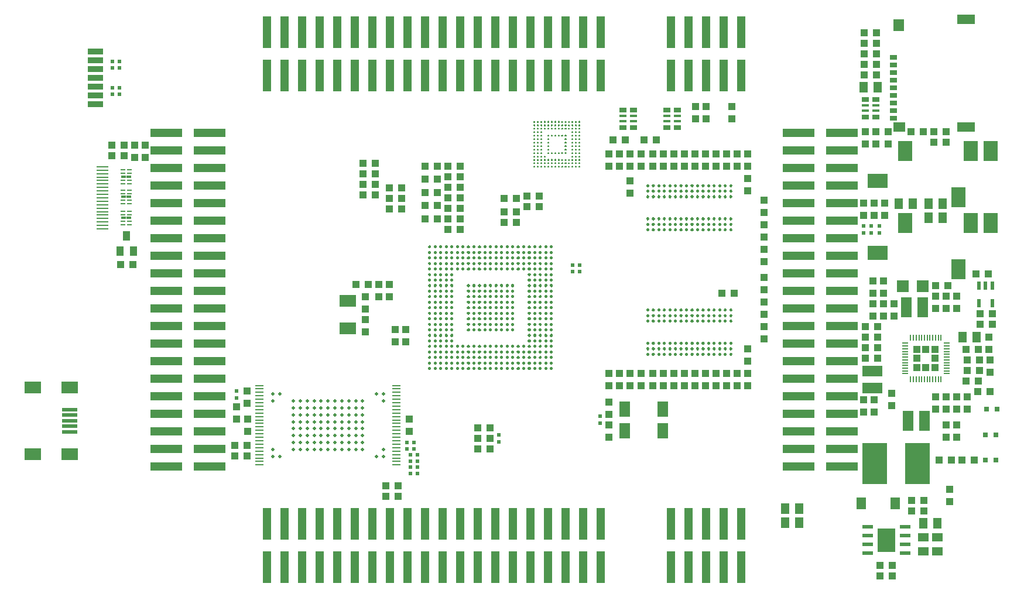
<source format=gbr>
G75*
G70*
%OFA0B0*%
%FSLAX24Y24*%
%IPPOS*%
%LPD*%
%AMOC8*
5,1,8,0,0,1.08239X$1,22.5*
%
%ADD10R,0.0400X0.0400*%
%ADD11R,0.0500X0.0600*%
%ADD12R,0.0512X0.1791*%
%ADD13R,0.0400X0.0150*%
%ADD14R,0.0400X0.0250*%
%ADD15R,0.1417X0.2362*%
%ADD16R,0.0315X0.0315*%
%ADD17R,0.0886X0.0197*%
%ADD18R,0.0925X0.0709*%
%ADD19R,0.0394X0.0394*%
%ADD20R,0.0354X0.0083*%
%ADD21R,0.0083X0.0354*%
%ADD22R,0.0630X0.1181*%
%ADD23R,0.0650X0.0700*%
%ADD24R,0.1181X0.0630*%
%ADD25R,0.0472X0.0091*%
%ADD26R,0.0787X0.1181*%
%ADD27R,0.1181X0.0787*%
%ADD28C,0.0126*%
%ADD29R,0.0709X0.0091*%
%ADD30R,0.0230X0.0240*%
%ADD31R,0.0866X0.0354*%
%ADD32R,0.0240X0.0230*%
%ADD33R,0.0217X0.0472*%
%ADD34R,0.1791X0.0512*%
%ADD35R,0.0305X0.0118*%
%ADD36R,0.0260X0.0087*%
%ADD37C,0.0087*%
%ADD38R,0.0945X0.0709*%
%ADD39R,0.0984X0.0531*%
%ADD40R,0.0610X0.0689*%
%ADD41R,0.0669X0.0531*%
%ADD42R,0.0437X0.0276*%
%ADD43R,0.0630X0.0866*%
%ADD44C,0.0197*%
%ADD45R,0.0630X0.0240*%
%ADD46R,0.1031X0.1382*%
%ADD47R,0.0571X0.0709*%
%ADD48R,0.0600X0.0500*%
%ADD49R,0.0394X0.0551*%
%ADD50C,0.0079*%
D10*
X017877Y014660D03*
X017877Y015260D03*
X018577Y015260D03*
X018577Y014660D03*
X018627Y016060D03*
X018627Y016760D03*
X017977Y016760D03*
X017977Y017460D03*
X018577Y017660D03*
X018577Y018360D03*
X025327Y021710D03*
X025327Y022410D03*
X025327Y023010D03*
X025327Y023710D03*
X026077Y023710D03*
X026677Y023710D03*
X026677Y024410D03*
X026077Y024410D03*
X025477Y024410D03*
X024777Y024410D03*
X027027Y021860D03*
X027627Y021860D03*
X027627Y021160D03*
X027027Y021160D03*
X027827Y016760D03*
X027827Y016060D03*
X031727Y016260D03*
X032427Y016260D03*
X032427Y015660D03*
X032427Y015060D03*
X031727Y015060D03*
X031727Y015660D03*
X027177Y012960D03*
X027177Y012360D03*
X026477Y012360D03*
X026477Y012960D03*
X039177Y015710D03*
X039177Y016410D03*
X039177Y017010D03*
X039177Y017710D03*
X039177Y018660D03*
X039777Y018660D03*
X040377Y018660D03*
X041027Y018660D03*
X041677Y018660D03*
X042277Y018660D03*
X042877Y018660D03*
X043477Y018660D03*
X044077Y018660D03*
X044677Y018660D03*
X045277Y018660D03*
X045877Y018660D03*
X046477Y018660D03*
X047077Y018660D03*
X047077Y019360D03*
X046477Y019360D03*
X045877Y019360D03*
X045277Y019360D03*
X044677Y019360D03*
X044077Y019360D03*
X043477Y019360D03*
X042877Y019360D03*
X042277Y019360D03*
X041677Y019360D03*
X041027Y019360D03*
X040377Y019360D03*
X039777Y019360D03*
X039177Y019360D03*
X045627Y023910D03*
X046327Y023910D03*
X048027Y024110D03*
X048027Y023410D03*
X048027Y022710D03*
X048027Y022010D03*
X048027Y021310D03*
X047077Y020760D03*
X047077Y020060D03*
X053777Y020210D03*
X054477Y020210D03*
X054477Y020810D03*
X054477Y021410D03*
X054477Y022010D03*
X053777Y022010D03*
X053777Y021410D03*
X053777Y020810D03*
X054227Y022610D03*
X054827Y022610D03*
X055427Y022610D03*
X055427Y023310D03*
X054827Y023310D03*
X054227Y023310D03*
X054227Y023910D03*
X054827Y023910D03*
X054827Y024610D03*
X054227Y024610D03*
X057777Y024360D03*
X058477Y024360D03*
X058377Y023760D03*
X058977Y023760D03*
X058977Y023060D03*
X058377Y023060D03*
X057777Y023060D03*
X057777Y023760D03*
X060077Y025010D03*
X060777Y025010D03*
X061027Y022760D03*
X061027Y022160D03*
X060327Y022160D03*
X060327Y022760D03*
X060827Y021410D03*
X060827Y020710D03*
X060227Y020710D03*
X060277Y020110D03*
X060277Y019510D03*
X060877Y019410D03*
X060877Y020110D03*
X059577Y020110D03*
X059577Y019510D03*
X059527Y018910D03*
X060227Y018910D03*
X060177Y018310D03*
X059577Y018010D03*
X058977Y018010D03*
X058377Y018010D03*
X057777Y018010D03*
X057777Y017310D03*
X058377Y017310D03*
X058977Y017310D03*
X059577Y017310D03*
X058977Y016410D03*
X058377Y016410D03*
X058377Y015710D03*
X058977Y015710D03*
X059277Y014410D03*
X058677Y014410D03*
X057977Y014410D03*
X058577Y012760D03*
X058577Y012060D03*
X057127Y012110D03*
X057127Y011510D03*
X056427Y011510D03*
X056427Y012110D03*
X059977Y014410D03*
X055277Y017510D03*
X055277Y018210D03*
X054277Y017860D03*
X053677Y017860D03*
X053677Y017160D03*
X054277Y017160D03*
X059527Y020710D03*
X060877Y018310D03*
X048027Y024810D03*
X048027Y025710D03*
X048027Y026410D03*
X048027Y027110D03*
X048027Y027810D03*
X048027Y028510D03*
X048027Y029210D03*
X047077Y029760D03*
X047077Y030460D03*
X047077Y031160D03*
X046477Y031160D03*
X045877Y031160D03*
X045277Y031160D03*
X044677Y031160D03*
X044077Y031160D03*
X043477Y031160D03*
X042877Y031160D03*
X042277Y031160D03*
X041677Y031160D03*
X041027Y031160D03*
X040377Y031160D03*
X039777Y031160D03*
X039177Y031160D03*
X039177Y031860D03*
X039777Y031860D03*
X040377Y031860D03*
X041027Y031860D03*
X041677Y031860D03*
X042277Y031860D03*
X042877Y031860D03*
X043477Y031860D03*
X044077Y031860D03*
X044677Y031860D03*
X045277Y031860D03*
X045877Y031860D03*
X046477Y031860D03*
X047077Y031860D03*
X046177Y033860D03*
X046177Y034560D03*
X044727Y034560D03*
X044127Y034560D03*
X044127Y033860D03*
X044727Y033860D03*
X041877Y032660D03*
X041177Y032660D03*
X040127Y032660D03*
X039427Y032660D03*
X040377Y030310D03*
X040377Y029610D03*
X035227Y029460D03*
X035227Y028860D03*
X034527Y028860D03*
X034527Y029460D03*
X033927Y029310D03*
X033227Y029310D03*
X033227Y028560D03*
X033227Y027960D03*
X033927Y027960D03*
X033927Y028560D03*
X030727Y028760D03*
X030727Y028160D03*
X030727Y027560D03*
X030027Y027560D03*
X030027Y028160D03*
X029427Y028160D03*
X028727Y028160D03*
X030027Y028760D03*
X029427Y028910D03*
X028727Y028910D03*
X028727Y029660D03*
X029427Y029660D03*
X030027Y029360D03*
X030027Y029960D03*
X030027Y030560D03*
X029427Y030410D03*
X028727Y030410D03*
X028727Y031160D03*
X029427Y031160D03*
X030027Y031160D03*
X030727Y031160D03*
X030727Y030560D03*
X030727Y029960D03*
X030727Y029360D03*
X027377Y029310D03*
X027377Y029910D03*
X026677Y029910D03*
X026677Y029310D03*
X025877Y029510D03*
X025877Y030110D03*
X025177Y030110D03*
X025177Y029510D03*
X026677Y028710D03*
X027377Y028710D03*
X025877Y030710D03*
X025877Y031310D03*
X025177Y031310D03*
X025177Y030710D03*
X012777Y031660D03*
X012177Y031660D03*
X011577Y031760D03*
X011577Y032360D03*
X012177Y032360D03*
X012777Y032360D03*
X010877Y032360D03*
X010877Y031760D03*
X011377Y025560D03*
X012077Y025560D03*
X053677Y028360D03*
X054277Y028360D03*
X054877Y028360D03*
X054877Y029060D03*
X054277Y029060D03*
X053677Y029060D03*
X053777Y032410D03*
X054377Y032410D03*
X055077Y032410D03*
X055077Y033110D03*
X054377Y033110D03*
X053777Y033110D03*
X056377Y033110D03*
X057077Y033110D03*
X057677Y033110D03*
X057677Y032510D03*
X058377Y032510D03*
X058377Y033110D03*
X054427Y036360D03*
X053727Y036360D03*
X053727Y036960D03*
X053727Y037560D03*
X053727Y038160D03*
X054427Y038160D03*
X054427Y037560D03*
X054427Y036960D03*
X054427Y038760D03*
X053727Y038760D03*
X054627Y008410D03*
X054627Y007810D03*
X055327Y007810D03*
X055327Y008410D03*
D11*
X057077Y010810D03*
X057877Y010810D03*
X050027Y010860D03*
X049227Y010860D03*
X049227Y011660D03*
X050027Y011660D03*
X059327Y021410D03*
X060127Y021410D03*
X058177Y028210D03*
X057377Y028210D03*
X057377Y029010D03*
X056477Y029010D03*
X055677Y029010D03*
X058177Y029010D03*
X054477Y035660D03*
X053677Y035660D03*
D12*
X019725Y008330D03*
X020725Y008330D03*
X021725Y008330D03*
X022725Y008330D03*
X023725Y008330D03*
X024725Y008330D03*
X025725Y008330D03*
X026725Y008330D03*
X027725Y008330D03*
X028725Y008330D03*
X029725Y008330D03*
X030725Y008330D03*
X031725Y008330D03*
X032725Y008330D03*
X033725Y008330D03*
X034725Y008330D03*
X035725Y008330D03*
X036725Y008330D03*
X037725Y008330D03*
X038725Y008330D03*
X038725Y010791D03*
X037725Y010791D03*
X036725Y010791D03*
X035725Y010791D03*
X034725Y010791D03*
X033725Y010791D03*
X032725Y010791D03*
X031725Y010791D03*
X030725Y010791D03*
X029725Y010791D03*
X028725Y010791D03*
X027725Y010791D03*
X026725Y010791D03*
X025725Y010791D03*
X024725Y010791D03*
X023725Y010791D03*
X022725Y010791D03*
X021725Y010791D03*
X020725Y010791D03*
X019725Y010791D03*
X042729Y010791D03*
X043729Y010791D03*
X044729Y010791D03*
X045729Y010791D03*
X046729Y010791D03*
X046725Y008330D03*
X045725Y008330D03*
X044725Y008330D03*
X043725Y008330D03*
X042725Y008330D03*
X042725Y036330D03*
X043725Y036330D03*
X044725Y036330D03*
X045725Y036330D03*
X046725Y036330D03*
X046729Y038791D03*
X045729Y038791D03*
X044729Y038791D03*
X043729Y038791D03*
X042729Y038791D03*
X038729Y038791D03*
X037729Y038791D03*
X036729Y038791D03*
X035729Y038791D03*
X034729Y038791D03*
X033729Y038791D03*
X032729Y038791D03*
X031729Y038791D03*
X030729Y038791D03*
X029729Y038791D03*
X028729Y038791D03*
X027729Y038791D03*
X026729Y038791D03*
X025729Y038791D03*
X024729Y038791D03*
X023729Y038791D03*
X022729Y038791D03*
X021729Y038791D03*
X020729Y038791D03*
X019729Y038791D03*
X019729Y036330D03*
X020729Y036330D03*
X021729Y036330D03*
X022729Y036330D03*
X023729Y036330D03*
X024729Y036330D03*
X025729Y036330D03*
X026729Y036330D03*
X027729Y036330D03*
X028729Y036330D03*
X029729Y036330D03*
X030729Y036330D03*
X031729Y036330D03*
X032729Y036330D03*
X033729Y036330D03*
X034729Y036330D03*
X035729Y036330D03*
X036729Y036330D03*
X037729Y036330D03*
X038729Y036330D03*
D13*
X039977Y034010D03*
X039977Y033710D03*
X040577Y033710D03*
X040577Y034010D03*
X042477Y034010D03*
X042477Y033710D03*
X043077Y033710D03*
X043077Y034010D03*
X053777Y034310D03*
X053777Y034610D03*
X054377Y034610D03*
X054377Y034310D03*
D14*
X054377Y033960D03*
X053777Y033960D03*
X053777Y034960D03*
X054377Y034960D03*
X043077Y034360D03*
X042477Y034360D03*
X042477Y033360D03*
X043077Y033360D03*
X040577Y033360D03*
X039977Y033360D03*
X039977Y034360D03*
X040577Y034360D03*
D15*
X054306Y014210D03*
X056747Y014210D03*
D16*
X060627Y014410D03*
X061227Y014410D03*
X061227Y015860D03*
X060627Y015860D03*
X060677Y017310D03*
X061277Y017310D03*
D17*
X008492Y017293D03*
X008492Y016978D03*
X008492Y016663D03*
X008492Y016348D03*
X008492Y016033D03*
D18*
X008493Y014774D03*
X006367Y014774D03*
X006367Y018553D03*
X008493Y018553D03*
D19*
X056715Y019698D03*
X057227Y019698D03*
X057739Y019698D03*
X057739Y020210D03*
X057739Y020722D03*
X057227Y020722D03*
X056715Y020722D03*
X056715Y020210D03*
D20*
X056046Y020131D03*
X056046Y019974D03*
X056046Y019817D03*
X056046Y019659D03*
X056046Y019502D03*
X056046Y019344D03*
X056046Y020289D03*
X056046Y020446D03*
X056046Y020604D03*
X056046Y020761D03*
X056046Y020919D03*
X056046Y021076D03*
X058408Y021076D03*
X058408Y020919D03*
X058408Y020761D03*
X058408Y020604D03*
X058408Y020446D03*
X058408Y020289D03*
X058408Y020131D03*
X058408Y019974D03*
X058408Y019817D03*
X058408Y019659D03*
X058408Y019502D03*
X058408Y019344D03*
D21*
X058093Y019029D03*
X057936Y019029D03*
X057778Y019029D03*
X057621Y019029D03*
X057463Y019029D03*
X057306Y019029D03*
X057148Y019029D03*
X056991Y019029D03*
X056833Y019029D03*
X056676Y019029D03*
X056518Y019029D03*
X056361Y019029D03*
X056361Y021391D03*
X056518Y021391D03*
X056676Y021391D03*
X056833Y021391D03*
X056991Y021391D03*
X057148Y021391D03*
X057306Y021391D03*
X057463Y021391D03*
X057621Y021391D03*
X057778Y021391D03*
X057936Y021391D03*
X058093Y021391D03*
D22*
X057049Y023110D03*
X056104Y023110D03*
X056204Y016660D03*
X057149Y016660D03*
D23*
X057052Y024310D03*
X055902Y024310D03*
D24*
X054177Y019483D03*
X054177Y018538D03*
D25*
X027075Y018477D03*
X027075Y018280D03*
X027075Y018083D03*
X027075Y017887D03*
X027075Y017690D03*
X027075Y017493D03*
X027075Y017296D03*
X027075Y017099D03*
X027075Y016902D03*
X027075Y016706D03*
X027075Y016509D03*
X027075Y016312D03*
X027075Y016115D03*
X027075Y015918D03*
X027075Y015721D03*
X027075Y015524D03*
X027075Y015328D03*
X027075Y015131D03*
X027075Y014934D03*
X027075Y014737D03*
X027075Y014540D03*
X027075Y014343D03*
X027075Y014146D03*
X027075Y018674D03*
X019279Y018674D03*
X019279Y018477D03*
X019279Y018280D03*
X019279Y018083D03*
X019279Y017887D03*
X019279Y017690D03*
X019279Y017493D03*
X019279Y017296D03*
X019279Y017099D03*
X019279Y016902D03*
X019279Y016706D03*
X019279Y016509D03*
X019279Y016312D03*
X019279Y016115D03*
X019279Y015918D03*
X019279Y015721D03*
X019279Y015524D03*
X019279Y015328D03*
X019279Y015131D03*
X019279Y014934D03*
X019279Y014737D03*
X019279Y014540D03*
X019279Y014343D03*
X019279Y014146D03*
D26*
X056048Y027927D03*
X059080Y029389D03*
X059788Y027927D03*
X060930Y027927D03*
X059080Y025289D03*
X059788Y032027D03*
X060930Y032027D03*
X056048Y032027D03*
D27*
X054473Y030334D03*
X054473Y026234D03*
D28*
X035888Y026249D02*
X035890Y026258D01*
X035896Y026265D01*
X035904Y026268D01*
X035912Y026268D01*
X035920Y026265D01*
X035926Y026258D01*
X035928Y026249D01*
X035926Y026240D01*
X035920Y026233D01*
X035912Y026230D01*
X035904Y026230D01*
X035896Y026233D01*
X035890Y026240D01*
X035888Y026249D01*
X035573Y026249D02*
X035575Y026258D01*
X035581Y026265D01*
X035589Y026268D01*
X035597Y026268D01*
X035605Y026265D01*
X035611Y026258D01*
X035613Y026249D01*
X035611Y026240D01*
X035605Y026233D01*
X035597Y026230D01*
X035589Y026230D01*
X035581Y026233D01*
X035575Y026240D01*
X035573Y026249D01*
X035258Y026249D02*
X035260Y026258D01*
X035266Y026265D01*
X035274Y026268D01*
X035282Y026268D01*
X035290Y026265D01*
X035296Y026258D01*
X035298Y026249D01*
X035296Y026240D01*
X035290Y026233D01*
X035282Y026230D01*
X035274Y026230D01*
X035266Y026233D01*
X035260Y026240D01*
X035258Y026249D01*
X034943Y026249D02*
X034945Y026258D01*
X034951Y026265D01*
X034959Y026268D01*
X034967Y026268D01*
X034975Y026265D01*
X034981Y026258D01*
X034983Y026249D01*
X034981Y026240D01*
X034975Y026233D01*
X034967Y026230D01*
X034959Y026230D01*
X034951Y026233D01*
X034945Y026240D01*
X034943Y026249D01*
X034628Y026249D02*
X034630Y026258D01*
X034636Y026265D01*
X034644Y026268D01*
X034652Y026268D01*
X034660Y026265D01*
X034666Y026258D01*
X034668Y026249D01*
X034666Y026240D01*
X034660Y026233D01*
X034652Y026230D01*
X034644Y026230D01*
X034636Y026233D01*
X034630Y026240D01*
X034628Y026249D01*
X034313Y026249D02*
X034315Y026258D01*
X034321Y026265D01*
X034329Y026268D01*
X034337Y026268D01*
X034345Y026265D01*
X034351Y026258D01*
X034353Y026249D01*
X034351Y026240D01*
X034345Y026233D01*
X034337Y026230D01*
X034329Y026230D01*
X034321Y026233D01*
X034315Y026240D01*
X034313Y026249D01*
X033998Y026249D02*
X034000Y026258D01*
X034006Y026265D01*
X034014Y026268D01*
X034022Y026268D01*
X034030Y026265D01*
X034036Y026258D01*
X034038Y026249D01*
X034036Y026240D01*
X034030Y026233D01*
X034022Y026230D01*
X034014Y026230D01*
X034006Y026233D01*
X034000Y026240D01*
X033998Y026249D01*
X033683Y026249D02*
X033685Y026258D01*
X033691Y026265D01*
X033699Y026268D01*
X033707Y026268D01*
X033715Y026265D01*
X033721Y026258D01*
X033723Y026249D01*
X033721Y026240D01*
X033715Y026233D01*
X033707Y026230D01*
X033699Y026230D01*
X033691Y026233D01*
X033685Y026240D01*
X033683Y026249D01*
X033368Y026249D02*
X033370Y026258D01*
X033376Y026265D01*
X033384Y026268D01*
X033392Y026268D01*
X033400Y026265D01*
X033406Y026258D01*
X033408Y026249D01*
X033406Y026240D01*
X033400Y026233D01*
X033392Y026230D01*
X033384Y026230D01*
X033376Y026233D01*
X033370Y026240D01*
X033368Y026249D01*
X033053Y026249D02*
X033055Y026258D01*
X033061Y026265D01*
X033069Y026268D01*
X033077Y026268D01*
X033085Y026265D01*
X033091Y026258D01*
X033093Y026249D01*
X033091Y026240D01*
X033085Y026233D01*
X033077Y026230D01*
X033069Y026230D01*
X033061Y026233D01*
X033055Y026240D01*
X033053Y026249D01*
X032738Y026249D02*
X032740Y026258D01*
X032746Y026265D01*
X032754Y026268D01*
X032762Y026268D01*
X032770Y026265D01*
X032776Y026258D01*
X032778Y026249D01*
X032776Y026240D01*
X032770Y026233D01*
X032762Y026230D01*
X032754Y026230D01*
X032746Y026233D01*
X032740Y026240D01*
X032738Y026249D01*
X032423Y026249D02*
X032425Y026258D01*
X032431Y026265D01*
X032439Y026268D01*
X032447Y026268D01*
X032455Y026265D01*
X032461Y026258D01*
X032463Y026249D01*
X032461Y026240D01*
X032455Y026233D01*
X032447Y026230D01*
X032439Y026230D01*
X032431Y026233D01*
X032425Y026240D01*
X032423Y026249D01*
X032109Y026249D02*
X032111Y026258D01*
X032117Y026265D01*
X032125Y026268D01*
X032133Y026268D01*
X032141Y026265D01*
X032147Y026258D01*
X032149Y026249D01*
X032147Y026240D01*
X032141Y026233D01*
X032133Y026230D01*
X032125Y026230D01*
X032117Y026233D01*
X032111Y026240D01*
X032109Y026249D01*
X031794Y026249D02*
X031796Y026258D01*
X031802Y026265D01*
X031810Y026268D01*
X031818Y026268D01*
X031826Y026265D01*
X031832Y026258D01*
X031834Y026249D01*
X031832Y026240D01*
X031826Y026233D01*
X031818Y026230D01*
X031810Y026230D01*
X031802Y026233D01*
X031796Y026240D01*
X031794Y026249D01*
X031479Y026249D02*
X031481Y026258D01*
X031487Y026265D01*
X031495Y026268D01*
X031503Y026268D01*
X031511Y026265D01*
X031517Y026258D01*
X031519Y026249D01*
X031517Y026240D01*
X031511Y026233D01*
X031503Y026230D01*
X031495Y026230D01*
X031487Y026233D01*
X031481Y026240D01*
X031479Y026249D01*
X031164Y026249D02*
X031166Y026258D01*
X031172Y026265D01*
X031180Y026268D01*
X031188Y026268D01*
X031196Y026265D01*
X031202Y026258D01*
X031204Y026249D01*
X031202Y026240D01*
X031196Y026233D01*
X031188Y026230D01*
X031180Y026230D01*
X031172Y026233D01*
X031166Y026240D01*
X031164Y026249D01*
X030849Y026249D02*
X030851Y026258D01*
X030857Y026265D01*
X030865Y026268D01*
X030873Y026268D01*
X030881Y026265D01*
X030887Y026258D01*
X030889Y026249D01*
X030887Y026240D01*
X030881Y026233D01*
X030873Y026230D01*
X030865Y026230D01*
X030857Y026233D01*
X030851Y026240D01*
X030849Y026249D01*
X030534Y026249D02*
X030536Y026258D01*
X030542Y026265D01*
X030550Y026268D01*
X030558Y026268D01*
X030566Y026265D01*
X030572Y026258D01*
X030574Y026249D01*
X030572Y026240D01*
X030566Y026233D01*
X030558Y026230D01*
X030550Y026230D01*
X030542Y026233D01*
X030536Y026240D01*
X030534Y026249D01*
X030219Y026249D02*
X030221Y026258D01*
X030227Y026265D01*
X030235Y026268D01*
X030243Y026268D01*
X030251Y026265D01*
X030257Y026258D01*
X030259Y026249D01*
X030257Y026240D01*
X030251Y026233D01*
X030243Y026230D01*
X030235Y026230D01*
X030227Y026233D01*
X030221Y026240D01*
X030219Y026249D01*
X029904Y026249D02*
X029906Y026258D01*
X029912Y026265D01*
X029920Y026268D01*
X029928Y026268D01*
X029936Y026265D01*
X029942Y026258D01*
X029944Y026249D01*
X029942Y026240D01*
X029936Y026233D01*
X029928Y026230D01*
X029920Y026230D01*
X029912Y026233D01*
X029906Y026240D01*
X029904Y026249D01*
X029589Y026249D02*
X029591Y026258D01*
X029597Y026265D01*
X029605Y026268D01*
X029613Y026268D01*
X029621Y026265D01*
X029627Y026258D01*
X029629Y026249D01*
X029627Y026240D01*
X029621Y026233D01*
X029613Y026230D01*
X029605Y026230D01*
X029597Y026233D01*
X029591Y026240D01*
X029589Y026249D01*
X029274Y026249D02*
X029276Y026258D01*
X029282Y026265D01*
X029290Y026268D01*
X029298Y026268D01*
X029306Y026265D01*
X029312Y026258D01*
X029314Y026249D01*
X029312Y026240D01*
X029306Y026233D01*
X029298Y026230D01*
X029290Y026230D01*
X029282Y026233D01*
X029276Y026240D01*
X029274Y026249D01*
X028959Y026249D02*
X028961Y026258D01*
X028967Y026265D01*
X028975Y026268D01*
X028983Y026268D01*
X028991Y026265D01*
X028997Y026258D01*
X028999Y026249D01*
X028997Y026240D01*
X028991Y026233D01*
X028983Y026230D01*
X028975Y026230D01*
X028967Y026233D01*
X028961Y026240D01*
X028959Y026249D01*
X028959Y026564D02*
X028961Y026573D01*
X028967Y026580D01*
X028975Y026583D01*
X028983Y026583D01*
X028991Y026580D01*
X028997Y026573D01*
X028999Y026564D01*
X028997Y026555D01*
X028991Y026548D01*
X028983Y026545D01*
X028975Y026545D01*
X028967Y026548D01*
X028961Y026555D01*
X028959Y026564D01*
X029274Y026564D02*
X029276Y026573D01*
X029282Y026580D01*
X029290Y026583D01*
X029298Y026583D01*
X029306Y026580D01*
X029312Y026573D01*
X029314Y026564D01*
X029312Y026555D01*
X029306Y026548D01*
X029298Y026545D01*
X029290Y026545D01*
X029282Y026548D01*
X029276Y026555D01*
X029274Y026564D01*
X029589Y026564D02*
X029591Y026573D01*
X029597Y026580D01*
X029605Y026583D01*
X029613Y026583D01*
X029621Y026580D01*
X029627Y026573D01*
X029629Y026564D01*
X029627Y026555D01*
X029621Y026548D01*
X029613Y026545D01*
X029605Y026545D01*
X029597Y026548D01*
X029591Y026555D01*
X029589Y026564D01*
X029904Y026564D02*
X029906Y026573D01*
X029912Y026580D01*
X029920Y026583D01*
X029928Y026583D01*
X029936Y026580D01*
X029942Y026573D01*
X029944Y026564D01*
X029942Y026555D01*
X029936Y026548D01*
X029928Y026545D01*
X029920Y026545D01*
X029912Y026548D01*
X029906Y026555D01*
X029904Y026564D01*
X030219Y026564D02*
X030221Y026573D01*
X030227Y026580D01*
X030235Y026583D01*
X030243Y026583D01*
X030251Y026580D01*
X030257Y026573D01*
X030259Y026564D01*
X030257Y026555D01*
X030251Y026548D01*
X030243Y026545D01*
X030235Y026545D01*
X030227Y026548D01*
X030221Y026555D01*
X030219Y026564D01*
X030534Y026564D02*
X030536Y026573D01*
X030542Y026580D01*
X030550Y026583D01*
X030558Y026583D01*
X030566Y026580D01*
X030572Y026573D01*
X030574Y026564D01*
X030572Y026555D01*
X030566Y026548D01*
X030558Y026545D01*
X030550Y026545D01*
X030542Y026548D01*
X030536Y026555D01*
X030534Y026564D01*
X030849Y026564D02*
X030851Y026573D01*
X030857Y026580D01*
X030865Y026583D01*
X030873Y026583D01*
X030881Y026580D01*
X030887Y026573D01*
X030889Y026564D01*
X030887Y026555D01*
X030881Y026548D01*
X030873Y026545D01*
X030865Y026545D01*
X030857Y026548D01*
X030851Y026555D01*
X030849Y026564D01*
X031164Y026564D02*
X031166Y026573D01*
X031172Y026580D01*
X031180Y026583D01*
X031188Y026583D01*
X031196Y026580D01*
X031202Y026573D01*
X031204Y026564D01*
X031202Y026555D01*
X031196Y026548D01*
X031188Y026545D01*
X031180Y026545D01*
X031172Y026548D01*
X031166Y026555D01*
X031164Y026564D01*
X031479Y026564D02*
X031481Y026573D01*
X031487Y026580D01*
X031495Y026583D01*
X031503Y026583D01*
X031511Y026580D01*
X031517Y026573D01*
X031519Y026564D01*
X031517Y026555D01*
X031511Y026548D01*
X031503Y026545D01*
X031495Y026545D01*
X031487Y026548D01*
X031481Y026555D01*
X031479Y026564D01*
X031794Y026564D02*
X031796Y026573D01*
X031802Y026580D01*
X031810Y026583D01*
X031818Y026583D01*
X031826Y026580D01*
X031832Y026573D01*
X031834Y026564D01*
X031832Y026555D01*
X031826Y026548D01*
X031818Y026545D01*
X031810Y026545D01*
X031802Y026548D01*
X031796Y026555D01*
X031794Y026564D01*
X032109Y026564D02*
X032111Y026573D01*
X032117Y026580D01*
X032125Y026583D01*
X032133Y026583D01*
X032141Y026580D01*
X032147Y026573D01*
X032149Y026564D01*
X032147Y026555D01*
X032141Y026548D01*
X032133Y026545D01*
X032125Y026545D01*
X032117Y026548D01*
X032111Y026555D01*
X032109Y026564D01*
X032423Y026564D02*
X032425Y026573D01*
X032431Y026580D01*
X032439Y026583D01*
X032447Y026583D01*
X032455Y026580D01*
X032461Y026573D01*
X032463Y026564D01*
X032461Y026555D01*
X032455Y026548D01*
X032447Y026545D01*
X032439Y026545D01*
X032431Y026548D01*
X032425Y026555D01*
X032423Y026564D01*
X032738Y026564D02*
X032740Y026573D01*
X032746Y026580D01*
X032754Y026583D01*
X032762Y026583D01*
X032770Y026580D01*
X032776Y026573D01*
X032778Y026564D01*
X032776Y026555D01*
X032770Y026548D01*
X032762Y026545D01*
X032754Y026545D01*
X032746Y026548D01*
X032740Y026555D01*
X032738Y026564D01*
X033053Y026564D02*
X033055Y026573D01*
X033061Y026580D01*
X033069Y026583D01*
X033077Y026583D01*
X033085Y026580D01*
X033091Y026573D01*
X033093Y026564D01*
X033091Y026555D01*
X033085Y026548D01*
X033077Y026545D01*
X033069Y026545D01*
X033061Y026548D01*
X033055Y026555D01*
X033053Y026564D01*
X033368Y026564D02*
X033370Y026573D01*
X033376Y026580D01*
X033384Y026583D01*
X033392Y026583D01*
X033400Y026580D01*
X033406Y026573D01*
X033408Y026564D01*
X033406Y026555D01*
X033400Y026548D01*
X033392Y026545D01*
X033384Y026545D01*
X033376Y026548D01*
X033370Y026555D01*
X033368Y026564D01*
X033683Y026564D02*
X033685Y026573D01*
X033691Y026580D01*
X033699Y026583D01*
X033707Y026583D01*
X033715Y026580D01*
X033721Y026573D01*
X033723Y026564D01*
X033721Y026555D01*
X033715Y026548D01*
X033707Y026545D01*
X033699Y026545D01*
X033691Y026548D01*
X033685Y026555D01*
X033683Y026564D01*
X033998Y026564D02*
X034000Y026573D01*
X034006Y026580D01*
X034014Y026583D01*
X034022Y026583D01*
X034030Y026580D01*
X034036Y026573D01*
X034038Y026564D01*
X034036Y026555D01*
X034030Y026548D01*
X034022Y026545D01*
X034014Y026545D01*
X034006Y026548D01*
X034000Y026555D01*
X033998Y026564D01*
X034313Y026564D02*
X034315Y026573D01*
X034321Y026580D01*
X034329Y026583D01*
X034337Y026583D01*
X034345Y026580D01*
X034351Y026573D01*
X034353Y026564D01*
X034351Y026555D01*
X034345Y026548D01*
X034337Y026545D01*
X034329Y026545D01*
X034321Y026548D01*
X034315Y026555D01*
X034313Y026564D01*
X034628Y026564D02*
X034630Y026573D01*
X034636Y026580D01*
X034644Y026583D01*
X034652Y026583D01*
X034660Y026580D01*
X034666Y026573D01*
X034668Y026564D01*
X034666Y026555D01*
X034660Y026548D01*
X034652Y026545D01*
X034644Y026545D01*
X034636Y026548D01*
X034630Y026555D01*
X034628Y026564D01*
X034943Y026564D02*
X034945Y026573D01*
X034951Y026580D01*
X034959Y026583D01*
X034967Y026583D01*
X034975Y026580D01*
X034981Y026573D01*
X034983Y026564D01*
X034981Y026555D01*
X034975Y026548D01*
X034967Y026545D01*
X034959Y026545D01*
X034951Y026548D01*
X034945Y026555D01*
X034943Y026564D01*
X035258Y026564D02*
X035260Y026573D01*
X035266Y026580D01*
X035274Y026583D01*
X035282Y026583D01*
X035290Y026580D01*
X035296Y026573D01*
X035298Y026564D01*
X035296Y026555D01*
X035290Y026548D01*
X035282Y026545D01*
X035274Y026545D01*
X035266Y026548D01*
X035260Y026555D01*
X035258Y026564D01*
X035573Y026564D02*
X035575Y026573D01*
X035581Y026580D01*
X035589Y026583D01*
X035597Y026583D01*
X035605Y026580D01*
X035611Y026573D01*
X035613Y026564D01*
X035611Y026555D01*
X035605Y026548D01*
X035597Y026545D01*
X035589Y026545D01*
X035581Y026548D01*
X035575Y026555D01*
X035573Y026564D01*
X035888Y026564D02*
X035890Y026573D01*
X035896Y026580D01*
X035904Y026583D01*
X035912Y026583D01*
X035920Y026580D01*
X035926Y026573D01*
X035928Y026564D01*
X035926Y026555D01*
X035920Y026548D01*
X035912Y026545D01*
X035904Y026545D01*
X035896Y026548D01*
X035890Y026555D01*
X035888Y026564D01*
X035888Y025934D02*
X035890Y025943D01*
X035896Y025950D01*
X035904Y025953D01*
X035912Y025953D01*
X035920Y025950D01*
X035926Y025943D01*
X035928Y025934D01*
X035926Y025925D01*
X035920Y025918D01*
X035912Y025915D01*
X035904Y025915D01*
X035896Y025918D01*
X035890Y025925D01*
X035888Y025934D01*
X035573Y025934D02*
X035575Y025943D01*
X035581Y025950D01*
X035589Y025953D01*
X035597Y025953D01*
X035605Y025950D01*
X035611Y025943D01*
X035613Y025934D01*
X035611Y025925D01*
X035605Y025918D01*
X035597Y025915D01*
X035589Y025915D01*
X035581Y025918D01*
X035575Y025925D01*
X035573Y025934D01*
X035258Y025934D02*
X035260Y025943D01*
X035266Y025950D01*
X035274Y025953D01*
X035282Y025953D01*
X035290Y025950D01*
X035296Y025943D01*
X035298Y025934D01*
X035296Y025925D01*
X035290Y025918D01*
X035282Y025915D01*
X035274Y025915D01*
X035266Y025918D01*
X035260Y025925D01*
X035258Y025934D01*
X034943Y025934D02*
X034945Y025943D01*
X034951Y025950D01*
X034959Y025953D01*
X034967Y025953D01*
X034975Y025950D01*
X034981Y025943D01*
X034983Y025934D01*
X034981Y025925D01*
X034975Y025918D01*
X034967Y025915D01*
X034959Y025915D01*
X034951Y025918D01*
X034945Y025925D01*
X034943Y025934D01*
X034628Y025934D02*
X034630Y025943D01*
X034636Y025950D01*
X034644Y025953D01*
X034652Y025953D01*
X034660Y025950D01*
X034666Y025943D01*
X034668Y025934D01*
X034666Y025925D01*
X034660Y025918D01*
X034652Y025915D01*
X034644Y025915D01*
X034636Y025918D01*
X034630Y025925D01*
X034628Y025934D01*
X034313Y025934D02*
X034315Y025943D01*
X034321Y025950D01*
X034329Y025953D01*
X034337Y025953D01*
X034345Y025950D01*
X034351Y025943D01*
X034353Y025934D01*
X034351Y025925D01*
X034345Y025918D01*
X034337Y025915D01*
X034329Y025915D01*
X034321Y025918D01*
X034315Y025925D01*
X034313Y025934D01*
X033998Y025934D02*
X034000Y025943D01*
X034006Y025950D01*
X034014Y025953D01*
X034022Y025953D01*
X034030Y025950D01*
X034036Y025943D01*
X034038Y025934D01*
X034036Y025925D01*
X034030Y025918D01*
X034022Y025915D01*
X034014Y025915D01*
X034006Y025918D01*
X034000Y025925D01*
X033998Y025934D01*
X033683Y025934D02*
X033685Y025943D01*
X033691Y025950D01*
X033699Y025953D01*
X033707Y025953D01*
X033715Y025950D01*
X033721Y025943D01*
X033723Y025934D01*
X033721Y025925D01*
X033715Y025918D01*
X033707Y025915D01*
X033699Y025915D01*
X033691Y025918D01*
X033685Y025925D01*
X033683Y025934D01*
X033368Y025934D02*
X033370Y025943D01*
X033376Y025950D01*
X033384Y025953D01*
X033392Y025953D01*
X033400Y025950D01*
X033406Y025943D01*
X033408Y025934D01*
X033406Y025925D01*
X033400Y025918D01*
X033392Y025915D01*
X033384Y025915D01*
X033376Y025918D01*
X033370Y025925D01*
X033368Y025934D01*
X033053Y025934D02*
X033055Y025943D01*
X033061Y025950D01*
X033069Y025953D01*
X033077Y025953D01*
X033085Y025950D01*
X033091Y025943D01*
X033093Y025934D01*
X033091Y025925D01*
X033085Y025918D01*
X033077Y025915D01*
X033069Y025915D01*
X033061Y025918D01*
X033055Y025925D01*
X033053Y025934D01*
X032738Y025934D02*
X032740Y025943D01*
X032746Y025950D01*
X032754Y025953D01*
X032762Y025953D01*
X032770Y025950D01*
X032776Y025943D01*
X032778Y025934D01*
X032776Y025925D01*
X032770Y025918D01*
X032762Y025915D01*
X032754Y025915D01*
X032746Y025918D01*
X032740Y025925D01*
X032738Y025934D01*
X032423Y025934D02*
X032425Y025943D01*
X032431Y025950D01*
X032439Y025953D01*
X032447Y025953D01*
X032455Y025950D01*
X032461Y025943D01*
X032463Y025934D01*
X032461Y025925D01*
X032455Y025918D01*
X032447Y025915D01*
X032439Y025915D01*
X032431Y025918D01*
X032425Y025925D01*
X032423Y025934D01*
X032109Y025934D02*
X032111Y025943D01*
X032117Y025950D01*
X032125Y025953D01*
X032133Y025953D01*
X032141Y025950D01*
X032147Y025943D01*
X032149Y025934D01*
X032147Y025925D01*
X032141Y025918D01*
X032133Y025915D01*
X032125Y025915D01*
X032117Y025918D01*
X032111Y025925D01*
X032109Y025934D01*
X031794Y025934D02*
X031796Y025943D01*
X031802Y025950D01*
X031810Y025953D01*
X031818Y025953D01*
X031826Y025950D01*
X031832Y025943D01*
X031834Y025934D01*
X031832Y025925D01*
X031826Y025918D01*
X031818Y025915D01*
X031810Y025915D01*
X031802Y025918D01*
X031796Y025925D01*
X031794Y025934D01*
X031479Y025934D02*
X031481Y025943D01*
X031487Y025950D01*
X031495Y025953D01*
X031503Y025953D01*
X031511Y025950D01*
X031517Y025943D01*
X031519Y025934D01*
X031517Y025925D01*
X031511Y025918D01*
X031503Y025915D01*
X031495Y025915D01*
X031487Y025918D01*
X031481Y025925D01*
X031479Y025934D01*
X031164Y025934D02*
X031166Y025943D01*
X031172Y025950D01*
X031180Y025953D01*
X031188Y025953D01*
X031196Y025950D01*
X031202Y025943D01*
X031204Y025934D01*
X031202Y025925D01*
X031196Y025918D01*
X031188Y025915D01*
X031180Y025915D01*
X031172Y025918D01*
X031166Y025925D01*
X031164Y025934D01*
X030849Y025934D02*
X030851Y025943D01*
X030857Y025950D01*
X030865Y025953D01*
X030873Y025953D01*
X030881Y025950D01*
X030887Y025943D01*
X030889Y025934D01*
X030887Y025925D01*
X030881Y025918D01*
X030873Y025915D01*
X030865Y025915D01*
X030857Y025918D01*
X030851Y025925D01*
X030849Y025934D01*
X030534Y025934D02*
X030536Y025943D01*
X030542Y025950D01*
X030550Y025953D01*
X030558Y025953D01*
X030566Y025950D01*
X030572Y025943D01*
X030574Y025934D01*
X030572Y025925D01*
X030566Y025918D01*
X030558Y025915D01*
X030550Y025915D01*
X030542Y025918D01*
X030536Y025925D01*
X030534Y025934D01*
X030219Y025934D02*
X030221Y025943D01*
X030227Y025950D01*
X030235Y025953D01*
X030243Y025953D01*
X030251Y025950D01*
X030257Y025943D01*
X030259Y025934D01*
X030257Y025925D01*
X030251Y025918D01*
X030243Y025915D01*
X030235Y025915D01*
X030227Y025918D01*
X030221Y025925D01*
X030219Y025934D01*
X029904Y025934D02*
X029906Y025943D01*
X029912Y025950D01*
X029920Y025953D01*
X029928Y025953D01*
X029936Y025950D01*
X029942Y025943D01*
X029944Y025934D01*
X029942Y025925D01*
X029936Y025918D01*
X029928Y025915D01*
X029920Y025915D01*
X029912Y025918D01*
X029906Y025925D01*
X029904Y025934D01*
X029589Y025934D02*
X029591Y025943D01*
X029597Y025950D01*
X029605Y025953D01*
X029613Y025953D01*
X029621Y025950D01*
X029627Y025943D01*
X029629Y025934D01*
X029627Y025925D01*
X029621Y025918D01*
X029613Y025915D01*
X029605Y025915D01*
X029597Y025918D01*
X029591Y025925D01*
X029589Y025934D01*
X029274Y025934D02*
X029276Y025943D01*
X029282Y025950D01*
X029290Y025953D01*
X029298Y025953D01*
X029306Y025950D01*
X029312Y025943D01*
X029314Y025934D01*
X029312Y025925D01*
X029306Y025918D01*
X029298Y025915D01*
X029290Y025915D01*
X029282Y025918D01*
X029276Y025925D01*
X029274Y025934D01*
X028959Y025934D02*
X028961Y025943D01*
X028967Y025950D01*
X028975Y025953D01*
X028983Y025953D01*
X028991Y025950D01*
X028997Y025943D01*
X028999Y025934D01*
X028997Y025925D01*
X028991Y025918D01*
X028983Y025915D01*
X028975Y025915D01*
X028967Y025918D01*
X028961Y025925D01*
X028959Y025934D01*
X028959Y025619D02*
X028961Y025628D01*
X028967Y025635D01*
X028975Y025638D01*
X028983Y025638D01*
X028991Y025635D01*
X028997Y025628D01*
X028999Y025619D01*
X028997Y025610D01*
X028991Y025603D01*
X028983Y025600D01*
X028975Y025600D01*
X028967Y025603D01*
X028961Y025610D01*
X028959Y025619D01*
X028959Y025304D02*
X028961Y025313D01*
X028967Y025320D01*
X028975Y025323D01*
X028983Y025323D01*
X028991Y025320D01*
X028997Y025313D01*
X028999Y025304D01*
X028997Y025295D01*
X028991Y025288D01*
X028983Y025285D01*
X028975Y025285D01*
X028967Y025288D01*
X028961Y025295D01*
X028959Y025304D01*
X028959Y024989D02*
X028961Y024998D01*
X028967Y025005D01*
X028975Y025008D01*
X028983Y025008D01*
X028991Y025005D01*
X028997Y024998D01*
X028999Y024989D01*
X028997Y024980D01*
X028991Y024973D01*
X028983Y024970D01*
X028975Y024970D01*
X028967Y024973D01*
X028961Y024980D01*
X028959Y024989D01*
X028959Y024674D02*
X028961Y024683D01*
X028967Y024690D01*
X028975Y024693D01*
X028983Y024693D01*
X028991Y024690D01*
X028997Y024683D01*
X028999Y024674D01*
X028997Y024665D01*
X028991Y024658D01*
X028983Y024655D01*
X028975Y024655D01*
X028967Y024658D01*
X028961Y024665D01*
X028959Y024674D01*
X028959Y024359D02*
X028961Y024368D01*
X028967Y024375D01*
X028975Y024378D01*
X028983Y024378D01*
X028991Y024375D01*
X028997Y024368D01*
X028999Y024359D01*
X028997Y024350D01*
X028991Y024343D01*
X028983Y024340D01*
X028975Y024340D01*
X028967Y024343D01*
X028961Y024350D01*
X028959Y024359D01*
X028959Y024044D02*
X028961Y024053D01*
X028967Y024060D01*
X028975Y024063D01*
X028983Y024063D01*
X028991Y024060D01*
X028997Y024053D01*
X028999Y024044D01*
X028997Y024035D01*
X028991Y024028D01*
X028983Y024025D01*
X028975Y024025D01*
X028967Y024028D01*
X028961Y024035D01*
X028959Y024044D01*
X028959Y023729D02*
X028961Y023738D01*
X028967Y023745D01*
X028975Y023748D01*
X028983Y023748D01*
X028991Y023745D01*
X028997Y023738D01*
X028999Y023729D01*
X028997Y023720D01*
X028991Y023713D01*
X028983Y023710D01*
X028975Y023710D01*
X028967Y023713D01*
X028961Y023720D01*
X028959Y023729D01*
X028959Y023414D02*
X028961Y023423D01*
X028967Y023430D01*
X028975Y023433D01*
X028983Y023433D01*
X028991Y023430D01*
X028997Y023423D01*
X028999Y023414D01*
X028997Y023405D01*
X028991Y023398D01*
X028983Y023395D01*
X028975Y023395D01*
X028967Y023398D01*
X028961Y023405D01*
X028959Y023414D01*
X028959Y023099D02*
X028961Y023108D01*
X028967Y023115D01*
X028975Y023118D01*
X028983Y023118D01*
X028991Y023115D01*
X028997Y023108D01*
X028999Y023099D01*
X028997Y023090D01*
X028991Y023083D01*
X028983Y023080D01*
X028975Y023080D01*
X028967Y023083D01*
X028961Y023090D01*
X028959Y023099D01*
X028959Y022784D02*
X028961Y022793D01*
X028967Y022800D01*
X028975Y022803D01*
X028983Y022803D01*
X028991Y022800D01*
X028997Y022793D01*
X028999Y022784D01*
X028997Y022775D01*
X028991Y022768D01*
X028983Y022765D01*
X028975Y022765D01*
X028967Y022768D01*
X028961Y022775D01*
X028959Y022784D01*
X028959Y022469D02*
X028961Y022478D01*
X028967Y022485D01*
X028975Y022488D01*
X028983Y022488D01*
X028991Y022485D01*
X028997Y022478D01*
X028999Y022469D01*
X028997Y022460D01*
X028991Y022453D01*
X028983Y022450D01*
X028975Y022450D01*
X028967Y022453D01*
X028961Y022460D01*
X028959Y022469D01*
X028959Y022154D02*
X028961Y022163D01*
X028967Y022170D01*
X028975Y022173D01*
X028983Y022173D01*
X028991Y022170D01*
X028997Y022163D01*
X028999Y022154D01*
X028997Y022145D01*
X028991Y022138D01*
X028983Y022135D01*
X028975Y022135D01*
X028967Y022138D01*
X028961Y022145D01*
X028959Y022154D01*
X028959Y021839D02*
X028961Y021848D01*
X028967Y021855D01*
X028975Y021858D01*
X028983Y021858D01*
X028991Y021855D01*
X028997Y021848D01*
X028999Y021839D01*
X028997Y021830D01*
X028991Y021823D01*
X028983Y021820D01*
X028975Y021820D01*
X028967Y021823D01*
X028961Y021830D01*
X028959Y021839D01*
X028959Y021524D02*
X028961Y021533D01*
X028967Y021540D01*
X028975Y021543D01*
X028983Y021543D01*
X028991Y021540D01*
X028997Y021533D01*
X028999Y021524D01*
X028997Y021515D01*
X028991Y021508D01*
X028983Y021505D01*
X028975Y021505D01*
X028967Y021508D01*
X028961Y021515D01*
X028959Y021524D01*
X028959Y021209D02*
X028961Y021218D01*
X028967Y021225D01*
X028975Y021228D01*
X028983Y021228D01*
X028991Y021225D01*
X028997Y021218D01*
X028999Y021209D01*
X028997Y021200D01*
X028991Y021193D01*
X028983Y021190D01*
X028975Y021190D01*
X028967Y021193D01*
X028961Y021200D01*
X028959Y021209D01*
X028959Y020894D02*
X028961Y020903D01*
X028967Y020910D01*
X028975Y020913D01*
X028983Y020913D01*
X028991Y020910D01*
X028997Y020903D01*
X028999Y020894D01*
X028997Y020885D01*
X028991Y020878D01*
X028983Y020875D01*
X028975Y020875D01*
X028967Y020878D01*
X028961Y020885D01*
X028959Y020894D01*
X028959Y020580D02*
X028961Y020589D01*
X028967Y020596D01*
X028975Y020599D01*
X028983Y020599D01*
X028991Y020596D01*
X028997Y020589D01*
X028999Y020580D01*
X028997Y020571D01*
X028991Y020564D01*
X028983Y020561D01*
X028975Y020561D01*
X028967Y020564D01*
X028961Y020571D01*
X028959Y020580D01*
X028959Y020265D02*
X028961Y020274D01*
X028967Y020281D01*
X028975Y020284D01*
X028983Y020284D01*
X028991Y020281D01*
X028997Y020274D01*
X028999Y020265D01*
X028997Y020256D01*
X028991Y020249D01*
X028983Y020246D01*
X028975Y020246D01*
X028967Y020249D01*
X028961Y020256D01*
X028959Y020265D01*
X028959Y019950D02*
X028961Y019959D01*
X028967Y019966D01*
X028975Y019969D01*
X028983Y019969D01*
X028991Y019966D01*
X028997Y019959D01*
X028999Y019950D01*
X028997Y019941D01*
X028991Y019934D01*
X028983Y019931D01*
X028975Y019931D01*
X028967Y019934D01*
X028961Y019941D01*
X028959Y019950D01*
X028959Y019635D02*
X028961Y019644D01*
X028967Y019651D01*
X028975Y019654D01*
X028983Y019654D01*
X028991Y019651D01*
X028997Y019644D01*
X028999Y019635D01*
X028997Y019626D01*
X028991Y019619D01*
X028983Y019616D01*
X028975Y019616D01*
X028967Y019619D01*
X028961Y019626D01*
X028959Y019635D01*
X029274Y019635D02*
X029276Y019644D01*
X029282Y019651D01*
X029290Y019654D01*
X029298Y019654D01*
X029306Y019651D01*
X029312Y019644D01*
X029314Y019635D01*
X029312Y019626D01*
X029306Y019619D01*
X029298Y019616D01*
X029290Y019616D01*
X029282Y019619D01*
X029276Y019626D01*
X029274Y019635D01*
X029274Y019950D02*
X029276Y019959D01*
X029282Y019966D01*
X029290Y019969D01*
X029298Y019969D01*
X029306Y019966D01*
X029312Y019959D01*
X029314Y019950D01*
X029312Y019941D01*
X029306Y019934D01*
X029298Y019931D01*
X029290Y019931D01*
X029282Y019934D01*
X029276Y019941D01*
X029274Y019950D01*
X029274Y020265D02*
X029276Y020274D01*
X029282Y020281D01*
X029290Y020284D01*
X029298Y020284D01*
X029306Y020281D01*
X029312Y020274D01*
X029314Y020265D01*
X029312Y020256D01*
X029306Y020249D01*
X029298Y020246D01*
X029290Y020246D01*
X029282Y020249D01*
X029276Y020256D01*
X029274Y020265D01*
X029274Y020580D02*
X029276Y020589D01*
X029282Y020596D01*
X029290Y020599D01*
X029298Y020599D01*
X029306Y020596D01*
X029312Y020589D01*
X029314Y020580D01*
X029312Y020571D01*
X029306Y020564D01*
X029298Y020561D01*
X029290Y020561D01*
X029282Y020564D01*
X029276Y020571D01*
X029274Y020580D01*
X029274Y020894D02*
X029276Y020903D01*
X029282Y020910D01*
X029290Y020913D01*
X029298Y020913D01*
X029306Y020910D01*
X029312Y020903D01*
X029314Y020894D01*
X029312Y020885D01*
X029306Y020878D01*
X029298Y020875D01*
X029290Y020875D01*
X029282Y020878D01*
X029276Y020885D01*
X029274Y020894D01*
X029274Y021209D02*
X029276Y021218D01*
X029282Y021225D01*
X029290Y021228D01*
X029298Y021228D01*
X029306Y021225D01*
X029312Y021218D01*
X029314Y021209D01*
X029312Y021200D01*
X029306Y021193D01*
X029298Y021190D01*
X029290Y021190D01*
X029282Y021193D01*
X029276Y021200D01*
X029274Y021209D01*
X029274Y021524D02*
X029276Y021533D01*
X029282Y021540D01*
X029290Y021543D01*
X029298Y021543D01*
X029306Y021540D01*
X029312Y021533D01*
X029314Y021524D01*
X029312Y021515D01*
X029306Y021508D01*
X029298Y021505D01*
X029290Y021505D01*
X029282Y021508D01*
X029276Y021515D01*
X029274Y021524D01*
X029274Y021839D02*
X029276Y021848D01*
X029282Y021855D01*
X029290Y021858D01*
X029298Y021858D01*
X029306Y021855D01*
X029312Y021848D01*
X029314Y021839D01*
X029312Y021830D01*
X029306Y021823D01*
X029298Y021820D01*
X029290Y021820D01*
X029282Y021823D01*
X029276Y021830D01*
X029274Y021839D01*
X029274Y022154D02*
X029276Y022163D01*
X029282Y022170D01*
X029290Y022173D01*
X029298Y022173D01*
X029306Y022170D01*
X029312Y022163D01*
X029314Y022154D01*
X029312Y022145D01*
X029306Y022138D01*
X029298Y022135D01*
X029290Y022135D01*
X029282Y022138D01*
X029276Y022145D01*
X029274Y022154D01*
X029274Y022469D02*
X029276Y022478D01*
X029282Y022485D01*
X029290Y022488D01*
X029298Y022488D01*
X029306Y022485D01*
X029312Y022478D01*
X029314Y022469D01*
X029312Y022460D01*
X029306Y022453D01*
X029298Y022450D01*
X029290Y022450D01*
X029282Y022453D01*
X029276Y022460D01*
X029274Y022469D01*
X029274Y022784D02*
X029276Y022793D01*
X029282Y022800D01*
X029290Y022803D01*
X029298Y022803D01*
X029306Y022800D01*
X029312Y022793D01*
X029314Y022784D01*
X029312Y022775D01*
X029306Y022768D01*
X029298Y022765D01*
X029290Y022765D01*
X029282Y022768D01*
X029276Y022775D01*
X029274Y022784D01*
X029274Y023099D02*
X029276Y023108D01*
X029282Y023115D01*
X029290Y023118D01*
X029298Y023118D01*
X029306Y023115D01*
X029312Y023108D01*
X029314Y023099D01*
X029312Y023090D01*
X029306Y023083D01*
X029298Y023080D01*
X029290Y023080D01*
X029282Y023083D01*
X029276Y023090D01*
X029274Y023099D01*
X029274Y023414D02*
X029276Y023423D01*
X029282Y023430D01*
X029290Y023433D01*
X029298Y023433D01*
X029306Y023430D01*
X029312Y023423D01*
X029314Y023414D01*
X029312Y023405D01*
X029306Y023398D01*
X029298Y023395D01*
X029290Y023395D01*
X029282Y023398D01*
X029276Y023405D01*
X029274Y023414D01*
X029274Y023729D02*
X029276Y023738D01*
X029282Y023745D01*
X029290Y023748D01*
X029298Y023748D01*
X029306Y023745D01*
X029312Y023738D01*
X029314Y023729D01*
X029312Y023720D01*
X029306Y023713D01*
X029298Y023710D01*
X029290Y023710D01*
X029282Y023713D01*
X029276Y023720D01*
X029274Y023729D01*
X029274Y024044D02*
X029276Y024053D01*
X029282Y024060D01*
X029290Y024063D01*
X029298Y024063D01*
X029306Y024060D01*
X029312Y024053D01*
X029314Y024044D01*
X029312Y024035D01*
X029306Y024028D01*
X029298Y024025D01*
X029290Y024025D01*
X029282Y024028D01*
X029276Y024035D01*
X029274Y024044D01*
X029274Y024359D02*
X029276Y024368D01*
X029282Y024375D01*
X029290Y024378D01*
X029298Y024378D01*
X029306Y024375D01*
X029312Y024368D01*
X029314Y024359D01*
X029312Y024350D01*
X029306Y024343D01*
X029298Y024340D01*
X029290Y024340D01*
X029282Y024343D01*
X029276Y024350D01*
X029274Y024359D01*
X029274Y024674D02*
X029276Y024683D01*
X029282Y024690D01*
X029290Y024693D01*
X029298Y024693D01*
X029306Y024690D01*
X029312Y024683D01*
X029314Y024674D01*
X029312Y024665D01*
X029306Y024658D01*
X029298Y024655D01*
X029290Y024655D01*
X029282Y024658D01*
X029276Y024665D01*
X029274Y024674D01*
X029274Y024989D02*
X029276Y024998D01*
X029282Y025005D01*
X029290Y025008D01*
X029298Y025008D01*
X029306Y025005D01*
X029312Y024998D01*
X029314Y024989D01*
X029312Y024980D01*
X029306Y024973D01*
X029298Y024970D01*
X029290Y024970D01*
X029282Y024973D01*
X029276Y024980D01*
X029274Y024989D01*
X029274Y025304D02*
X029276Y025313D01*
X029282Y025320D01*
X029290Y025323D01*
X029298Y025323D01*
X029306Y025320D01*
X029312Y025313D01*
X029314Y025304D01*
X029312Y025295D01*
X029306Y025288D01*
X029298Y025285D01*
X029290Y025285D01*
X029282Y025288D01*
X029276Y025295D01*
X029274Y025304D01*
X029274Y025619D02*
X029276Y025628D01*
X029282Y025635D01*
X029290Y025638D01*
X029298Y025638D01*
X029306Y025635D01*
X029312Y025628D01*
X029314Y025619D01*
X029312Y025610D01*
X029306Y025603D01*
X029298Y025600D01*
X029290Y025600D01*
X029282Y025603D01*
X029276Y025610D01*
X029274Y025619D01*
X029589Y025619D02*
X029591Y025628D01*
X029597Y025635D01*
X029605Y025638D01*
X029613Y025638D01*
X029621Y025635D01*
X029627Y025628D01*
X029629Y025619D01*
X029627Y025610D01*
X029621Y025603D01*
X029613Y025600D01*
X029605Y025600D01*
X029597Y025603D01*
X029591Y025610D01*
X029589Y025619D01*
X029589Y025304D02*
X029591Y025313D01*
X029597Y025320D01*
X029605Y025323D01*
X029613Y025323D01*
X029621Y025320D01*
X029627Y025313D01*
X029629Y025304D01*
X029627Y025295D01*
X029621Y025288D01*
X029613Y025285D01*
X029605Y025285D01*
X029597Y025288D01*
X029591Y025295D01*
X029589Y025304D01*
X029589Y024989D02*
X029591Y024998D01*
X029597Y025005D01*
X029605Y025008D01*
X029613Y025008D01*
X029621Y025005D01*
X029627Y024998D01*
X029629Y024989D01*
X029627Y024980D01*
X029621Y024973D01*
X029613Y024970D01*
X029605Y024970D01*
X029597Y024973D01*
X029591Y024980D01*
X029589Y024989D01*
X029589Y024674D02*
X029591Y024683D01*
X029597Y024690D01*
X029605Y024693D01*
X029613Y024693D01*
X029621Y024690D01*
X029627Y024683D01*
X029629Y024674D01*
X029627Y024665D01*
X029621Y024658D01*
X029613Y024655D01*
X029605Y024655D01*
X029597Y024658D01*
X029591Y024665D01*
X029589Y024674D01*
X029589Y024359D02*
X029591Y024368D01*
X029597Y024375D01*
X029605Y024378D01*
X029613Y024378D01*
X029621Y024375D01*
X029627Y024368D01*
X029629Y024359D01*
X029627Y024350D01*
X029621Y024343D01*
X029613Y024340D01*
X029605Y024340D01*
X029597Y024343D01*
X029591Y024350D01*
X029589Y024359D01*
X029589Y024044D02*
X029591Y024053D01*
X029597Y024060D01*
X029605Y024063D01*
X029613Y024063D01*
X029621Y024060D01*
X029627Y024053D01*
X029629Y024044D01*
X029627Y024035D01*
X029621Y024028D01*
X029613Y024025D01*
X029605Y024025D01*
X029597Y024028D01*
X029591Y024035D01*
X029589Y024044D01*
X029589Y023729D02*
X029591Y023738D01*
X029597Y023745D01*
X029605Y023748D01*
X029613Y023748D01*
X029621Y023745D01*
X029627Y023738D01*
X029629Y023729D01*
X029627Y023720D01*
X029621Y023713D01*
X029613Y023710D01*
X029605Y023710D01*
X029597Y023713D01*
X029591Y023720D01*
X029589Y023729D01*
X029589Y023414D02*
X029591Y023423D01*
X029597Y023430D01*
X029605Y023433D01*
X029613Y023433D01*
X029621Y023430D01*
X029627Y023423D01*
X029629Y023414D01*
X029627Y023405D01*
X029621Y023398D01*
X029613Y023395D01*
X029605Y023395D01*
X029597Y023398D01*
X029591Y023405D01*
X029589Y023414D01*
X029589Y023099D02*
X029591Y023108D01*
X029597Y023115D01*
X029605Y023118D01*
X029613Y023118D01*
X029621Y023115D01*
X029627Y023108D01*
X029629Y023099D01*
X029627Y023090D01*
X029621Y023083D01*
X029613Y023080D01*
X029605Y023080D01*
X029597Y023083D01*
X029591Y023090D01*
X029589Y023099D01*
X029589Y022784D02*
X029591Y022793D01*
X029597Y022800D01*
X029605Y022803D01*
X029613Y022803D01*
X029621Y022800D01*
X029627Y022793D01*
X029629Y022784D01*
X029627Y022775D01*
X029621Y022768D01*
X029613Y022765D01*
X029605Y022765D01*
X029597Y022768D01*
X029591Y022775D01*
X029589Y022784D01*
X029589Y022469D02*
X029591Y022478D01*
X029597Y022485D01*
X029605Y022488D01*
X029613Y022488D01*
X029621Y022485D01*
X029627Y022478D01*
X029629Y022469D01*
X029627Y022460D01*
X029621Y022453D01*
X029613Y022450D01*
X029605Y022450D01*
X029597Y022453D01*
X029591Y022460D01*
X029589Y022469D01*
X029589Y022154D02*
X029591Y022163D01*
X029597Y022170D01*
X029605Y022173D01*
X029613Y022173D01*
X029621Y022170D01*
X029627Y022163D01*
X029629Y022154D01*
X029627Y022145D01*
X029621Y022138D01*
X029613Y022135D01*
X029605Y022135D01*
X029597Y022138D01*
X029591Y022145D01*
X029589Y022154D01*
X029589Y021839D02*
X029591Y021848D01*
X029597Y021855D01*
X029605Y021858D01*
X029613Y021858D01*
X029621Y021855D01*
X029627Y021848D01*
X029629Y021839D01*
X029627Y021830D01*
X029621Y021823D01*
X029613Y021820D01*
X029605Y021820D01*
X029597Y021823D01*
X029591Y021830D01*
X029589Y021839D01*
X029589Y021524D02*
X029591Y021533D01*
X029597Y021540D01*
X029605Y021543D01*
X029613Y021543D01*
X029621Y021540D01*
X029627Y021533D01*
X029629Y021524D01*
X029627Y021515D01*
X029621Y021508D01*
X029613Y021505D01*
X029605Y021505D01*
X029597Y021508D01*
X029591Y021515D01*
X029589Y021524D01*
X029589Y021209D02*
X029591Y021218D01*
X029597Y021225D01*
X029605Y021228D01*
X029613Y021228D01*
X029621Y021225D01*
X029627Y021218D01*
X029629Y021209D01*
X029627Y021200D01*
X029621Y021193D01*
X029613Y021190D01*
X029605Y021190D01*
X029597Y021193D01*
X029591Y021200D01*
X029589Y021209D01*
X029589Y020894D02*
X029591Y020903D01*
X029597Y020910D01*
X029605Y020913D01*
X029613Y020913D01*
X029621Y020910D01*
X029627Y020903D01*
X029629Y020894D01*
X029627Y020885D01*
X029621Y020878D01*
X029613Y020875D01*
X029605Y020875D01*
X029597Y020878D01*
X029591Y020885D01*
X029589Y020894D01*
X029589Y020580D02*
X029591Y020589D01*
X029597Y020596D01*
X029605Y020599D01*
X029613Y020599D01*
X029621Y020596D01*
X029627Y020589D01*
X029629Y020580D01*
X029627Y020571D01*
X029621Y020564D01*
X029613Y020561D01*
X029605Y020561D01*
X029597Y020564D01*
X029591Y020571D01*
X029589Y020580D01*
X029589Y020265D02*
X029591Y020274D01*
X029597Y020281D01*
X029605Y020284D01*
X029613Y020284D01*
X029621Y020281D01*
X029627Y020274D01*
X029629Y020265D01*
X029627Y020256D01*
X029621Y020249D01*
X029613Y020246D01*
X029605Y020246D01*
X029597Y020249D01*
X029591Y020256D01*
X029589Y020265D01*
X029589Y019950D02*
X029591Y019959D01*
X029597Y019966D01*
X029605Y019969D01*
X029613Y019969D01*
X029621Y019966D01*
X029627Y019959D01*
X029629Y019950D01*
X029627Y019941D01*
X029621Y019934D01*
X029613Y019931D01*
X029605Y019931D01*
X029597Y019934D01*
X029591Y019941D01*
X029589Y019950D01*
X029589Y019635D02*
X029591Y019644D01*
X029597Y019651D01*
X029605Y019654D01*
X029613Y019654D01*
X029621Y019651D01*
X029627Y019644D01*
X029629Y019635D01*
X029627Y019626D01*
X029621Y019619D01*
X029613Y019616D01*
X029605Y019616D01*
X029597Y019619D01*
X029591Y019626D01*
X029589Y019635D01*
X029904Y019635D02*
X029906Y019644D01*
X029912Y019651D01*
X029920Y019654D01*
X029928Y019654D01*
X029936Y019651D01*
X029942Y019644D01*
X029944Y019635D01*
X029942Y019626D01*
X029936Y019619D01*
X029928Y019616D01*
X029920Y019616D01*
X029912Y019619D01*
X029906Y019626D01*
X029904Y019635D01*
X029904Y019950D02*
X029906Y019959D01*
X029912Y019966D01*
X029920Y019969D01*
X029928Y019969D01*
X029936Y019966D01*
X029942Y019959D01*
X029944Y019950D01*
X029942Y019941D01*
X029936Y019934D01*
X029928Y019931D01*
X029920Y019931D01*
X029912Y019934D01*
X029906Y019941D01*
X029904Y019950D01*
X029904Y020265D02*
X029906Y020274D01*
X029912Y020281D01*
X029920Y020284D01*
X029928Y020284D01*
X029936Y020281D01*
X029942Y020274D01*
X029944Y020265D01*
X029942Y020256D01*
X029936Y020249D01*
X029928Y020246D01*
X029920Y020246D01*
X029912Y020249D01*
X029906Y020256D01*
X029904Y020265D01*
X029904Y020580D02*
X029906Y020589D01*
X029912Y020596D01*
X029920Y020599D01*
X029928Y020599D01*
X029936Y020596D01*
X029942Y020589D01*
X029944Y020580D01*
X029942Y020571D01*
X029936Y020564D01*
X029928Y020561D01*
X029920Y020561D01*
X029912Y020564D01*
X029906Y020571D01*
X029904Y020580D01*
X029904Y020894D02*
X029906Y020903D01*
X029912Y020910D01*
X029920Y020913D01*
X029928Y020913D01*
X029936Y020910D01*
X029942Y020903D01*
X029944Y020894D01*
X029942Y020885D01*
X029936Y020878D01*
X029928Y020875D01*
X029920Y020875D01*
X029912Y020878D01*
X029906Y020885D01*
X029904Y020894D01*
X029904Y021209D02*
X029906Y021218D01*
X029912Y021225D01*
X029920Y021228D01*
X029928Y021228D01*
X029936Y021225D01*
X029942Y021218D01*
X029944Y021209D01*
X029942Y021200D01*
X029936Y021193D01*
X029928Y021190D01*
X029920Y021190D01*
X029912Y021193D01*
X029906Y021200D01*
X029904Y021209D01*
X029904Y021524D02*
X029906Y021533D01*
X029912Y021540D01*
X029920Y021543D01*
X029928Y021543D01*
X029936Y021540D01*
X029942Y021533D01*
X029944Y021524D01*
X029942Y021515D01*
X029936Y021508D01*
X029928Y021505D01*
X029920Y021505D01*
X029912Y021508D01*
X029906Y021515D01*
X029904Y021524D01*
X029904Y021839D02*
X029906Y021848D01*
X029912Y021855D01*
X029920Y021858D01*
X029928Y021858D01*
X029936Y021855D01*
X029942Y021848D01*
X029944Y021839D01*
X029942Y021830D01*
X029936Y021823D01*
X029928Y021820D01*
X029920Y021820D01*
X029912Y021823D01*
X029906Y021830D01*
X029904Y021839D01*
X029904Y022154D02*
X029906Y022163D01*
X029912Y022170D01*
X029920Y022173D01*
X029928Y022173D01*
X029936Y022170D01*
X029942Y022163D01*
X029944Y022154D01*
X029942Y022145D01*
X029936Y022138D01*
X029928Y022135D01*
X029920Y022135D01*
X029912Y022138D01*
X029906Y022145D01*
X029904Y022154D01*
X029904Y022469D02*
X029906Y022478D01*
X029912Y022485D01*
X029920Y022488D01*
X029928Y022488D01*
X029936Y022485D01*
X029942Y022478D01*
X029944Y022469D01*
X029942Y022460D01*
X029936Y022453D01*
X029928Y022450D01*
X029920Y022450D01*
X029912Y022453D01*
X029906Y022460D01*
X029904Y022469D01*
X029904Y022784D02*
X029906Y022793D01*
X029912Y022800D01*
X029920Y022803D01*
X029928Y022803D01*
X029936Y022800D01*
X029942Y022793D01*
X029944Y022784D01*
X029942Y022775D01*
X029936Y022768D01*
X029928Y022765D01*
X029920Y022765D01*
X029912Y022768D01*
X029906Y022775D01*
X029904Y022784D01*
X029904Y023099D02*
X029906Y023108D01*
X029912Y023115D01*
X029920Y023118D01*
X029928Y023118D01*
X029936Y023115D01*
X029942Y023108D01*
X029944Y023099D01*
X029942Y023090D01*
X029936Y023083D01*
X029928Y023080D01*
X029920Y023080D01*
X029912Y023083D01*
X029906Y023090D01*
X029904Y023099D01*
X029904Y023414D02*
X029906Y023423D01*
X029912Y023430D01*
X029920Y023433D01*
X029928Y023433D01*
X029936Y023430D01*
X029942Y023423D01*
X029944Y023414D01*
X029942Y023405D01*
X029936Y023398D01*
X029928Y023395D01*
X029920Y023395D01*
X029912Y023398D01*
X029906Y023405D01*
X029904Y023414D01*
X029904Y023729D02*
X029906Y023738D01*
X029912Y023745D01*
X029920Y023748D01*
X029928Y023748D01*
X029936Y023745D01*
X029942Y023738D01*
X029944Y023729D01*
X029942Y023720D01*
X029936Y023713D01*
X029928Y023710D01*
X029920Y023710D01*
X029912Y023713D01*
X029906Y023720D01*
X029904Y023729D01*
X029904Y024044D02*
X029906Y024053D01*
X029912Y024060D01*
X029920Y024063D01*
X029928Y024063D01*
X029936Y024060D01*
X029942Y024053D01*
X029944Y024044D01*
X029942Y024035D01*
X029936Y024028D01*
X029928Y024025D01*
X029920Y024025D01*
X029912Y024028D01*
X029906Y024035D01*
X029904Y024044D01*
X029904Y024359D02*
X029906Y024368D01*
X029912Y024375D01*
X029920Y024378D01*
X029928Y024378D01*
X029936Y024375D01*
X029942Y024368D01*
X029944Y024359D01*
X029942Y024350D01*
X029936Y024343D01*
X029928Y024340D01*
X029920Y024340D01*
X029912Y024343D01*
X029906Y024350D01*
X029904Y024359D01*
X029904Y024674D02*
X029906Y024683D01*
X029912Y024690D01*
X029920Y024693D01*
X029928Y024693D01*
X029936Y024690D01*
X029942Y024683D01*
X029944Y024674D01*
X029942Y024665D01*
X029936Y024658D01*
X029928Y024655D01*
X029920Y024655D01*
X029912Y024658D01*
X029906Y024665D01*
X029904Y024674D01*
X029904Y024989D02*
X029906Y024998D01*
X029912Y025005D01*
X029920Y025008D01*
X029928Y025008D01*
X029936Y025005D01*
X029942Y024998D01*
X029944Y024989D01*
X029942Y024980D01*
X029936Y024973D01*
X029928Y024970D01*
X029920Y024970D01*
X029912Y024973D01*
X029906Y024980D01*
X029904Y024989D01*
X029904Y025304D02*
X029906Y025313D01*
X029912Y025320D01*
X029920Y025323D01*
X029928Y025323D01*
X029936Y025320D01*
X029942Y025313D01*
X029944Y025304D01*
X029942Y025295D01*
X029936Y025288D01*
X029928Y025285D01*
X029920Y025285D01*
X029912Y025288D01*
X029906Y025295D01*
X029904Y025304D01*
X029904Y025619D02*
X029906Y025628D01*
X029912Y025635D01*
X029920Y025638D01*
X029928Y025638D01*
X029936Y025635D01*
X029942Y025628D01*
X029944Y025619D01*
X029942Y025610D01*
X029936Y025603D01*
X029928Y025600D01*
X029920Y025600D01*
X029912Y025603D01*
X029906Y025610D01*
X029904Y025619D01*
X030219Y025619D02*
X030221Y025628D01*
X030227Y025635D01*
X030235Y025638D01*
X030243Y025638D01*
X030251Y025635D01*
X030257Y025628D01*
X030259Y025619D01*
X030257Y025610D01*
X030251Y025603D01*
X030243Y025600D01*
X030235Y025600D01*
X030227Y025603D01*
X030221Y025610D01*
X030219Y025619D01*
X030219Y025304D02*
X030221Y025313D01*
X030227Y025320D01*
X030235Y025323D01*
X030243Y025323D01*
X030251Y025320D01*
X030257Y025313D01*
X030259Y025304D01*
X030257Y025295D01*
X030251Y025288D01*
X030243Y025285D01*
X030235Y025285D01*
X030227Y025288D01*
X030221Y025295D01*
X030219Y025304D01*
X030219Y024989D02*
X030221Y024998D01*
X030227Y025005D01*
X030235Y025008D01*
X030243Y025008D01*
X030251Y025005D01*
X030257Y024998D01*
X030259Y024989D01*
X030257Y024980D01*
X030251Y024973D01*
X030243Y024970D01*
X030235Y024970D01*
X030227Y024973D01*
X030221Y024980D01*
X030219Y024989D01*
X030219Y024674D02*
X030221Y024683D01*
X030227Y024690D01*
X030235Y024693D01*
X030243Y024693D01*
X030251Y024690D01*
X030257Y024683D01*
X030259Y024674D01*
X030257Y024665D01*
X030251Y024658D01*
X030243Y024655D01*
X030235Y024655D01*
X030227Y024658D01*
X030221Y024665D01*
X030219Y024674D01*
X030219Y024359D02*
X030221Y024368D01*
X030227Y024375D01*
X030235Y024378D01*
X030243Y024378D01*
X030251Y024375D01*
X030257Y024368D01*
X030259Y024359D01*
X030257Y024350D01*
X030251Y024343D01*
X030243Y024340D01*
X030235Y024340D01*
X030227Y024343D01*
X030221Y024350D01*
X030219Y024359D01*
X030219Y024044D02*
X030221Y024053D01*
X030227Y024060D01*
X030235Y024063D01*
X030243Y024063D01*
X030251Y024060D01*
X030257Y024053D01*
X030259Y024044D01*
X030257Y024035D01*
X030251Y024028D01*
X030243Y024025D01*
X030235Y024025D01*
X030227Y024028D01*
X030221Y024035D01*
X030219Y024044D01*
X030219Y023729D02*
X030221Y023738D01*
X030227Y023745D01*
X030235Y023748D01*
X030243Y023748D01*
X030251Y023745D01*
X030257Y023738D01*
X030259Y023729D01*
X030257Y023720D01*
X030251Y023713D01*
X030243Y023710D01*
X030235Y023710D01*
X030227Y023713D01*
X030221Y023720D01*
X030219Y023729D01*
X030219Y023414D02*
X030221Y023423D01*
X030227Y023430D01*
X030235Y023433D01*
X030243Y023433D01*
X030251Y023430D01*
X030257Y023423D01*
X030259Y023414D01*
X030257Y023405D01*
X030251Y023398D01*
X030243Y023395D01*
X030235Y023395D01*
X030227Y023398D01*
X030221Y023405D01*
X030219Y023414D01*
X030219Y023099D02*
X030221Y023108D01*
X030227Y023115D01*
X030235Y023118D01*
X030243Y023118D01*
X030251Y023115D01*
X030257Y023108D01*
X030259Y023099D01*
X030257Y023090D01*
X030251Y023083D01*
X030243Y023080D01*
X030235Y023080D01*
X030227Y023083D01*
X030221Y023090D01*
X030219Y023099D01*
X030219Y022784D02*
X030221Y022793D01*
X030227Y022800D01*
X030235Y022803D01*
X030243Y022803D01*
X030251Y022800D01*
X030257Y022793D01*
X030259Y022784D01*
X030257Y022775D01*
X030251Y022768D01*
X030243Y022765D01*
X030235Y022765D01*
X030227Y022768D01*
X030221Y022775D01*
X030219Y022784D01*
X030219Y022469D02*
X030221Y022478D01*
X030227Y022485D01*
X030235Y022488D01*
X030243Y022488D01*
X030251Y022485D01*
X030257Y022478D01*
X030259Y022469D01*
X030257Y022460D01*
X030251Y022453D01*
X030243Y022450D01*
X030235Y022450D01*
X030227Y022453D01*
X030221Y022460D01*
X030219Y022469D01*
X030219Y022154D02*
X030221Y022163D01*
X030227Y022170D01*
X030235Y022173D01*
X030243Y022173D01*
X030251Y022170D01*
X030257Y022163D01*
X030259Y022154D01*
X030257Y022145D01*
X030251Y022138D01*
X030243Y022135D01*
X030235Y022135D01*
X030227Y022138D01*
X030221Y022145D01*
X030219Y022154D01*
X030219Y021839D02*
X030221Y021848D01*
X030227Y021855D01*
X030235Y021858D01*
X030243Y021858D01*
X030251Y021855D01*
X030257Y021848D01*
X030259Y021839D01*
X030257Y021830D01*
X030251Y021823D01*
X030243Y021820D01*
X030235Y021820D01*
X030227Y021823D01*
X030221Y021830D01*
X030219Y021839D01*
X030219Y021524D02*
X030221Y021533D01*
X030227Y021540D01*
X030235Y021543D01*
X030243Y021543D01*
X030251Y021540D01*
X030257Y021533D01*
X030259Y021524D01*
X030257Y021515D01*
X030251Y021508D01*
X030243Y021505D01*
X030235Y021505D01*
X030227Y021508D01*
X030221Y021515D01*
X030219Y021524D01*
X030219Y021209D02*
X030221Y021218D01*
X030227Y021225D01*
X030235Y021228D01*
X030243Y021228D01*
X030251Y021225D01*
X030257Y021218D01*
X030259Y021209D01*
X030257Y021200D01*
X030251Y021193D01*
X030243Y021190D01*
X030235Y021190D01*
X030227Y021193D01*
X030221Y021200D01*
X030219Y021209D01*
X030219Y020894D02*
X030221Y020903D01*
X030227Y020910D01*
X030235Y020913D01*
X030243Y020913D01*
X030251Y020910D01*
X030257Y020903D01*
X030259Y020894D01*
X030257Y020885D01*
X030251Y020878D01*
X030243Y020875D01*
X030235Y020875D01*
X030227Y020878D01*
X030221Y020885D01*
X030219Y020894D01*
X030219Y020580D02*
X030221Y020589D01*
X030227Y020596D01*
X030235Y020599D01*
X030243Y020599D01*
X030251Y020596D01*
X030257Y020589D01*
X030259Y020580D01*
X030257Y020571D01*
X030251Y020564D01*
X030243Y020561D01*
X030235Y020561D01*
X030227Y020564D01*
X030221Y020571D01*
X030219Y020580D01*
X030219Y020265D02*
X030221Y020274D01*
X030227Y020281D01*
X030235Y020284D01*
X030243Y020284D01*
X030251Y020281D01*
X030257Y020274D01*
X030259Y020265D01*
X030257Y020256D01*
X030251Y020249D01*
X030243Y020246D01*
X030235Y020246D01*
X030227Y020249D01*
X030221Y020256D01*
X030219Y020265D01*
X030219Y019950D02*
X030221Y019959D01*
X030227Y019966D01*
X030235Y019969D01*
X030243Y019969D01*
X030251Y019966D01*
X030257Y019959D01*
X030259Y019950D01*
X030257Y019941D01*
X030251Y019934D01*
X030243Y019931D01*
X030235Y019931D01*
X030227Y019934D01*
X030221Y019941D01*
X030219Y019950D01*
X030219Y019635D02*
X030221Y019644D01*
X030227Y019651D01*
X030235Y019654D01*
X030243Y019654D01*
X030251Y019651D01*
X030257Y019644D01*
X030259Y019635D01*
X030257Y019626D01*
X030251Y019619D01*
X030243Y019616D01*
X030235Y019616D01*
X030227Y019619D01*
X030221Y019626D01*
X030219Y019635D01*
X030534Y019635D02*
X030536Y019644D01*
X030542Y019651D01*
X030550Y019654D01*
X030558Y019654D01*
X030566Y019651D01*
X030572Y019644D01*
X030574Y019635D01*
X030572Y019626D01*
X030566Y019619D01*
X030558Y019616D01*
X030550Y019616D01*
X030542Y019619D01*
X030536Y019626D01*
X030534Y019635D01*
X030534Y019950D02*
X030536Y019959D01*
X030542Y019966D01*
X030550Y019969D01*
X030558Y019969D01*
X030566Y019966D01*
X030572Y019959D01*
X030574Y019950D01*
X030572Y019941D01*
X030566Y019934D01*
X030558Y019931D01*
X030550Y019931D01*
X030542Y019934D01*
X030536Y019941D01*
X030534Y019950D01*
X030534Y020265D02*
X030536Y020274D01*
X030542Y020281D01*
X030550Y020284D01*
X030558Y020284D01*
X030566Y020281D01*
X030572Y020274D01*
X030574Y020265D01*
X030572Y020256D01*
X030566Y020249D01*
X030558Y020246D01*
X030550Y020246D01*
X030542Y020249D01*
X030536Y020256D01*
X030534Y020265D01*
X030534Y020580D02*
X030536Y020589D01*
X030542Y020596D01*
X030550Y020599D01*
X030558Y020599D01*
X030566Y020596D01*
X030572Y020589D01*
X030574Y020580D01*
X030572Y020571D01*
X030566Y020564D01*
X030558Y020561D01*
X030550Y020561D01*
X030542Y020564D01*
X030536Y020571D01*
X030534Y020580D01*
X030534Y020894D02*
X030536Y020903D01*
X030542Y020910D01*
X030550Y020913D01*
X030558Y020913D01*
X030566Y020910D01*
X030572Y020903D01*
X030574Y020894D01*
X030572Y020885D01*
X030566Y020878D01*
X030558Y020875D01*
X030550Y020875D01*
X030542Y020878D01*
X030536Y020885D01*
X030534Y020894D01*
X030849Y020894D02*
X030851Y020903D01*
X030857Y020910D01*
X030865Y020913D01*
X030873Y020913D01*
X030881Y020910D01*
X030887Y020903D01*
X030889Y020894D01*
X030887Y020885D01*
X030881Y020878D01*
X030873Y020875D01*
X030865Y020875D01*
X030857Y020878D01*
X030851Y020885D01*
X030849Y020894D01*
X030849Y020580D02*
X030851Y020589D01*
X030857Y020596D01*
X030865Y020599D01*
X030873Y020599D01*
X030881Y020596D01*
X030887Y020589D01*
X030889Y020580D01*
X030887Y020571D01*
X030881Y020564D01*
X030873Y020561D01*
X030865Y020561D01*
X030857Y020564D01*
X030851Y020571D01*
X030849Y020580D01*
X030849Y020265D02*
X030851Y020274D01*
X030857Y020281D01*
X030865Y020284D01*
X030873Y020284D01*
X030881Y020281D01*
X030887Y020274D01*
X030889Y020265D01*
X030887Y020256D01*
X030881Y020249D01*
X030873Y020246D01*
X030865Y020246D01*
X030857Y020249D01*
X030851Y020256D01*
X030849Y020265D01*
X030849Y019950D02*
X030851Y019959D01*
X030857Y019966D01*
X030865Y019969D01*
X030873Y019969D01*
X030881Y019966D01*
X030887Y019959D01*
X030889Y019950D01*
X030887Y019941D01*
X030881Y019934D01*
X030873Y019931D01*
X030865Y019931D01*
X030857Y019934D01*
X030851Y019941D01*
X030849Y019950D01*
X030849Y019635D02*
X030851Y019644D01*
X030857Y019651D01*
X030865Y019654D01*
X030873Y019654D01*
X030881Y019651D01*
X030887Y019644D01*
X030889Y019635D01*
X030887Y019626D01*
X030881Y019619D01*
X030873Y019616D01*
X030865Y019616D01*
X030857Y019619D01*
X030851Y019626D01*
X030849Y019635D01*
X031164Y019635D02*
X031166Y019644D01*
X031172Y019651D01*
X031180Y019654D01*
X031188Y019654D01*
X031196Y019651D01*
X031202Y019644D01*
X031204Y019635D01*
X031202Y019626D01*
X031196Y019619D01*
X031188Y019616D01*
X031180Y019616D01*
X031172Y019619D01*
X031166Y019626D01*
X031164Y019635D01*
X031164Y019950D02*
X031166Y019959D01*
X031172Y019966D01*
X031180Y019969D01*
X031188Y019969D01*
X031196Y019966D01*
X031202Y019959D01*
X031204Y019950D01*
X031202Y019941D01*
X031196Y019934D01*
X031188Y019931D01*
X031180Y019931D01*
X031172Y019934D01*
X031166Y019941D01*
X031164Y019950D01*
X031164Y020265D02*
X031166Y020274D01*
X031172Y020281D01*
X031180Y020284D01*
X031188Y020284D01*
X031196Y020281D01*
X031202Y020274D01*
X031204Y020265D01*
X031202Y020256D01*
X031196Y020249D01*
X031188Y020246D01*
X031180Y020246D01*
X031172Y020249D01*
X031166Y020256D01*
X031164Y020265D01*
X031164Y020580D02*
X031166Y020589D01*
X031172Y020596D01*
X031180Y020599D01*
X031188Y020599D01*
X031196Y020596D01*
X031202Y020589D01*
X031204Y020580D01*
X031202Y020571D01*
X031196Y020564D01*
X031188Y020561D01*
X031180Y020561D01*
X031172Y020564D01*
X031166Y020571D01*
X031164Y020580D01*
X031164Y020894D02*
X031166Y020903D01*
X031172Y020910D01*
X031180Y020913D01*
X031188Y020913D01*
X031196Y020910D01*
X031202Y020903D01*
X031204Y020894D01*
X031202Y020885D01*
X031196Y020878D01*
X031188Y020875D01*
X031180Y020875D01*
X031172Y020878D01*
X031166Y020885D01*
X031164Y020894D01*
X031479Y020894D02*
X031481Y020903D01*
X031487Y020910D01*
X031495Y020913D01*
X031503Y020913D01*
X031511Y020910D01*
X031517Y020903D01*
X031519Y020894D01*
X031517Y020885D01*
X031511Y020878D01*
X031503Y020875D01*
X031495Y020875D01*
X031487Y020878D01*
X031481Y020885D01*
X031479Y020894D01*
X031479Y020580D02*
X031481Y020589D01*
X031487Y020596D01*
X031495Y020599D01*
X031503Y020599D01*
X031511Y020596D01*
X031517Y020589D01*
X031519Y020580D01*
X031517Y020571D01*
X031511Y020564D01*
X031503Y020561D01*
X031495Y020561D01*
X031487Y020564D01*
X031481Y020571D01*
X031479Y020580D01*
X031479Y020265D02*
X031481Y020274D01*
X031487Y020281D01*
X031495Y020284D01*
X031503Y020284D01*
X031511Y020281D01*
X031517Y020274D01*
X031519Y020265D01*
X031517Y020256D01*
X031511Y020249D01*
X031503Y020246D01*
X031495Y020246D01*
X031487Y020249D01*
X031481Y020256D01*
X031479Y020265D01*
X031479Y019950D02*
X031481Y019959D01*
X031487Y019966D01*
X031495Y019969D01*
X031503Y019969D01*
X031511Y019966D01*
X031517Y019959D01*
X031519Y019950D01*
X031517Y019941D01*
X031511Y019934D01*
X031503Y019931D01*
X031495Y019931D01*
X031487Y019934D01*
X031481Y019941D01*
X031479Y019950D01*
X031479Y019635D02*
X031481Y019644D01*
X031487Y019651D01*
X031495Y019654D01*
X031503Y019654D01*
X031511Y019651D01*
X031517Y019644D01*
X031519Y019635D01*
X031517Y019626D01*
X031511Y019619D01*
X031503Y019616D01*
X031495Y019616D01*
X031487Y019619D01*
X031481Y019626D01*
X031479Y019635D01*
X031794Y019635D02*
X031796Y019644D01*
X031802Y019651D01*
X031810Y019654D01*
X031818Y019654D01*
X031826Y019651D01*
X031832Y019644D01*
X031834Y019635D01*
X031832Y019626D01*
X031826Y019619D01*
X031818Y019616D01*
X031810Y019616D01*
X031802Y019619D01*
X031796Y019626D01*
X031794Y019635D01*
X031794Y019950D02*
X031796Y019959D01*
X031802Y019966D01*
X031810Y019969D01*
X031818Y019969D01*
X031826Y019966D01*
X031832Y019959D01*
X031834Y019950D01*
X031832Y019941D01*
X031826Y019934D01*
X031818Y019931D01*
X031810Y019931D01*
X031802Y019934D01*
X031796Y019941D01*
X031794Y019950D01*
X031794Y020265D02*
X031796Y020274D01*
X031802Y020281D01*
X031810Y020284D01*
X031818Y020284D01*
X031826Y020281D01*
X031832Y020274D01*
X031834Y020265D01*
X031832Y020256D01*
X031826Y020249D01*
X031818Y020246D01*
X031810Y020246D01*
X031802Y020249D01*
X031796Y020256D01*
X031794Y020265D01*
X031794Y020580D02*
X031796Y020589D01*
X031802Y020596D01*
X031810Y020599D01*
X031818Y020599D01*
X031826Y020596D01*
X031832Y020589D01*
X031834Y020580D01*
X031832Y020571D01*
X031826Y020564D01*
X031818Y020561D01*
X031810Y020561D01*
X031802Y020564D01*
X031796Y020571D01*
X031794Y020580D01*
X031794Y020894D02*
X031796Y020903D01*
X031802Y020910D01*
X031810Y020913D01*
X031818Y020913D01*
X031826Y020910D01*
X031832Y020903D01*
X031834Y020894D01*
X031832Y020885D01*
X031826Y020878D01*
X031818Y020875D01*
X031810Y020875D01*
X031802Y020878D01*
X031796Y020885D01*
X031794Y020894D01*
X032109Y020894D02*
X032111Y020903D01*
X032117Y020910D01*
X032125Y020913D01*
X032133Y020913D01*
X032141Y020910D01*
X032147Y020903D01*
X032149Y020894D01*
X032147Y020885D01*
X032141Y020878D01*
X032133Y020875D01*
X032125Y020875D01*
X032117Y020878D01*
X032111Y020885D01*
X032109Y020894D01*
X032109Y020580D02*
X032111Y020589D01*
X032117Y020596D01*
X032125Y020599D01*
X032133Y020599D01*
X032141Y020596D01*
X032147Y020589D01*
X032149Y020580D01*
X032147Y020571D01*
X032141Y020564D01*
X032133Y020561D01*
X032125Y020561D01*
X032117Y020564D01*
X032111Y020571D01*
X032109Y020580D01*
X032109Y020265D02*
X032111Y020274D01*
X032117Y020281D01*
X032125Y020284D01*
X032133Y020284D01*
X032141Y020281D01*
X032147Y020274D01*
X032149Y020265D01*
X032147Y020256D01*
X032141Y020249D01*
X032133Y020246D01*
X032125Y020246D01*
X032117Y020249D01*
X032111Y020256D01*
X032109Y020265D01*
X032109Y019950D02*
X032111Y019959D01*
X032117Y019966D01*
X032125Y019969D01*
X032133Y019969D01*
X032141Y019966D01*
X032147Y019959D01*
X032149Y019950D01*
X032147Y019941D01*
X032141Y019934D01*
X032133Y019931D01*
X032125Y019931D01*
X032117Y019934D01*
X032111Y019941D01*
X032109Y019950D01*
X032109Y019635D02*
X032111Y019644D01*
X032117Y019651D01*
X032125Y019654D01*
X032133Y019654D01*
X032141Y019651D01*
X032147Y019644D01*
X032149Y019635D01*
X032147Y019626D01*
X032141Y019619D01*
X032133Y019616D01*
X032125Y019616D01*
X032117Y019619D01*
X032111Y019626D01*
X032109Y019635D01*
X032423Y019635D02*
X032425Y019644D01*
X032431Y019651D01*
X032439Y019654D01*
X032447Y019654D01*
X032455Y019651D01*
X032461Y019644D01*
X032463Y019635D01*
X032461Y019626D01*
X032455Y019619D01*
X032447Y019616D01*
X032439Y019616D01*
X032431Y019619D01*
X032425Y019626D01*
X032423Y019635D01*
X032423Y019950D02*
X032425Y019959D01*
X032431Y019966D01*
X032439Y019969D01*
X032447Y019969D01*
X032455Y019966D01*
X032461Y019959D01*
X032463Y019950D01*
X032461Y019941D01*
X032455Y019934D01*
X032447Y019931D01*
X032439Y019931D01*
X032431Y019934D01*
X032425Y019941D01*
X032423Y019950D01*
X032423Y020265D02*
X032425Y020274D01*
X032431Y020281D01*
X032439Y020284D01*
X032447Y020284D01*
X032455Y020281D01*
X032461Y020274D01*
X032463Y020265D01*
X032461Y020256D01*
X032455Y020249D01*
X032447Y020246D01*
X032439Y020246D01*
X032431Y020249D01*
X032425Y020256D01*
X032423Y020265D01*
X032423Y020580D02*
X032425Y020589D01*
X032431Y020596D01*
X032439Y020599D01*
X032447Y020599D01*
X032455Y020596D01*
X032461Y020589D01*
X032463Y020580D01*
X032461Y020571D01*
X032455Y020564D01*
X032447Y020561D01*
X032439Y020561D01*
X032431Y020564D01*
X032425Y020571D01*
X032423Y020580D01*
X032423Y020894D02*
X032425Y020903D01*
X032431Y020910D01*
X032439Y020913D01*
X032447Y020913D01*
X032455Y020910D01*
X032461Y020903D01*
X032463Y020894D01*
X032461Y020885D01*
X032455Y020878D01*
X032447Y020875D01*
X032439Y020875D01*
X032431Y020878D01*
X032425Y020885D01*
X032423Y020894D01*
X032738Y020894D02*
X032740Y020903D01*
X032746Y020910D01*
X032754Y020913D01*
X032762Y020913D01*
X032770Y020910D01*
X032776Y020903D01*
X032778Y020894D01*
X032776Y020885D01*
X032770Y020878D01*
X032762Y020875D01*
X032754Y020875D01*
X032746Y020878D01*
X032740Y020885D01*
X032738Y020894D01*
X032738Y020580D02*
X032740Y020589D01*
X032746Y020596D01*
X032754Y020599D01*
X032762Y020599D01*
X032770Y020596D01*
X032776Y020589D01*
X032778Y020580D01*
X032776Y020571D01*
X032770Y020564D01*
X032762Y020561D01*
X032754Y020561D01*
X032746Y020564D01*
X032740Y020571D01*
X032738Y020580D01*
X032738Y020265D02*
X032740Y020274D01*
X032746Y020281D01*
X032754Y020284D01*
X032762Y020284D01*
X032770Y020281D01*
X032776Y020274D01*
X032778Y020265D01*
X032776Y020256D01*
X032770Y020249D01*
X032762Y020246D01*
X032754Y020246D01*
X032746Y020249D01*
X032740Y020256D01*
X032738Y020265D01*
X032738Y019950D02*
X032740Y019959D01*
X032746Y019966D01*
X032754Y019969D01*
X032762Y019969D01*
X032770Y019966D01*
X032776Y019959D01*
X032778Y019950D01*
X032776Y019941D01*
X032770Y019934D01*
X032762Y019931D01*
X032754Y019931D01*
X032746Y019934D01*
X032740Y019941D01*
X032738Y019950D01*
X032738Y019635D02*
X032740Y019644D01*
X032746Y019651D01*
X032754Y019654D01*
X032762Y019654D01*
X032770Y019651D01*
X032776Y019644D01*
X032778Y019635D01*
X032776Y019626D01*
X032770Y019619D01*
X032762Y019616D01*
X032754Y019616D01*
X032746Y019619D01*
X032740Y019626D01*
X032738Y019635D01*
X033053Y019635D02*
X033055Y019644D01*
X033061Y019651D01*
X033069Y019654D01*
X033077Y019654D01*
X033085Y019651D01*
X033091Y019644D01*
X033093Y019635D01*
X033091Y019626D01*
X033085Y019619D01*
X033077Y019616D01*
X033069Y019616D01*
X033061Y019619D01*
X033055Y019626D01*
X033053Y019635D01*
X033053Y019950D02*
X033055Y019959D01*
X033061Y019966D01*
X033069Y019969D01*
X033077Y019969D01*
X033085Y019966D01*
X033091Y019959D01*
X033093Y019950D01*
X033091Y019941D01*
X033085Y019934D01*
X033077Y019931D01*
X033069Y019931D01*
X033061Y019934D01*
X033055Y019941D01*
X033053Y019950D01*
X033053Y020265D02*
X033055Y020274D01*
X033061Y020281D01*
X033069Y020284D01*
X033077Y020284D01*
X033085Y020281D01*
X033091Y020274D01*
X033093Y020265D01*
X033091Y020256D01*
X033085Y020249D01*
X033077Y020246D01*
X033069Y020246D01*
X033061Y020249D01*
X033055Y020256D01*
X033053Y020265D01*
X033053Y020580D02*
X033055Y020589D01*
X033061Y020596D01*
X033069Y020599D01*
X033077Y020599D01*
X033085Y020596D01*
X033091Y020589D01*
X033093Y020580D01*
X033091Y020571D01*
X033085Y020564D01*
X033077Y020561D01*
X033069Y020561D01*
X033061Y020564D01*
X033055Y020571D01*
X033053Y020580D01*
X033053Y020894D02*
X033055Y020903D01*
X033061Y020910D01*
X033069Y020913D01*
X033077Y020913D01*
X033085Y020910D01*
X033091Y020903D01*
X033093Y020894D01*
X033091Y020885D01*
X033085Y020878D01*
X033077Y020875D01*
X033069Y020875D01*
X033061Y020878D01*
X033055Y020885D01*
X033053Y020894D01*
X033368Y020894D02*
X033370Y020903D01*
X033376Y020910D01*
X033384Y020913D01*
X033392Y020913D01*
X033400Y020910D01*
X033406Y020903D01*
X033408Y020894D01*
X033406Y020885D01*
X033400Y020878D01*
X033392Y020875D01*
X033384Y020875D01*
X033376Y020878D01*
X033370Y020885D01*
X033368Y020894D01*
X033368Y020580D02*
X033370Y020589D01*
X033376Y020596D01*
X033384Y020599D01*
X033392Y020599D01*
X033400Y020596D01*
X033406Y020589D01*
X033408Y020580D01*
X033406Y020571D01*
X033400Y020564D01*
X033392Y020561D01*
X033384Y020561D01*
X033376Y020564D01*
X033370Y020571D01*
X033368Y020580D01*
X033368Y020265D02*
X033370Y020274D01*
X033376Y020281D01*
X033384Y020284D01*
X033392Y020284D01*
X033400Y020281D01*
X033406Y020274D01*
X033408Y020265D01*
X033406Y020256D01*
X033400Y020249D01*
X033392Y020246D01*
X033384Y020246D01*
X033376Y020249D01*
X033370Y020256D01*
X033368Y020265D01*
X033368Y019950D02*
X033370Y019959D01*
X033376Y019966D01*
X033384Y019969D01*
X033392Y019969D01*
X033400Y019966D01*
X033406Y019959D01*
X033408Y019950D01*
X033406Y019941D01*
X033400Y019934D01*
X033392Y019931D01*
X033384Y019931D01*
X033376Y019934D01*
X033370Y019941D01*
X033368Y019950D01*
X033368Y019635D02*
X033370Y019644D01*
X033376Y019651D01*
X033384Y019654D01*
X033392Y019654D01*
X033400Y019651D01*
X033406Y019644D01*
X033408Y019635D01*
X033406Y019626D01*
X033400Y019619D01*
X033392Y019616D01*
X033384Y019616D01*
X033376Y019619D01*
X033370Y019626D01*
X033368Y019635D01*
X033683Y019635D02*
X033685Y019644D01*
X033691Y019651D01*
X033699Y019654D01*
X033707Y019654D01*
X033715Y019651D01*
X033721Y019644D01*
X033723Y019635D01*
X033721Y019626D01*
X033715Y019619D01*
X033707Y019616D01*
X033699Y019616D01*
X033691Y019619D01*
X033685Y019626D01*
X033683Y019635D01*
X033683Y019950D02*
X033685Y019959D01*
X033691Y019966D01*
X033699Y019969D01*
X033707Y019969D01*
X033715Y019966D01*
X033721Y019959D01*
X033723Y019950D01*
X033721Y019941D01*
X033715Y019934D01*
X033707Y019931D01*
X033699Y019931D01*
X033691Y019934D01*
X033685Y019941D01*
X033683Y019950D01*
X033683Y020265D02*
X033685Y020274D01*
X033691Y020281D01*
X033699Y020284D01*
X033707Y020284D01*
X033715Y020281D01*
X033721Y020274D01*
X033723Y020265D01*
X033721Y020256D01*
X033715Y020249D01*
X033707Y020246D01*
X033699Y020246D01*
X033691Y020249D01*
X033685Y020256D01*
X033683Y020265D01*
X033683Y020580D02*
X033685Y020589D01*
X033691Y020596D01*
X033699Y020599D01*
X033707Y020599D01*
X033715Y020596D01*
X033721Y020589D01*
X033723Y020580D01*
X033721Y020571D01*
X033715Y020564D01*
X033707Y020561D01*
X033699Y020561D01*
X033691Y020564D01*
X033685Y020571D01*
X033683Y020580D01*
X033683Y020894D02*
X033685Y020903D01*
X033691Y020910D01*
X033699Y020913D01*
X033707Y020913D01*
X033715Y020910D01*
X033721Y020903D01*
X033723Y020894D01*
X033721Y020885D01*
X033715Y020878D01*
X033707Y020875D01*
X033699Y020875D01*
X033691Y020878D01*
X033685Y020885D01*
X033683Y020894D01*
X033998Y020894D02*
X034000Y020903D01*
X034006Y020910D01*
X034014Y020913D01*
X034022Y020913D01*
X034030Y020910D01*
X034036Y020903D01*
X034038Y020894D01*
X034036Y020885D01*
X034030Y020878D01*
X034022Y020875D01*
X034014Y020875D01*
X034006Y020878D01*
X034000Y020885D01*
X033998Y020894D01*
X033998Y020580D02*
X034000Y020589D01*
X034006Y020596D01*
X034014Y020599D01*
X034022Y020599D01*
X034030Y020596D01*
X034036Y020589D01*
X034038Y020580D01*
X034036Y020571D01*
X034030Y020564D01*
X034022Y020561D01*
X034014Y020561D01*
X034006Y020564D01*
X034000Y020571D01*
X033998Y020580D01*
X033998Y020265D02*
X034000Y020274D01*
X034006Y020281D01*
X034014Y020284D01*
X034022Y020284D01*
X034030Y020281D01*
X034036Y020274D01*
X034038Y020265D01*
X034036Y020256D01*
X034030Y020249D01*
X034022Y020246D01*
X034014Y020246D01*
X034006Y020249D01*
X034000Y020256D01*
X033998Y020265D01*
X033998Y019950D02*
X034000Y019959D01*
X034006Y019966D01*
X034014Y019969D01*
X034022Y019969D01*
X034030Y019966D01*
X034036Y019959D01*
X034038Y019950D01*
X034036Y019941D01*
X034030Y019934D01*
X034022Y019931D01*
X034014Y019931D01*
X034006Y019934D01*
X034000Y019941D01*
X033998Y019950D01*
X033998Y019635D02*
X034000Y019644D01*
X034006Y019651D01*
X034014Y019654D01*
X034022Y019654D01*
X034030Y019651D01*
X034036Y019644D01*
X034038Y019635D01*
X034036Y019626D01*
X034030Y019619D01*
X034022Y019616D01*
X034014Y019616D01*
X034006Y019619D01*
X034000Y019626D01*
X033998Y019635D01*
X034313Y019635D02*
X034315Y019644D01*
X034321Y019651D01*
X034329Y019654D01*
X034337Y019654D01*
X034345Y019651D01*
X034351Y019644D01*
X034353Y019635D01*
X034351Y019626D01*
X034345Y019619D01*
X034337Y019616D01*
X034329Y019616D01*
X034321Y019619D01*
X034315Y019626D01*
X034313Y019635D01*
X034313Y019950D02*
X034315Y019959D01*
X034321Y019966D01*
X034329Y019969D01*
X034337Y019969D01*
X034345Y019966D01*
X034351Y019959D01*
X034353Y019950D01*
X034351Y019941D01*
X034345Y019934D01*
X034337Y019931D01*
X034329Y019931D01*
X034321Y019934D01*
X034315Y019941D01*
X034313Y019950D01*
X034313Y020265D02*
X034315Y020274D01*
X034321Y020281D01*
X034329Y020284D01*
X034337Y020284D01*
X034345Y020281D01*
X034351Y020274D01*
X034353Y020265D01*
X034351Y020256D01*
X034345Y020249D01*
X034337Y020246D01*
X034329Y020246D01*
X034321Y020249D01*
X034315Y020256D01*
X034313Y020265D01*
X034313Y020580D02*
X034315Y020589D01*
X034321Y020596D01*
X034329Y020599D01*
X034337Y020599D01*
X034345Y020596D01*
X034351Y020589D01*
X034353Y020580D01*
X034351Y020571D01*
X034345Y020564D01*
X034337Y020561D01*
X034329Y020561D01*
X034321Y020564D01*
X034315Y020571D01*
X034313Y020580D01*
X034313Y020894D02*
X034315Y020903D01*
X034321Y020910D01*
X034329Y020913D01*
X034337Y020913D01*
X034345Y020910D01*
X034351Y020903D01*
X034353Y020894D01*
X034351Y020885D01*
X034345Y020878D01*
X034337Y020875D01*
X034329Y020875D01*
X034321Y020878D01*
X034315Y020885D01*
X034313Y020894D01*
X034628Y020894D02*
X034630Y020903D01*
X034636Y020910D01*
X034644Y020913D01*
X034652Y020913D01*
X034660Y020910D01*
X034666Y020903D01*
X034668Y020894D01*
X034666Y020885D01*
X034660Y020878D01*
X034652Y020875D01*
X034644Y020875D01*
X034636Y020878D01*
X034630Y020885D01*
X034628Y020894D01*
X034628Y020580D02*
X034630Y020589D01*
X034636Y020596D01*
X034644Y020599D01*
X034652Y020599D01*
X034660Y020596D01*
X034666Y020589D01*
X034668Y020580D01*
X034666Y020571D01*
X034660Y020564D01*
X034652Y020561D01*
X034644Y020561D01*
X034636Y020564D01*
X034630Y020571D01*
X034628Y020580D01*
X034628Y020265D02*
X034630Y020274D01*
X034636Y020281D01*
X034644Y020284D01*
X034652Y020284D01*
X034660Y020281D01*
X034666Y020274D01*
X034668Y020265D01*
X034666Y020256D01*
X034660Y020249D01*
X034652Y020246D01*
X034644Y020246D01*
X034636Y020249D01*
X034630Y020256D01*
X034628Y020265D01*
X034628Y019950D02*
X034630Y019959D01*
X034636Y019966D01*
X034644Y019969D01*
X034652Y019969D01*
X034660Y019966D01*
X034666Y019959D01*
X034668Y019950D01*
X034666Y019941D01*
X034660Y019934D01*
X034652Y019931D01*
X034644Y019931D01*
X034636Y019934D01*
X034630Y019941D01*
X034628Y019950D01*
X034628Y019635D02*
X034630Y019644D01*
X034636Y019651D01*
X034644Y019654D01*
X034652Y019654D01*
X034660Y019651D01*
X034666Y019644D01*
X034668Y019635D01*
X034666Y019626D01*
X034660Y019619D01*
X034652Y019616D01*
X034644Y019616D01*
X034636Y019619D01*
X034630Y019626D01*
X034628Y019635D01*
X034943Y019635D02*
X034945Y019644D01*
X034951Y019651D01*
X034959Y019654D01*
X034967Y019654D01*
X034975Y019651D01*
X034981Y019644D01*
X034983Y019635D01*
X034981Y019626D01*
X034975Y019619D01*
X034967Y019616D01*
X034959Y019616D01*
X034951Y019619D01*
X034945Y019626D01*
X034943Y019635D01*
X034943Y019950D02*
X034945Y019959D01*
X034951Y019966D01*
X034959Y019969D01*
X034967Y019969D01*
X034975Y019966D01*
X034981Y019959D01*
X034983Y019950D01*
X034981Y019941D01*
X034975Y019934D01*
X034967Y019931D01*
X034959Y019931D01*
X034951Y019934D01*
X034945Y019941D01*
X034943Y019950D01*
X034943Y020265D02*
X034945Y020274D01*
X034951Y020281D01*
X034959Y020284D01*
X034967Y020284D01*
X034975Y020281D01*
X034981Y020274D01*
X034983Y020265D01*
X034981Y020256D01*
X034975Y020249D01*
X034967Y020246D01*
X034959Y020246D01*
X034951Y020249D01*
X034945Y020256D01*
X034943Y020265D01*
X034943Y020580D02*
X034945Y020589D01*
X034951Y020596D01*
X034959Y020599D01*
X034967Y020599D01*
X034975Y020596D01*
X034981Y020589D01*
X034983Y020580D01*
X034981Y020571D01*
X034975Y020564D01*
X034967Y020561D01*
X034959Y020561D01*
X034951Y020564D01*
X034945Y020571D01*
X034943Y020580D01*
X034943Y020894D02*
X034945Y020903D01*
X034951Y020910D01*
X034959Y020913D01*
X034967Y020913D01*
X034975Y020910D01*
X034981Y020903D01*
X034983Y020894D01*
X034981Y020885D01*
X034975Y020878D01*
X034967Y020875D01*
X034959Y020875D01*
X034951Y020878D01*
X034945Y020885D01*
X034943Y020894D01*
X034943Y021209D02*
X034945Y021218D01*
X034951Y021225D01*
X034959Y021228D01*
X034967Y021228D01*
X034975Y021225D01*
X034981Y021218D01*
X034983Y021209D01*
X034981Y021200D01*
X034975Y021193D01*
X034967Y021190D01*
X034959Y021190D01*
X034951Y021193D01*
X034945Y021200D01*
X034943Y021209D01*
X034628Y021209D02*
X034630Y021218D01*
X034636Y021225D01*
X034644Y021228D01*
X034652Y021228D01*
X034660Y021225D01*
X034666Y021218D01*
X034668Y021209D01*
X034666Y021200D01*
X034660Y021193D01*
X034652Y021190D01*
X034644Y021190D01*
X034636Y021193D01*
X034630Y021200D01*
X034628Y021209D01*
X034628Y021524D02*
X034630Y021533D01*
X034636Y021540D01*
X034644Y021543D01*
X034652Y021543D01*
X034660Y021540D01*
X034666Y021533D01*
X034668Y021524D01*
X034666Y021515D01*
X034660Y021508D01*
X034652Y021505D01*
X034644Y021505D01*
X034636Y021508D01*
X034630Y021515D01*
X034628Y021524D01*
X034628Y021839D02*
X034630Y021848D01*
X034636Y021855D01*
X034644Y021858D01*
X034652Y021858D01*
X034660Y021855D01*
X034666Y021848D01*
X034668Y021839D01*
X034666Y021830D01*
X034660Y021823D01*
X034652Y021820D01*
X034644Y021820D01*
X034636Y021823D01*
X034630Y021830D01*
X034628Y021839D01*
X034628Y022154D02*
X034630Y022163D01*
X034636Y022170D01*
X034644Y022173D01*
X034652Y022173D01*
X034660Y022170D01*
X034666Y022163D01*
X034668Y022154D01*
X034666Y022145D01*
X034660Y022138D01*
X034652Y022135D01*
X034644Y022135D01*
X034636Y022138D01*
X034630Y022145D01*
X034628Y022154D01*
X034628Y022469D02*
X034630Y022478D01*
X034636Y022485D01*
X034644Y022488D01*
X034652Y022488D01*
X034660Y022485D01*
X034666Y022478D01*
X034668Y022469D01*
X034666Y022460D01*
X034660Y022453D01*
X034652Y022450D01*
X034644Y022450D01*
X034636Y022453D01*
X034630Y022460D01*
X034628Y022469D01*
X034628Y022784D02*
X034630Y022793D01*
X034636Y022800D01*
X034644Y022803D01*
X034652Y022803D01*
X034660Y022800D01*
X034666Y022793D01*
X034668Y022784D01*
X034666Y022775D01*
X034660Y022768D01*
X034652Y022765D01*
X034644Y022765D01*
X034636Y022768D01*
X034630Y022775D01*
X034628Y022784D01*
X034628Y023099D02*
X034630Y023108D01*
X034636Y023115D01*
X034644Y023118D01*
X034652Y023118D01*
X034660Y023115D01*
X034666Y023108D01*
X034668Y023099D01*
X034666Y023090D01*
X034660Y023083D01*
X034652Y023080D01*
X034644Y023080D01*
X034636Y023083D01*
X034630Y023090D01*
X034628Y023099D01*
X034628Y023414D02*
X034630Y023423D01*
X034636Y023430D01*
X034644Y023433D01*
X034652Y023433D01*
X034660Y023430D01*
X034666Y023423D01*
X034668Y023414D01*
X034666Y023405D01*
X034660Y023398D01*
X034652Y023395D01*
X034644Y023395D01*
X034636Y023398D01*
X034630Y023405D01*
X034628Y023414D01*
X034628Y023729D02*
X034630Y023738D01*
X034636Y023745D01*
X034644Y023748D01*
X034652Y023748D01*
X034660Y023745D01*
X034666Y023738D01*
X034668Y023729D01*
X034666Y023720D01*
X034660Y023713D01*
X034652Y023710D01*
X034644Y023710D01*
X034636Y023713D01*
X034630Y023720D01*
X034628Y023729D01*
X034628Y024044D02*
X034630Y024053D01*
X034636Y024060D01*
X034644Y024063D01*
X034652Y024063D01*
X034660Y024060D01*
X034666Y024053D01*
X034668Y024044D01*
X034666Y024035D01*
X034660Y024028D01*
X034652Y024025D01*
X034644Y024025D01*
X034636Y024028D01*
X034630Y024035D01*
X034628Y024044D01*
X034628Y024359D02*
X034630Y024368D01*
X034636Y024375D01*
X034644Y024378D01*
X034652Y024378D01*
X034660Y024375D01*
X034666Y024368D01*
X034668Y024359D01*
X034666Y024350D01*
X034660Y024343D01*
X034652Y024340D01*
X034644Y024340D01*
X034636Y024343D01*
X034630Y024350D01*
X034628Y024359D01*
X034628Y024674D02*
X034630Y024683D01*
X034636Y024690D01*
X034644Y024693D01*
X034652Y024693D01*
X034660Y024690D01*
X034666Y024683D01*
X034668Y024674D01*
X034666Y024665D01*
X034660Y024658D01*
X034652Y024655D01*
X034644Y024655D01*
X034636Y024658D01*
X034630Y024665D01*
X034628Y024674D01*
X034628Y024989D02*
X034630Y024998D01*
X034636Y025005D01*
X034644Y025008D01*
X034652Y025008D01*
X034660Y025005D01*
X034666Y024998D01*
X034668Y024989D01*
X034666Y024980D01*
X034660Y024973D01*
X034652Y024970D01*
X034644Y024970D01*
X034636Y024973D01*
X034630Y024980D01*
X034628Y024989D01*
X034628Y025304D02*
X034630Y025313D01*
X034636Y025320D01*
X034644Y025323D01*
X034652Y025323D01*
X034660Y025320D01*
X034666Y025313D01*
X034668Y025304D01*
X034666Y025295D01*
X034660Y025288D01*
X034652Y025285D01*
X034644Y025285D01*
X034636Y025288D01*
X034630Y025295D01*
X034628Y025304D01*
X034313Y025304D02*
X034315Y025313D01*
X034321Y025320D01*
X034329Y025323D01*
X034337Y025323D01*
X034345Y025320D01*
X034351Y025313D01*
X034353Y025304D01*
X034351Y025295D01*
X034345Y025288D01*
X034337Y025285D01*
X034329Y025285D01*
X034321Y025288D01*
X034315Y025295D01*
X034313Y025304D01*
X033998Y025304D02*
X034000Y025313D01*
X034006Y025320D01*
X034014Y025323D01*
X034022Y025323D01*
X034030Y025320D01*
X034036Y025313D01*
X034038Y025304D01*
X034036Y025295D01*
X034030Y025288D01*
X034022Y025285D01*
X034014Y025285D01*
X034006Y025288D01*
X034000Y025295D01*
X033998Y025304D01*
X033683Y025304D02*
X033685Y025313D01*
X033691Y025320D01*
X033699Y025323D01*
X033707Y025323D01*
X033715Y025320D01*
X033721Y025313D01*
X033723Y025304D01*
X033721Y025295D01*
X033715Y025288D01*
X033707Y025285D01*
X033699Y025285D01*
X033691Y025288D01*
X033685Y025295D01*
X033683Y025304D01*
X033368Y025304D02*
X033370Y025313D01*
X033376Y025320D01*
X033384Y025323D01*
X033392Y025323D01*
X033400Y025320D01*
X033406Y025313D01*
X033408Y025304D01*
X033406Y025295D01*
X033400Y025288D01*
X033392Y025285D01*
X033384Y025285D01*
X033376Y025288D01*
X033370Y025295D01*
X033368Y025304D01*
X033053Y025304D02*
X033055Y025313D01*
X033061Y025320D01*
X033069Y025323D01*
X033077Y025323D01*
X033085Y025320D01*
X033091Y025313D01*
X033093Y025304D01*
X033091Y025295D01*
X033085Y025288D01*
X033077Y025285D01*
X033069Y025285D01*
X033061Y025288D01*
X033055Y025295D01*
X033053Y025304D01*
X032738Y025304D02*
X032740Y025313D01*
X032746Y025320D01*
X032754Y025323D01*
X032762Y025323D01*
X032770Y025320D01*
X032776Y025313D01*
X032778Y025304D01*
X032776Y025295D01*
X032770Y025288D01*
X032762Y025285D01*
X032754Y025285D01*
X032746Y025288D01*
X032740Y025295D01*
X032738Y025304D01*
X032423Y025304D02*
X032425Y025313D01*
X032431Y025320D01*
X032439Y025323D01*
X032447Y025323D01*
X032455Y025320D01*
X032461Y025313D01*
X032463Y025304D01*
X032461Y025295D01*
X032455Y025288D01*
X032447Y025285D01*
X032439Y025285D01*
X032431Y025288D01*
X032425Y025295D01*
X032423Y025304D01*
X032109Y025304D02*
X032111Y025313D01*
X032117Y025320D01*
X032125Y025323D01*
X032133Y025323D01*
X032141Y025320D01*
X032147Y025313D01*
X032149Y025304D01*
X032147Y025295D01*
X032141Y025288D01*
X032133Y025285D01*
X032125Y025285D01*
X032117Y025288D01*
X032111Y025295D01*
X032109Y025304D01*
X031794Y025304D02*
X031796Y025313D01*
X031802Y025320D01*
X031810Y025323D01*
X031818Y025323D01*
X031826Y025320D01*
X031832Y025313D01*
X031834Y025304D01*
X031832Y025295D01*
X031826Y025288D01*
X031818Y025285D01*
X031810Y025285D01*
X031802Y025288D01*
X031796Y025295D01*
X031794Y025304D01*
X031479Y025304D02*
X031481Y025313D01*
X031487Y025320D01*
X031495Y025323D01*
X031503Y025323D01*
X031511Y025320D01*
X031517Y025313D01*
X031519Y025304D01*
X031517Y025295D01*
X031511Y025288D01*
X031503Y025285D01*
X031495Y025285D01*
X031487Y025288D01*
X031481Y025295D01*
X031479Y025304D01*
X031164Y025304D02*
X031166Y025313D01*
X031172Y025320D01*
X031180Y025323D01*
X031188Y025323D01*
X031196Y025320D01*
X031202Y025313D01*
X031204Y025304D01*
X031202Y025295D01*
X031196Y025288D01*
X031188Y025285D01*
X031180Y025285D01*
X031172Y025288D01*
X031166Y025295D01*
X031164Y025304D01*
X030849Y025304D02*
X030851Y025313D01*
X030857Y025320D01*
X030865Y025323D01*
X030873Y025323D01*
X030881Y025320D01*
X030887Y025313D01*
X030889Y025304D01*
X030887Y025295D01*
X030881Y025288D01*
X030873Y025285D01*
X030865Y025285D01*
X030857Y025288D01*
X030851Y025295D01*
X030849Y025304D01*
X030534Y025304D02*
X030536Y025313D01*
X030542Y025320D01*
X030550Y025323D01*
X030558Y025323D01*
X030566Y025320D01*
X030572Y025313D01*
X030574Y025304D01*
X030572Y025295D01*
X030566Y025288D01*
X030558Y025285D01*
X030550Y025285D01*
X030542Y025288D01*
X030536Y025295D01*
X030534Y025304D01*
X030534Y025619D02*
X030536Y025628D01*
X030542Y025635D01*
X030550Y025638D01*
X030558Y025638D01*
X030566Y025635D01*
X030572Y025628D01*
X030574Y025619D01*
X030572Y025610D01*
X030566Y025603D01*
X030558Y025600D01*
X030550Y025600D01*
X030542Y025603D01*
X030536Y025610D01*
X030534Y025619D01*
X030849Y025619D02*
X030851Y025628D01*
X030857Y025635D01*
X030865Y025638D01*
X030873Y025638D01*
X030881Y025635D01*
X030887Y025628D01*
X030889Y025619D01*
X030887Y025610D01*
X030881Y025603D01*
X030873Y025600D01*
X030865Y025600D01*
X030857Y025603D01*
X030851Y025610D01*
X030849Y025619D01*
X031164Y025619D02*
X031166Y025628D01*
X031172Y025635D01*
X031180Y025638D01*
X031188Y025638D01*
X031196Y025635D01*
X031202Y025628D01*
X031204Y025619D01*
X031202Y025610D01*
X031196Y025603D01*
X031188Y025600D01*
X031180Y025600D01*
X031172Y025603D01*
X031166Y025610D01*
X031164Y025619D01*
X031479Y025619D02*
X031481Y025628D01*
X031487Y025635D01*
X031495Y025638D01*
X031503Y025638D01*
X031511Y025635D01*
X031517Y025628D01*
X031519Y025619D01*
X031517Y025610D01*
X031511Y025603D01*
X031503Y025600D01*
X031495Y025600D01*
X031487Y025603D01*
X031481Y025610D01*
X031479Y025619D01*
X031794Y025619D02*
X031796Y025628D01*
X031802Y025635D01*
X031810Y025638D01*
X031818Y025638D01*
X031826Y025635D01*
X031832Y025628D01*
X031834Y025619D01*
X031832Y025610D01*
X031826Y025603D01*
X031818Y025600D01*
X031810Y025600D01*
X031802Y025603D01*
X031796Y025610D01*
X031794Y025619D01*
X032109Y025619D02*
X032111Y025628D01*
X032117Y025635D01*
X032125Y025638D01*
X032133Y025638D01*
X032141Y025635D01*
X032147Y025628D01*
X032149Y025619D01*
X032147Y025610D01*
X032141Y025603D01*
X032133Y025600D01*
X032125Y025600D01*
X032117Y025603D01*
X032111Y025610D01*
X032109Y025619D01*
X032423Y025619D02*
X032425Y025628D01*
X032431Y025635D01*
X032439Y025638D01*
X032447Y025638D01*
X032455Y025635D01*
X032461Y025628D01*
X032463Y025619D01*
X032461Y025610D01*
X032455Y025603D01*
X032447Y025600D01*
X032439Y025600D01*
X032431Y025603D01*
X032425Y025610D01*
X032423Y025619D01*
X032738Y025619D02*
X032740Y025628D01*
X032746Y025635D01*
X032754Y025638D01*
X032762Y025638D01*
X032770Y025635D01*
X032776Y025628D01*
X032778Y025619D01*
X032776Y025610D01*
X032770Y025603D01*
X032762Y025600D01*
X032754Y025600D01*
X032746Y025603D01*
X032740Y025610D01*
X032738Y025619D01*
X033053Y025619D02*
X033055Y025628D01*
X033061Y025635D01*
X033069Y025638D01*
X033077Y025638D01*
X033085Y025635D01*
X033091Y025628D01*
X033093Y025619D01*
X033091Y025610D01*
X033085Y025603D01*
X033077Y025600D01*
X033069Y025600D01*
X033061Y025603D01*
X033055Y025610D01*
X033053Y025619D01*
X033368Y025619D02*
X033370Y025628D01*
X033376Y025635D01*
X033384Y025638D01*
X033392Y025638D01*
X033400Y025635D01*
X033406Y025628D01*
X033408Y025619D01*
X033406Y025610D01*
X033400Y025603D01*
X033392Y025600D01*
X033384Y025600D01*
X033376Y025603D01*
X033370Y025610D01*
X033368Y025619D01*
X033683Y025619D02*
X033685Y025628D01*
X033691Y025635D01*
X033699Y025638D01*
X033707Y025638D01*
X033715Y025635D01*
X033721Y025628D01*
X033723Y025619D01*
X033721Y025610D01*
X033715Y025603D01*
X033707Y025600D01*
X033699Y025600D01*
X033691Y025603D01*
X033685Y025610D01*
X033683Y025619D01*
X033998Y025619D02*
X034000Y025628D01*
X034006Y025635D01*
X034014Y025638D01*
X034022Y025638D01*
X034030Y025635D01*
X034036Y025628D01*
X034038Y025619D01*
X034036Y025610D01*
X034030Y025603D01*
X034022Y025600D01*
X034014Y025600D01*
X034006Y025603D01*
X034000Y025610D01*
X033998Y025619D01*
X034313Y025619D02*
X034315Y025628D01*
X034321Y025635D01*
X034329Y025638D01*
X034337Y025638D01*
X034345Y025635D01*
X034351Y025628D01*
X034353Y025619D01*
X034351Y025610D01*
X034345Y025603D01*
X034337Y025600D01*
X034329Y025600D01*
X034321Y025603D01*
X034315Y025610D01*
X034313Y025619D01*
X034628Y025619D02*
X034630Y025628D01*
X034636Y025635D01*
X034644Y025638D01*
X034652Y025638D01*
X034660Y025635D01*
X034666Y025628D01*
X034668Y025619D01*
X034666Y025610D01*
X034660Y025603D01*
X034652Y025600D01*
X034644Y025600D01*
X034636Y025603D01*
X034630Y025610D01*
X034628Y025619D01*
X034943Y025619D02*
X034945Y025628D01*
X034951Y025635D01*
X034959Y025638D01*
X034967Y025638D01*
X034975Y025635D01*
X034981Y025628D01*
X034983Y025619D01*
X034981Y025610D01*
X034975Y025603D01*
X034967Y025600D01*
X034959Y025600D01*
X034951Y025603D01*
X034945Y025610D01*
X034943Y025619D01*
X034943Y025304D02*
X034945Y025313D01*
X034951Y025320D01*
X034959Y025323D01*
X034967Y025323D01*
X034975Y025320D01*
X034981Y025313D01*
X034983Y025304D01*
X034981Y025295D01*
X034975Y025288D01*
X034967Y025285D01*
X034959Y025285D01*
X034951Y025288D01*
X034945Y025295D01*
X034943Y025304D01*
X034943Y024989D02*
X034945Y024998D01*
X034951Y025005D01*
X034959Y025008D01*
X034967Y025008D01*
X034975Y025005D01*
X034981Y024998D01*
X034983Y024989D01*
X034981Y024980D01*
X034975Y024973D01*
X034967Y024970D01*
X034959Y024970D01*
X034951Y024973D01*
X034945Y024980D01*
X034943Y024989D01*
X034943Y024674D02*
X034945Y024683D01*
X034951Y024690D01*
X034959Y024693D01*
X034967Y024693D01*
X034975Y024690D01*
X034981Y024683D01*
X034983Y024674D01*
X034981Y024665D01*
X034975Y024658D01*
X034967Y024655D01*
X034959Y024655D01*
X034951Y024658D01*
X034945Y024665D01*
X034943Y024674D01*
X034943Y024359D02*
X034945Y024368D01*
X034951Y024375D01*
X034959Y024378D01*
X034967Y024378D01*
X034975Y024375D01*
X034981Y024368D01*
X034983Y024359D01*
X034981Y024350D01*
X034975Y024343D01*
X034967Y024340D01*
X034959Y024340D01*
X034951Y024343D01*
X034945Y024350D01*
X034943Y024359D01*
X034943Y024044D02*
X034945Y024053D01*
X034951Y024060D01*
X034959Y024063D01*
X034967Y024063D01*
X034975Y024060D01*
X034981Y024053D01*
X034983Y024044D01*
X034981Y024035D01*
X034975Y024028D01*
X034967Y024025D01*
X034959Y024025D01*
X034951Y024028D01*
X034945Y024035D01*
X034943Y024044D01*
X034943Y023729D02*
X034945Y023738D01*
X034951Y023745D01*
X034959Y023748D01*
X034967Y023748D01*
X034975Y023745D01*
X034981Y023738D01*
X034983Y023729D01*
X034981Y023720D01*
X034975Y023713D01*
X034967Y023710D01*
X034959Y023710D01*
X034951Y023713D01*
X034945Y023720D01*
X034943Y023729D01*
X034943Y023414D02*
X034945Y023423D01*
X034951Y023430D01*
X034959Y023433D01*
X034967Y023433D01*
X034975Y023430D01*
X034981Y023423D01*
X034983Y023414D01*
X034981Y023405D01*
X034975Y023398D01*
X034967Y023395D01*
X034959Y023395D01*
X034951Y023398D01*
X034945Y023405D01*
X034943Y023414D01*
X034943Y023099D02*
X034945Y023108D01*
X034951Y023115D01*
X034959Y023118D01*
X034967Y023118D01*
X034975Y023115D01*
X034981Y023108D01*
X034983Y023099D01*
X034981Y023090D01*
X034975Y023083D01*
X034967Y023080D01*
X034959Y023080D01*
X034951Y023083D01*
X034945Y023090D01*
X034943Y023099D01*
X034943Y022784D02*
X034945Y022793D01*
X034951Y022800D01*
X034959Y022803D01*
X034967Y022803D01*
X034975Y022800D01*
X034981Y022793D01*
X034983Y022784D01*
X034981Y022775D01*
X034975Y022768D01*
X034967Y022765D01*
X034959Y022765D01*
X034951Y022768D01*
X034945Y022775D01*
X034943Y022784D01*
X034943Y022469D02*
X034945Y022478D01*
X034951Y022485D01*
X034959Y022488D01*
X034967Y022488D01*
X034975Y022485D01*
X034981Y022478D01*
X034983Y022469D01*
X034981Y022460D01*
X034975Y022453D01*
X034967Y022450D01*
X034959Y022450D01*
X034951Y022453D01*
X034945Y022460D01*
X034943Y022469D01*
X034943Y022154D02*
X034945Y022163D01*
X034951Y022170D01*
X034959Y022173D01*
X034967Y022173D01*
X034975Y022170D01*
X034981Y022163D01*
X034983Y022154D01*
X034981Y022145D01*
X034975Y022138D01*
X034967Y022135D01*
X034959Y022135D01*
X034951Y022138D01*
X034945Y022145D01*
X034943Y022154D01*
X034943Y021839D02*
X034945Y021848D01*
X034951Y021855D01*
X034959Y021858D01*
X034967Y021858D01*
X034975Y021855D01*
X034981Y021848D01*
X034983Y021839D01*
X034981Y021830D01*
X034975Y021823D01*
X034967Y021820D01*
X034959Y021820D01*
X034951Y021823D01*
X034945Y021830D01*
X034943Y021839D01*
X034943Y021524D02*
X034945Y021533D01*
X034951Y021540D01*
X034959Y021543D01*
X034967Y021543D01*
X034975Y021540D01*
X034981Y021533D01*
X034983Y021524D01*
X034981Y021515D01*
X034975Y021508D01*
X034967Y021505D01*
X034959Y021505D01*
X034951Y021508D01*
X034945Y021515D01*
X034943Y021524D01*
X035258Y021524D02*
X035260Y021533D01*
X035266Y021540D01*
X035274Y021543D01*
X035282Y021543D01*
X035290Y021540D01*
X035296Y021533D01*
X035298Y021524D01*
X035296Y021515D01*
X035290Y021508D01*
X035282Y021505D01*
X035274Y021505D01*
X035266Y021508D01*
X035260Y021515D01*
X035258Y021524D01*
X035258Y021209D02*
X035260Y021218D01*
X035266Y021225D01*
X035274Y021228D01*
X035282Y021228D01*
X035290Y021225D01*
X035296Y021218D01*
X035298Y021209D01*
X035296Y021200D01*
X035290Y021193D01*
X035282Y021190D01*
X035274Y021190D01*
X035266Y021193D01*
X035260Y021200D01*
X035258Y021209D01*
X035258Y020894D02*
X035260Y020903D01*
X035266Y020910D01*
X035274Y020913D01*
X035282Y020913D01*
X035290Y020910D01*
X035296Y020903D01*
X035298Y020894D01*
X035296Y020885D01*
X035290Y020878D01*
X035282Y020875D01*
X035274Y020875D01*
X035266Y020878D01*
X035260Y020885D01*
X035258Y020894D01*
X035258Y020580D02*
X035260Y020589D01*
X035266Y020596D01*
X035274Y020599D01*
X035282Y020599D01*
X035290Y020596D01*
X035296Y020589D01*
X035298Y020580D01*
X035296Y020571D01*
X035290Y020564D01*
X035282Y020561D01*
X035274Y020561D01*
X035266Y020564D01*
X035260Y020571D01*
X035258Y020580D01*
X035258Y020265D02*
X035260Y020274D01*
X035266Y020281D01*
X035274Y020284D01*
X035282Y020284D01*
X035290Y020281D01*
X035296Y020274D01*
X035298Y020265D01*
X035296Y020256D01*
X035290Y020249D01*
X035282Y020246D01*
X035274Y020246D01*
X035266Y020249D01*
X035260Y020256D01*
X035258Y020265D01*
X035258Y019950D02*
X035260Y019959D01*
X035266Y019966D01*
X035274Y019969D01*
X035282Y019969D01*
X035290Y019966D01*
X035296Y019959D01*
X035298Y019950D01*
X035296Y019941D01*
X035290Y019934D01*
X035282Y019931D01*
X035274Y019931D01*
X035266Y019934D01*
X035260Y019941D01*
X035258Y019950D01*
X035258Y019635D02*
X035260Y019644D01*
X035266Y019651D01*
X035274Y019654D01*
X035282Y019654D01*
X035290Y019651D01*
X035296Y019644D01*
X035298Y019635D01*
X035296Y019626D01*
X035290Y019619D01*
X035282Y019616D01*
X035274Y019616D01*
X035266Y019619D01*
X035260Y019626D01*
X035258Y019635D01*
X035573Y019635D02*
X035575Y019644D01*
X035581Y019651D01*
X035589Y019654D01*
X035597Y019654D01*
X035605Y019651D01*
X035611Y019644D01*
X035613Y019635D01*
X035611Y019626D01*
X035605Y019619D01*
X035597Y019616D01*
X035589Y019616D01*
X035581Y019619D01*
X035575Y019626D01*
X035573Y019635D01*
X035573Y019950D02*
X035575Y019959D01*
X035581Y019966D01*
X035589Y019969D01*
X035597Y019969D01*
X035605Y019966D01*
X035611Y019959D01*
X035613Y019950D01*
X035611Y019941D01*
X035605Y019934D01*
X035597Y019931D01*
X035589Y019931D01*
X035581Y019934D01*
X035575Y019941D01*
X035573Y019950D01*
X035573Y020265D02*
X035575Y020274D01*
X035581Y020281D01*
X035589Y020284D01*
X035597Y020284D01*
X035605Y020281D01*
X035611Y020274D01*
X035613Y020265D01*
X035611Y020256D01*
X035605Y020249D01*
X035597Y020246D01*
X035589Y020246D01*
X035581Y020249D01*
X035575Y020256D01*
X035573Y020265D01*
X035573Y020580D02*
X035575Y020589D01*
X035581Y020596D01*
X035589Y020599D01*
X035597Y020599D01*
X035605Y020596D01*
X035611Y020589D01*
X035613Y020580D01*
X035611Y020571D01*
X035605Y020564D01*
X035597Y020561D01*
X035589Y020561D01*
X035581Y020564D01*
X035575Y020571D01*
X035573Y020580D01*
X035573Y020894D02*
X035575Y020903D01*
X035581Y020910D01*
X035589Y020913D01*
X035597Y020913D01*
X035605Y020910D01*
X035611Y020903D01*
X035613Y020894D01*
X035611Y020885D01*
X035605Y020878D01*
X035597Y020875D01*
X035589Y020875D01*
X035581Y020878D01*
X035575Y020885D01*
X035573Y020894D01*
X035573Y021209D02*
X035575Y021218D01*
X035581Y021225D01*
X035589Y021228D01*
X035597Y021228D01*
X035605Y021225D01*
X035611Y021218D01*
X035613Y021209D01*
X035611Y021200D01*
X035605Y021193D01*
X035597Y021190D01*
X035589Y021190D01*
X035581Y021193D01*
X035575Y021200D01*
X035573Y021209D01*
X035573Y021524D02*
X035575Y021533D01*
X035581Y021540D01*
X035589Y021543D01*
X035597Y021543D01*
X035605Y021540D01*
X035611Y021533D01*
X035613Y021524D01*
X035611Y021515D01*
X035605Y021508D01*
X035597Y021505D01*
X035589Y021505D01*
X035581Y021508D01*
X035575Y021515D01*
X035573Y021524D01*
X035573Y021839D02*
X035575Y021848D01*
X035581Y021855D01*
X035589Y021858D01*
X035597Y021858D01*
X035605Y021855D01*
X035611Y021848D01*
X035613Y021839D01*
X035611Y021830D01*
X035605Y021823D01*
X035597Y021820D01*
X035589Y021820D01*
X035581Y021823D01*
X035575Y021830D01*
X035573Y021839D01*
X035258Y021839D02*
X035260Y021848D01*
X035266Y021855D01*
X035274Y021858D01*
X035282Y021858D01*
X035290Y021855D01*
X035296Y021848D01*
X035298Y021839D01*
X035296Y021830D01*
X035290Y021823D01*
X035282Y021820D01*
X035274Y021820D01*
X035266Y021823D01*
X035260Y021830D01*
X035258Y021839D01*
X035258Y022154D02*
X035260Y022163D01*
X035266Y022170D01*
X035274Y022173D01*
X035282Y022173D01*
X035290Y022170D01*
X035296Y022163D01*
X035298Y022154D01*
X035296Y022145D01*
X035290Y022138D01*
X035282Y022135D01*
X035274Y022135D01*
X035266Y022138D01*
X035260Y022145D01*
X035258Y022154D01*
X035258Y022469D02*
X035260Y022478D01*
X035266Y022485D01*
X035274Y022488D01*
X035282Y022488D01*
X035290Y022485D01*
X035296Y022478D01*
X035298Y022469D01*
X035296Y022460D01*
X035290Y022453D01*
X035282Y022450D01*
X035274Y022450D01*
X035266Y022453D01*
X035260Y022460D01*
X035258Y022469D01*
X035258Y022784D02*
X035260Y022793D01*
X035266Y022800D01*
X035274Y022803D01*
X035282Y022803D01*
X035290Y022800D01*
X035296Y022793D01*
X035298Y022784D01*
X035296Y022775D01*
X035290Y022768D01*
X035282Y022765D01*
X035274Y022765D01*
X035266Y022768D01*
X035260Y022775D01*
X035258Y022784D01*
X035258Y023099D02*
X035260Y023108D01*
X035266Y023115D01*
X035274Y023118D01*
X035282Y023118D01*
X035290Y023115D01*
X035296Y023108D01*
X035298Y023099D01*
X035296Y023090D01*
X035290Y023083D01*
X035282Y023080D01*
X035274Y023080D01*
X035266Y023083D01*
X035260Y023090D01*
X035258Y023099D01*
X035258Y023414D02*
X035260Y023423D01*
X035266Y023430D01*
X035274Y023433D01*
X035282Y023433D01*
X035290Y023430D01*
X035296Y023423D01*
X035298Y023414D01*
X035296Y023405D01*
X035290Y023398D01*
X035282Y023395D01*
X035274Y023395D01*
X035266Y023398D01*
X035260Y023405D01*
X035258Y023414D01*
X035258Y023729D02*
X035260Y023738D01*
X035266Y023745D01*
X035274Y023748D01*
X035282Y023748D01*
X035290Y023745D01*
X035296Y023738D01*
X035298Y023729D01*
X035296Y023720D01*
X035290Y023713D01*
X035282Y023710D01*
X035274Y023710D01*
X035266Y023713D01*
X035260Y023720D01*
X035258Y023729D01*
X035258Y024044D02*
X035260Y024053D01*
X035266Y024060D01*
X035274Y024063D01*
X035282Y024063D01*
X035290Y024060D01*
X035296Y024053D01*
X035298Y024044D01*
X035296Y024035D01*
X035290Y024028D01*
X035282Y024025D01*
X035274Y024025D01*
X035266Y024028D01*
X035260Y024035D01*
X035258Y024044D01*
X035258Y024359D02*
X035260Y024368D01*
X035266Y024375D01*
X035274Y024378D01*
X035282Y024378D01*
X035290Y024375D01*
X035296Y024368D01*
X035298Y024359D01*
X035296Y024350D01*
X035290Y024343D01*
X035282Y024340D01*
X035274Y024340D01*
X035266Y024343D01*
X035260Y024350D01*
X035258Y024359D01*
X035258Y024674D02*
X035260Y024683D01*
X035266Y024690D01*
X035274Y024693D01*
X035282Y024693D01*
X035290Y024690D01*
X035296Y024683D01*
X035298Y024674D01*
X035296Y024665D01*
X035290Y024658D01*
X035282Y024655D01*
X035274Y024655D01*
X035266Y024658D01*
X035260Y024665D01*
X035258Y024674D01*
X035258Y024989D02*
X035260Y024998D01*
X035266Y025005D01*
X035274Y025008D01*
X035282Y025008D01*
X035290Y025005D01*
X035296Y024998D01*
X035298Y024989D01*
X035296Y024980D01*
X035290Y024973D01*
X035282Y024970D01*
X035274Y024970D01*
X035266Y024973D01*
X035260Y024980D01*
X035258Y024989D01*
X035258Y025304D02*
X035260Y025313D01*
X035266Y025320D01*
X035274Y025323D01*
X035282Y025323D01*
X035290Y025320D01*
X035296Y025313D01*
X035298Y025304D01*
X035296Y025295D01*
X035290Y025288D01*
X035282Y025285D01*
X035274Y025285D01*
X035266Y025288D01*
X035260Y025295D01*
X035258Y025304D01*
X035258Y025619D02*
X035260Y025628D01*
X035266Y025635D01*
X035274Y025638D01*
X035282Y025638D01*
X035290Y025635D01*
X035296Y025628D01*
X035298Y025619D01*
X035296Y025610D01*
X035290Y025603D01*
X035282Y025600D01*
X035274Y025600D01*
X035266Y025603D01*
X035260Y025610D01*
X035258Y025619D01*
X035573Y025619D02*
X035575Y025628D01*
X035581Y025635D01*
X035589Y025638D01*
X035597Y025638D01*
X035605Y025635D01*
X035611Y025628D01*
X035613Y025619D01*
X035611Y025610D01*
X035605Y025603D01*
X035597Y025600D01*
X035589Y025600D01*
X035581Y025603D01*
X035575Y025610D01*
X035573Y025619D01*
X035573Y025304D02*
X035575Y025313D01*
X035581Y025320D01*
X035589Y025323D01*
X035597Y025323D01*
X035605Y025320D01*
X035611Y025313D01*
X035613Y025304D01*
X035611Y025295D01*
X035605Y025288D01*
X035597Y025285D01*
X035589Y025285D01*
X035581Y025288D01*
X035575Y025295D01*
X035573Y025304D01*
X035573Y024989D02*
X035575Y024998D01*
X035581Y025005D01*
X035589Y025008D01*
X035597Y025008D01*
X035605Y025005D01*
X035611Y024998D01*
X035613Y024989D01*
X035611Y024980D01*
X035605Y024973D01*
X035597Y024970D01*
X035589Y024970D01*
X035581Y024973D01*
X035575Y024980D01*
X035573Y024989D01*
X035573Y024674D02*
X035575Y024683D01*
X035581Y024690D01*
X035589Y024693D01*
X035597Y024693D01*
X035605Y024690D01*
X035611Y024683D01*
X035613Y024674D01*
X035611Y024665D01*
X035605Y024658D01*
X035597Y024655D01*
X035589Y024655D01*
X035581Y024658D01*
X035575Y024665D01*
X035573Y024674D01*
X035573Y024359D02*
X035575Y024368D01*
X035581Y024375D01*
X035589Y024378D01*
X035597Y024378D01*
X035605Y024375D01*
X035611Y024368D01*
X035613Y024359D01*
X035611Y024350D01*
X035605Y024343D01*
X035597Y024340D01*
X035589Y024340D01*
X035581Y024343D01*
X035575Y024350D01*
X035573Y024359D01*
X035573Y024044D02*
X035575Y024053D01*
X035581Y024060D01*
X035589Y024063D01*
X035597Y024063D01*
X035605Y024060D01*
X035611Y024053D01*
X035613Y024044D01*
X035611Y024035D01*
X035605Y024028D01*
X035597Y024025D01*
X035589Y024025D01*
X035581Y024028D01*
X035575Y024035D01*
X035573Y024044D01*
X035573Y023729D02*
X035575Y023738D01*
X035581Y023745D01*
X035589Y023748D01*
X035597Y023748D01*
X035605Y023745D01*
X035611Y023738D01*
X035613Y023729D01*
X035611Y023720D01*
X035605Y023713D01*
X035597Y023710D01*
X035589Y023710D01*
X035581Y023713D01*
X035575Y023720D01*
X035573Y023729D01*
X035573Y023414D02*
X035575Y023423D01*
X035581Y023430D01*
X035589Y023433D01*
X035597Y023433D01*
X035605Y023430D01*
X035611Y023423D01*
X035613Y023414D01*
X035611Y023405D01*
X035605Y023398D01*
X035597Y023395D01*
X035589Y023395D01*
X035581Y023398D01*
X035575Y023405D01*
X035573Y023414D01*
X035573Y023099D02*
X035575Y023108D01*
X035581Y023115D01*
X035589Y023118D01*
X035597Y023118D01*
X035605Y023115D01*
X035611Y023108D01*
X035613Y023099D01*
X035611Y023090D01*
X035605Y023083D01*
X035597Y023080D01*
X035589Y023080D01*
X035581Y023083D01*
X035575Y023090D01*
X035573Y023099D01*
X035573Y022784D02*
X035575Y022793D01*
X035581Y022800D01*
X035589Y022803D01*
X035597Y022803D01*
X035605Y022800D01*
X035611Y022793D01*
X035613Y022784D01*
X035611Y022775D01*
X035605Y022768D01*
X035597Y022765D01*
X035589Y022765D01*
X035581Y022768D01*
X035575Y022775D01*
X035573Y022784D01*
X035573Y022469D02*
X035575Y022478D01*
X035581Y022485D01*
X035589Y022488D01*
X035597Y022488D01*
X035605Y022485D01*
X035611Y022478D01*
X035613Y022469D01*
X035611Y022460D01*
X035605Y022453D01*
X035597Y022450D01*
X035589Y022450D01*
X035581Y022453D01*
X035575Y022460D01*
X035573Y022469D01*
X035573Y022154D02*
X035575Y022163D01*
X035581Y022170D01*
X035589Y022173D01*
X035597Y022173D01*
X035605Y022170D01*
X035611Y022163D01*
X035613Y022154D01*
X035611Y022145D01*
X035605Y022138D01*
X035597Y022135D01*
X035589Y022135D01*
X035581Y022138D01*
X035575Y022145D01*
X035573Y022154D01*
X035888Y022154D02*
X035890Y022163D01*
X035896Y022170D01*
X035904Y022173D01*
X035912Y022173D01*
X035920Y022170D01*
X035926Y022163D01*
X035928Y022154D01*
X035926Y022145D01*
X035920Y022138D01*
X035912Y022135D01*
X035904Y022135D01*
X035896Y022138D01*
X035890Y022145D01*
X035888Y022154D01*
X035888Y021839D02*
X035890Y021848D01*
X035896Y021855D01*
X035904Y021858D01*
X035912Y021858D01*
X035920Y021855D01*
X035926Y021848D01*
X035928Y021839D01*
X035926Y021830D01*
X035920Y021823D01*
X035912Y021820D01*
X035904Y021820D01*
X035896Y021823D01*
X035890Y021830D01*
X035888Y021839D01*
X035888Y021524D02*
X035890Y021533D01*
X035896Y021540D01*
X035904Y021543D01*
X035912Y021543D01*
X035920Y021540D01*
X035926Y021533D01*
X035928Y021524D01*
X035926Y021515D01*
X035920Y021508D01*
X035912Y021505D01*
X035904Y021505D01*
X035896Y021508D01*
X035890Y021515D01*
X035888Y021524D01*
X035888Y021209D02*
X035890Y021218D01*
X035896Y021225D01*
X035904Y021228D01*
X035912Y021228D01*
X035920Y021225D01*
X035926Y021218D01*
X035928Y021209D01*
X035926Y021200D01*
X035920Y021193D01*
X035912Y021190D01*
X035904Y021190D01*
X035896Y021193D01*
X035890Y021200D01*
X035888Y021209D01*
X035888Y020894D02*
X035890Y020903D01*
X035896Y020910D01*
X035904Y020913D01*
X035912Y020913D01*
X035920Y020910D01*
X035926Y020903D01*
X035928Y020894D01*
X035926Y020885D01*
X035920Y020878D01*
X035912Y020875D01*
X035904Y020875D01*
X035896Y020878D01*
X035890Y020885D01*
X035888Y020894D01*
X035888Y020580D02*
X035890Y020589D01*
X035896Y020596D01*
X035904Y020599D01*
X035912Y020599D01*
X035920Y020596D01*
X035926Y020589D01*
X035928Y020580D01*
X035926Y020571D01*
X035920Y020564D01*
X035912Y020561D01*
X035904Y020561D01*
X035896Y020564D01*
X035890Y020571D01*
X035888Y020580D01*
X035888Y020265D02*
X035890Y020274D01*
X035896Y020281D01*
X035904Y020284D01*
X035912Y020284D01*
X035920Y020281D01*
X035926Y020274D01*
X035928Y020265D01*
X035926Y020256D01*
X035920Y020249D01*
X035912Y020246D01*
X035904Y020246D01*
X035896Y020249D01*
X035890Y020256D01*
X035888Y020265D01*
X035888Y019950D02*
X035890Y019959D01*
X035896Y019966D01*
X035904Y019969D01*
X035912Y019969D01*
X035920Y019966D01*
X035926Y019959D01*
X035928Y019950D01*
X035926Y019941D01*
X035920Y019934D01*
X035912Y019931D01*
X035904Y019931D01*
X035896Y019934D01*
X035890Y019941D01*
X035888Y019950D01*
X035888Y019635D02*
X035890Y019644D01*
X035896Y019651D01*
X035904Y019654D01*
X035912Y019654D01*
X035920Y019651D01*
X035926Y019644D01*
X035928Y019635D01*
X035926Y019626D01*
X035920Y019619D01*
X035912Y019616D01*
X035904Y019616D01*
X035896Y019619D01*
X035890Y019626D01*
X035888Y019635D01*
X033683Y021839D02*
X033685Y021848D01*
X033691Y021855D01*
X033699Y021858D01*
X033707Y021858D01*
X033715Y021855D01*
X033721Y021848D01*
X033723Y021839D01*
X033721Y021830D01*
X033715Y021823D01*
X033707Y021820D01*
X033699Y021820D01*
X033691Y021823D01*
X033685Y021830D01*
X033683Y021839D01*
X033368Y021839D02*
X033370Y021848D01*
X033376Y021855D01*
X033384Y021858D01*
X033392Y021858D01*
X033400Y021855D01*
X033406Y021848D01*
X033408Y021839D01*
X033406Y021830D01*
X033400Y021823D01*
X033392Y021820D01*
X033384Y021820D01*
X033376Y021823D01*
X033370Y021830D01*
X033368Y021839D01*
X033053Y021839D02*
X033055Y021848D01*
X033061Y021855D01*
X033069Y021858D01*
X033077Y021858D01*
X033085Y021855D01*
X033091Y021848D01*
X033093Y021839D01*
X033091Y021830D01*
X033085Y021823D01*
X033077Y021820D01*
X033069Y021820D01*
X033061Y021823D01*
X033055Y021830D01*
X033053Y021839D01*
X032738Y021839D02*
X032740Y021848D01*
X032746Y021855D01*
X032754Y021858D01*
X032762Y021858D01*
X032770Y021855D01*
X032776Y021848D01*
X032778Y021839D01*
X032776Y021830D01*
X032770Y021823D01*
X032762Y021820D01*
X032754Y021820D01*
X032746Y021823D01*
X032740Y021830D01*
X032738Y021839D01*
X032423Y021839D02*
X032425Y021848D01*
X032431Y021855D01*
X032439Y021858D01*
X032447Y021858D01*
X032455Y021855D01*
X032461Y021848D01*
X032463Y021839D01*
X032461Y021830D01*
X032455Y021823D01*
X032447Y021820D01*
X032439Y021820D01*
X032431Y021823D01*
X032425Y021830D01*
X032423Y021839D01*
X032109Y021839D02*
X032111Y021848D01*
X032117Y021855D01*
X032125Y021858D01*
X032133Y021858D01*
X032141Y021855D01*
X032147Y021848D01*
X032149Y021839D01*
X032147Y021830D01*
X032141Y021823D01*
X032133Y021820D01*
X032125Y021820D01*
X032117Y021823D01*
X032111Y021830D01*
X032109Y021839D01*
X031794Y021839D02*
X031796Y021848D01*
X031802Y021855D01*
X031810Y021858D01*
X031818Y021858D01*
X031826Y021855D01*
X031832Y021848D01*
X031834Y021839D01*
X031832Y021830D01*
X031826Y021823D01*
X031818Y021820D01*
X031810Y021820D01*
X031802Y021823D01*
X031796Y021830D01*
X031794Y021839D01*
X031479Y021839D02*
X031481Y021848D01*
X031487Y021855D01*
X031495Y021858D01*
X031503Y021858D01*
X031511Y021855D01*
X031517Y021848D01*
X031519Y021839D01*
X031517Y021830D01*
X031511Y021823D01*
X031503Y021820D01*
X031495Y021820D01*
X031487Y021823D01*
X031481Y021830D01*
X031479Y021839D01*
X031164Y021839D02*
X031166Y021848D01*
X031172Y021855D01*
X031180Y021858D01*
X031188Y021858D01*
X031196Y021855D01*
X031202Y021848D01*
X031204Y021839D01*
X031202Y021830D01*
X031196Y021823D01*
X031188Y021820D01*
X031180Y021820D01*
X031172Y021823D01*
X031166Y021830D01*
X031164Y021839D01*
X031164Y022154D02*
X031166Y022163D01*
X031172Y022170D01*
X031180Y022173D01*
X031188Y022173D01*
X031196Y022170D01*
X031202Y022163D01*
X031204Y022154D01*
X031202Y022145D01*
X031196Y022138D01*
X031188Y022135D01*
X031180Y022135D01*
X031172Y022138D01*
X031166Y022145D01*
X031164Y022154D01*
X031164Y022469D02*
X031166Y022478D01*
X031172Y022485D01*
X031180Y022488D01*
X031188Y022488D01*
X031196Y022485D01*
X031202Y022478D01*
X031204Y022469D01*
X031202Y022460D01*
X031196Y022453D01*
X031188Y022450D01*
X031180Y022450D01*
X031172Y022453D01*
X031166Y022460D01*
X031164Y022469D01*
X031164Y022784D02*
X031166Y022793D01*
X031172Y022800D01*
X031180Y022803D01*
X031188Y022803D01*
X031196Y022800D01*
X031202Y022793D01*
X031204Y022784D01*
X031202Y022775D01*
X031196Y022768D01*
X031188Y022765D01*
X031180Y022765D01*
X031172Y022768D01*
X031166Y022775D01*
X031164Y022784D01*
X031164Y023099D02*
X031166Y023108D01*
X031172Y023115D01*
X031180Y023118D01*
X031188Y023118D01*
X031196Y023115D01*
X031202Y023108D01*
X031204Y023099D01*
X031202Y023090D01*
X031196Y023083D01*
X031188Y023080D01*
X031180Y023080D01*
X031172Y023083D01*
X031166Y023090D01*
X031164Y023099D01*
X031164Y023414D02*
X031166Y023423D01*
X031172Y023430D01*
X031180Y023433D01*
X031188Y023433D01*
X031196Y023430D01*
X031202Y023423D01*
X031204Y023414D01*
X031202Y023405D01*
X031196Y023398D01*
X031188Y023395D01*
X031180Y023395D01*
X031172Y023398D01*
X031166Y023405D01*
X031164Y023414D01*
X031164Y023729D02*
X031166Y023738D01*
X031172Y023745D01*
X031180Y023748D01*
X031188Y023748D01*
X031196Y023745D01*
X031202Y023738D01*
X031204Y023729D01*
X031202Y023720D01*
X031196Y023713D01*
X031188Y023710D01*
X031180Y023710D01*
X031172Y023713D01*
X031166Y023720D01*
X031164Y023729D01*
X031164Y024044D02*
X031166Y024053D01*
X031172Y024060D01*
X031180Y024063D01*
X031188Y024063D01*
X031196Y024060D01*
X031202Y024053D01*
X031204Y024044D01*
X031202Y024035D01*
X031196Y024028D01*
X031188Y024025D01*
X031180Y024025D01*
X031172Y024028D01*
X031166Y024035D01*
X031164Y024044D01*
X031164Y024359D02*
X031166Y024368D01*
X031172Y024375D01*
X031180Y024378D01*
X031188Y024378D01*
X031196Y024375D01*
X031202Y024368D01*
X031204Y024359D01*
X031202Y024350D01*
X031196Y024343D01*
X031188Y024340D01*
X031180Y024340D01*
X031172Y024343D01*
X031166Y024350D01*
X031164Y024359D01*
X031479Y024359D02*
X031481Y024368D01*
X031487Y024375D01*
X031495Y024378D01*
X031503Y024378D01*
X031511Y024375D01*
X031517Y024368D01*
X031519Y024359D01*
X031517Y024350D01*
X031511Y024343D01*
X031503Y024340D01*
X031495Y024340D01*
X031487Y024343D01*
X031481Y024350D01*
X031479Y024359D01*
X031479Y024044D02*
X031481Y024053D01*
X031487Y024060D01*
X031495Y024063D01*
X031503Y024063D01*
X031511Y024060D01*
X031517Y024053D01*
X031519Y024044D01*
X031517Y024035D01*
X031511Y024028D01*
X031503Y024025D01*
X031495Y024025D01*
X031487Y024028D01*
X031481Y024035D01*
X031479Y024044D01*
X031479Y023729D02*
X031481Y023738D01*
X031487Y023745D01*
X031495Y023748D01*
X031503Y023748D01*
X031511Y023745D01*
X031517Y023738D01*
X031519Y023729D01*
X031517Y023720D01*
X031511Y023713D01*
X031503Y023710D01*
X031495Y023710D01*
X031487Y023713D01*
X031481Y023720D01*
X031479Y023729D01*
X031479Y023414D02*
X031481Y023423D01*
X031487Y023430D01*
X031495Y023433D01*
X031503Y023433D01*
X031511Y023430D01*
X031517Y023423D01*
X031519Y023414D01*
X031517Y023405D01*
X031511Y023398D01*
X031503Y023395D01*
X031495Y023395D01*
X031487Y023398D01*
X031481Y023405D01*
X031479Y023414D01*
X031479Y023099D02*
X031481Y023108D01*
X031487Y023115D01*
X031495Y023118D01*
X031503Y023118D01*
X031511Y023115D01*
X031517Y023108D01*
X031519Y023099D01*
X031517Y023090D01*
X031511Y023083D01*
X031503Y023080D01*
X031495Y023080D01*
X031487Y023083D01*
X031481Y023090D01*
X031479Y023099D01*
X031479Y022784D02*
X031481Y022793D01*
X031487Y022800D01*
X031495Y022803D01*
X031503Y022803D01*
X031511Y022800D01*
X031517Y022793D01*
X031519Y022784D01*
X031517Y022775D01*
X031511Y022768D01*
X031503Y022765D01*
X031495Y022765D01*
X031487Y022768D01*
X031481Y022775D01*
X031479Y022784D01*
X031479Y022469D02*
X031481Y022478D01*
X031487Y022485D01*
X031495Y022488D01*
X031503Y022488D01*
X031511Y022485D01*
X031517Y022478D01*
X031519Y022469D01*
X031517Y022460D01*
X031511Y022453D01*
X031503Y022450D01*
X031495Y022450D01*
X031487Y022453D01*
X031481Y022460D01*
X031479Y022469D01*
X031479Y022154D02*
X031481Y022163D01*
X031487Y022170D01*
X031495Y022173D01*
X031503Y022173D01*
X031511Y022170D01*
X031517Y022163D01*
X031519Y022154D01*
X031517Y022145D01*
X031511Y022138D01*
X031503Y022135D01*
X031495Y022135D01*
X031487Y022138D01*
X031481Y022145D01*
X031479Y022154D01*
X031794Y022154D02*
X031796Y022163D01*
X031802Y022170D01*
X031810Y022173D01*
X031818Y022173D01*
X031826Y022170D01*
X031832Y022163D01*
X031834Y022154D01*
X031832Y022145D01*
X031826Y022138D01*
X031818Y022135D01*
X031810Y022135D01*
X031802Y022138D01*
X031796Y022145D01*
X031794Y022154D01*
X031794Y022469D02*
X031796Y022478D01*
X031802Y022485D01*
X031810Y022488D01*
X031818Y022488D01*
X031826Y022485D01*
X031832Y022478D01*
X031834Y022469D01*
X031832Y022460D01*
X031826Y022453D01*
X031818Y022450D01*
X031810Y022450D01*
X031802Y022453D01*
X031796Y022460D01*
X031794Y022469D01*
X031794Y022784D02*
X031796Y022793D01*
X031802Y022800D01*
X031810Y022803D01*
X031818Y022803D01*
X031826Y022800D01*
X031832Y022793D01*
X031834Y022784D01*
X031832Y022775D01*
X031826Y022768D01*
X031818Y022765D01*
X031810Y022765D01*
X031802Y022768D01*
X031796Y022775D01*
X031794Y022784D01*
X031794Y023099D02*
X031796Y023108D01*
X031802Y023115D01*
X031810Y023118D01*
X031818Y023118D01*
X031826Y023115D01*
X031832Y023108D01*
X031834Y023099D01*
X031832Y023090D01*
X031826Y023083D01*
X031818Y023080D01*
X031810Y023080D01*
X031802Y023083D01*
X031796Y023090D01*
X031794Y023099D01*
X031794Y023414D02*
X031796Y023423D01*
X031802Y023430D01*
X031810Y023433D01*
X031818Y023433D01*
X031826Y023430D01*
X031832Y023423D01*
X031834Y023414D01*
X031832Y023405D01*
X031826Y023398D01*
X031818Y023395D01*
X031810Y023395D01*
X031802Y023398D01*
X031796Y023405D01*
X031794Y023414D01*
X031794Y023729D02*
X031796Y023738D01*
X031802Y023745D01*
X031810Y023748D01*
X031818Y023748D01*
X031826Y023745D01*
X031832Y023738D01*
X031834Y023729D01*
X031832Y023720D01*
X031826Y023713D01*
X031818Y023710D01*
X031810Y023710D01*
X031802Y023713D01*
X031796Y023720D01*
X031794Y023729D01*
X031794Y024044D02*
X031796Y024053D01*
X031802Y024060D01*
X031810Y024063D01*
X031818Y024063D01*
X031826Y024060D01*
X031832Y024053D01*
X031834Y024044D01*
X031832Y024035D01*
X031826Y024028D01*
X031818Y024025D01*
X031810Y024025D01*
X031802Y024028D01*
X031796Y024035D01*
X031794Y024044D01*
X031794Y024359D02*
X031796Y024368D01*
X031802Y024375D01*
X031810Y024378D01*
X031818Y024378D01*
X031826Y024375D01*
X031832Y024368D01*
X031834Y024359D01*
X031832Y024350D01*
X031826Y024343D01*
X031818Y024340D01*
X031810Y024340D01*
X031802Y024343D01*
X031796Y024350D01*
X031794Y024359D01*
X032109Y024359D02*
X032111Y024368D01*
X032117Y024375D01*
X032125Y024378D01*
X032133Y024378D01*
X032141Y024375D01*
X032147Y024368D01*
X032149Y024359D01*
X032147Y024350D01*
X032141Y024343D01*
X032133Y024340D01*
X032125Y024340D01*
X032117Y024343D01*
X032111Y024350D01*
X032109Y024359D01*
X032109Y024044D02*
X032111Y024053D01*
X032117Y024060D01*
X032125Y024063D01*
X032133Y024063D01*
X032141Y024060D01*
X032147Y024053D01*
X032149Y024044D01*
X032147Y024035D01*
X032141Y024028D01*
X032133Y024025D01*
X032125Y024025D01*
X032117Y024028D01*
X032111Y024035D01*
X032109Y024044D01*
X032109Y023729D02*
X032111Y023738D01*
X032117Y023745D01*
X032125Y023748D01*
X032133Y023748D01*
X032141Y023745D01*
X032147Y023738D01*
X032149Y023729D01*
X032147Y023720D01*
X032141Y023713D01*
X032133Y023710D01*
X032125Y023710D01*
X032117Y023713D01*
X032111Y023720D01*
X032109Y023729D01*
X032109Y023414D02*
X032111Y023423D01*
X032117Y023430D01*
X032125Y023433D01*
X032133Y023433D01*
X032141Y023430D01*
X032147Y023423D01*
X032149Y023414D01*
X032147Y023405D01*
X032141Y023398D01*
X032133Y023395D01*
X032125Y023395D01*
X032117Y023398D01*
X032111Y023405D01*
X032109Y023414D01*
X032109Y023099D02*
X032111Y023108D01*
X032117Y023115D01*
X032125Y023118D01*
X032133Y023118D01*
X032141Y023115D01*
X032147Y023108D01*
X032149Y023099D01*
X032147Y023090D01*
X032141Y023083D01*
X032133Y023080D01*
X032125Y023080D01*
X032117Y023083D01*
X032111Y023090D01*
X032109Y023099D01*
X032109Y022784D02*
X032111Y022793D01*
X032117Y022800D01*
X032125Y022803D01*
X032133Y022803D01*
X032141Y022800D01*
X032147Y022793D01*
X032149Y022784D01*
X032147Y022775D01*
X032141Y022768D01*
X032133Y022765D01*
X032125Y022765D01*
X032117Y022768D01*
X032111Y022775D01*
X032109Y022784D01*
X032109Y022469D02*
X032111Y022478D01*
X032117Y022485D01*
X032125Y022488D01*
X032133Y022488D01*
X032141Y022485D01*
X032147Y022478D01*
X032149Y022469D01*
X032147Y022460D01*
X032141Y022453D01*
X032133Y022450D01*
X032125Y022450D01*
X032117Y022453D01*
X032111Y022460D01*
X032109Y022469D01*
X032109Y022154D02*
X032111Y022163D01*
X032117Y022170D01*
X032125Y022173D01*
X032133Y022173D01*
X032141Y022170D01*
X032147Y022163D01*
X032149Y022154D01*
X032147Y022145D01*
X032141Y022138D01*
X032133Y022135D01*
X032125Y022135D01*
X032117Y022138D01*
X032111Y022145D01*
X032109Y022154D01*
X032423Y022154D02*
X032425Y022163D01*
X032431Y022170D01*
X032439Y022173D01*
X032447Y022173D01*
X032455Y022170D01*
X032461Y022163D01*
X032463Y022154D01*
X032461Y022145D01*
X032455Y022138D01*
X032447Y022135D01*
X032439Y022135D01*
X032431Y022138D01*
X032425Y022145D01*
X032423Y022154D01*
X032423Y022469D02*
X032425Y022478D01*
X032431Y022485D01*
X032439Y022488D01*
X032447Y022488D01*
X032455Y022485D01*
X032461Y022478D01*
X032463Y022469D01*
X032461Y022460D01*
X032455Y022453D01*
X032447Y022450D01*
X032439Y022450D01*
X032431Y022453D01*
X032425Y022460D01*
X032423Y022469D01*
X032423Y022784D02*
X032425Y022793D01*
X032431Y022800D01*
X032439Y022803D01*
X032447Y022803D01*
X032455Y022800D01*
X032461Y022793D01*
X032463Y022784D01*
X032461Y022775D01*
X032455Y022768D01*
X032447Y022765D01*
X032439Y022765D01*
X032431Y022768D01*
X032425Y022775D01*
X032423Y022784D01*
X032423Y023099D02*
X032425Y023108D01*
X032431Y023115D01*
X032439Y023118D01*
X032447Y023118D01*
X032455Y023115D01*
X032461Y023108D01*
X032463Y023099D01*
X032461Y023090D01*
X032455Y023083D01*
X032447Y023080D01*
X032439Y023080D01*
X032431Y023083D01*
X032425Y023090D01*
X032423Y023099D01*
X032423Y023414D02*
X032425Y023423D01*
X032431Y023430D01*
X032439Y023433D01*
X032447Y023433D01*
X032455Y023430D01*
X032461Y023423D01*
X032463Y023414D01*
X032461Y023405D01*
X032455Y023398D01*
X032447Y023395D01*
X032439Y023395D01*
X032431Y023398D01*
X032425Y023405D01*
X032423Y023414D01*
X032423Y023729D02*
X032425Y023738D01*
X032431Y023745D01*
X032439Y023748D01*
X032447Y023748D01*
X032455Y023745D01*
X032461Y023738D01*
X032463Y023729D01*
X032461Y023720D01*
X032455Y023713D01*
X032447Y023710D01*
X032439Y023710D01*
X032431Y023713D01*
X032425Y023720D01*
X032423Y023729D01*
X032423Y024044D02*
X032425Y024053D01*
X032431Y024060D01*
X032439Y024063D01*
X032447Y024063D01*
X032455Y024060D01*
X032461Y024053D01*
X032463Y024044D01*
X032461Y024035D01*
X032455Y024028D01*
X032447Y024025D01*
X032439Y024025D01*
X032431Y024028D01*
X032425Y024035D01*
X032423Y024044D01*
X032423Y024359D02*
X032425Y024368D01*
X032431Y024375D01*
X032439Y024378D01*
X032447Y024378D01*
X032455Y024375D01*
X032461Y024368D01*
X032463Y024359D01*
X032461Y024350D01*
X032455Y024343D01*
X032447Y024340D01*
X032439Y024340D01*
X032431Y024343D01*
X032425Y024350D01*
X032423Y024359D01*
X032738Y024359D02*
X032740Y024368D01*
X032746Y024375D01*
X032754Y024378D01*
X032762Y024378D01*
X032770Y024375D01*
X032776Y024368D01*
X032778Y024359D01*
X032776Y024350D01*
X032770Y024343D01*
X032762Y024340D01*
X032754Y024340D01*
X032746Y024343D01*
X032740Y024350D01*
X032738Y024359D01*
X032738Y024044D02*
X032740Y024053D01*
X032746Y024060D01*
X032754Y024063D01*
X032762Y024063D01*
X032770Y024060D01*
X032776Y024053D01*
X032778Y024044D01*
X032776Y024035D01*
X032770Y024028D01*
X032762Y024025D01*
X032754Y024025D01*
X032746Y024028D01*
X032740Y024035D01*
X032738Y024044D01*
X032738Y023729D02*
X032740Y023738D01*
X032746Y023745D01*
X032754Y023748D01*
X032762Y023748D01*
X032770Y023745D01*
X032776Y023738D01*
X032778Y023729D01*
X032776Y023720D01*
X032770Y023713D01*
X032762Y023710D01*
X032754Y023710D01*
X032746Y023713D01*
X032740Y023720D01*
X032738Y023729D01*
X032738Y023414D02*
X032740Y023423D01*
X032746Y023430D01*
X032754Y023433D01*
X032762Y023433D01*
X032770Y023430D01*
X032776Y023423D01*
X032778Y023414D01*
X032776Y023405D01*
X032770Y023398D01*
X032762Y023395D01*
X032754Y023395D01*
X032746Y023398D01*
X032740Y023405D01*
X032738Y023414D01*
X032738Y023099D02*
X032740Y023108D01*
X032746Y023115D01*
X032754Y023118D01*
X032762Y023118D01*
X032770Y023115D01*
X032776Y023108D01*
X032778Y023099D01*
X032776Y023090D01*
X032770Y023083D01*
X032762Y023080D01*
X032754Y023080D01*
X032746Y023083D01*
X032740Y023090D01*
X032738Y023099D01*
X032738Y022784D02*
X032740Y022793D01*
X032746Y022800D01*
X032754Y022803D01*
X032762Y022803D01*
X032770Y022800D01*
X032776Y022793D01*
X032778Y022784D01*
X032776Y022775D01*
X032770Y022768D01*
X032762Y022765D01*
X032754Y022765D01*
X032746Y022768D01*
X032740Y022775D01*
X032738Y022784D01*
X032738Y022469D02*
X032740Y022478D01*
X032746Y022485D01*
X032754Y022488D01*
X032762Y022488D01*
X032770Y022485D01*
X032776Y022478D01*
X032778Y022469D01*
X032776Y022460D01*
X032770Y022453D01*
X032762Y022450D01*
X032754Y022450D01*
X032746Y022453D01*
X032740Y022460D01*
X032738Y022469D01*
X032738Y022154D02*
X032740Y022163D01*
X032746Y022170D01*
X032754Y022173D01*
X032762Y022173D01*
X032770Y022170D01*
X032776Y022163D01*
X032778Y022154D01*
X032776Y022145D01*
X032770Y022138D01*
X032762Y022135D01*
X032754Y022135D01*
X032746Y022138D01*
X032740Y022145D01*
X032738Y022154D01*
X033053Y022154D02*
X033055Y022163D01*
X033061Y022170D01*
X033069Y022173D01*
X033077Y022173D01*
X033085Y022170D01*
X033091Y022163D01*
X033093Y022154D01*
X033091Y022145D01*
X033085Y022138D01*
X033077Y022135D01*
X033069Y022135D01*
X033061Y022138D01*
X033055Y022145D01*
X033053Y022154D01*
X033053Y022469D02*
X033055Y022478D01*
X033061Y022485D01*
X033069Y022488D01*
X033077Y022488D01*
X033085Y022485D01*
X033091Y022478D01*
X033093Y022469D01*
X033091Y022460D01*
X033085Y022453D01*
X033077Y022450D01*
X033069Y022450D01*
X033061Y022453D01*
X033055Y022460D01*
X033053Y022469D01*
X033053Y022784D02*
X033055Y022793D01*
X033061Y022800D01*
X033069Y022803D01*
X033077Y022803D01*
X033085Y022800D01*
X033091Y022793D01*
X033093Y022784D01*
X033091Y022775D01*
X033085Y022768D01*
X033077Y022765D01*
X033069Y022765D01*
X033061Y022768D01*
X033055Y022775D01*
X033053Y022784D01*
X033053Y023099D02*
X033055Y023108D01*
X033061Y023115D01*
X033069Y023118D01*
X033077Y023118D01*
X033085Y023115D01*
X033091Y023108D01*
X033093Y023099D01*
X033091Y023090D01*
X033085Y023083D01*
X033077Y023080D01*
X033069Y023080D01*
X033061Y023083D01*
X033055Y023090D01*
X033053Y023099D01*
X033053Y023414D02*
X033055Y023423D01*
X033061Y023430D01*
X033069Y023433D01*
X033077Y023433D01*
X033085Y023430D01*
X033091Y023423D01*
X033093Y023414D01*
X033091Y023405D01*
X033085Y023398D01*
X033077Y023395D01*
X033069Y023395D01*
X033061Y023398D01*
X033055Y023405D01*
X033053Y023414D01*
X033053Y023729D02*
X033055Y023738D01*
X033061Y023745D01*
X033069Y023748D01*
X033077Y023748D01*
X033085Y023745D01*
X033091Y023738D01*
X033093Y023729D01*
X033091Y023720D01*
X033085Y023713D01*
X033077Y023710D01*
X033069Y023710D01*
X033061Y023713D01*
X033055Y023720D01*
X033053Y023729D01*
X033053Y024044D02*
X033055Y024053D01*
X033061Y024060D01*
X033069Y024063D01*
X033077Y024063D01*
X033085Y024060D01*
X033091Y024053D01*
X033093Y024044D01*
X033091Y024035D01*
X033085Y024028D01*
X033077Y024025D01*
X033069Y024025D01*
X033061Y024028D01*
X033055Y024035D01*
X033053Y024044D01*
X033053Y024359D02*
X033055Y024368D01*
X033061Y024375D01*
X033069Y024378D01*
X033077Y024378D01*
X033085Y024375D01*
X033091Y024368D01*
X033093Y024359D01*
X033091Y024350D01*
X033085Y024343D01*
X033077Y024340D01*
X033069Y024340D01*
X033061Y024343D01*
X033055Y024350D01*
X033053Y024359D01*
X033368Y024359D02*
X033370Y024368D01*
X033376Y024375D01*
X033384Y024378D01*
X033392Y024378D01*
X033400Y024375D01*
X033406Y024368D01*
X033408Y024359D01*
X033406Y024350D01*
X033400Y024343D01*
X033392Y024340D01*
X033384Y024340D01*
X033376Y024343D01*
X033370Y024350D01*
X033368Y024359D01*
X033368Y024044D02*
X033370Y024053D01*
X033376Y024060D01*
X033384Y024063D01*
X033392Y024063D01*
X033400Y024060D01*
X033406Y024053D01*
X033408Y024044D01*
X033406Y024035D01*
X033400Y024028D01*
X033392Y024025D01*
X033384Y024025D01*
X033376Y024028D01*
X033370Y024035D01*
X033368Y024044D01*
X033368Y023729D02*
X033370Y023738D01*
X033376Y023745D01*
X033384Y023748D01*
X033392Y023748D01*
X033400Y023745D01*
X033406Y023738D01*
X033408Y023729D01*
X033406Y023720D01*
X033400Y023713D01*
X033392Y023710D01*
X033384Y023710D01*
X033376Y023713D01*
X033370Y023720D01*
X033368Y023729D01*
X033368Y023414D02*
X033370Y023423D01*
X033376Y023430D01*
X033384Y023433D01*
X033392Y023433D01*
X033400Y023430D01*
X033406Y023423D01*
X033408Y023414D01*
X033406Y023405D01*
X033400Y023398D01*
X033392Y023395D01*
X033384Y023395D01*
X033376Y023398D01*
X033370Y023405D01*
X033368Y023414D01*
X033368Y023099D02*
X033370Y023108D01*
X033376Y023115D01*
X033384Y023118D01*
X033392Y023118D01*
X033400Y023115D01*
X033406Y023108D01*
X033408Y023099D01*
X033406Y023090D01*
X033400Y023083D01*
X033392Y023080D01*
X033384Y023080D01*
X033376Y023083D01*
X033370Y023090D01*
X033368Y023099D01*
X033368Y022784D02*
X033370Y022793D01*
X033376Y022800D01*
X033384Y022803D01*
X033392Y022803D01*
X033400Y022800D01*
X033406Y022793D01*
X033408Y022784D01*
X033406Y022775D01*
X033400Y022768D01*
X033392Y022765D01*
X033384Y022765D01*
X033376Y022768D01*
X033370Y022775D01*
X033368Y022784D01*
X033368Y022469D02*
X033370Y022478D01*
X033376Y022485D01*
X033384Y022488D01*
X033392Y022488D01*
X033400Y022485D01*
X033406Y022478D01*
X033408Y022469D01*
X033406Y022460D01*
X033400Y022453D01*
X033392Y022450D01*
X033384Y022450D01*
X033376Y022453D01*
X033370Y022460D01*
X033368Y022469D01*
X033368Y022154D02*
X033370Y022163D01*
X033376Y022170D01*
X033384Y022173D01*
X033392Y022173D01*
X033400Y022170D01*
X033406Y022163D01*
X033408Y022154D01*
X033406Y022145D01*
X033400Y022138D01*
X033392Y022135D01*
X033384Y022135D01*
X033376Y022138D01*
X033370Y022145D01*
X033368Y022154D01*
X033683Y022154D02*
X033685Y022163D01*
X033691Y022170D01*
X033699Y022173D01*
X033707Y022173D01*
X033715Y022170D01*
X033721Y022163D01*
X033723Y022154D01*
X033721Y022145D01*
X033715Y022138D01*
X033707Y022135D01*
X033699Y022135D01*
X033691Y022138D01*
X033685Y022145D01*
X033683Y022154D01*
X033683Y022469D02*
X033685Y022478D01*
X033691Y022485D01*
X033699Y022488D01*
X033707Y022488D01*
X033715Y022485D01*
X033721Y022478D01*
X033723Y022469D01*
X033721Y022460D01*
X033715Y022453D01*
X033707Y022450D01*
X033699Y022450D01*
X033691Y022453D01*
X033685Y022460D01*
X033683Y022469D01*
X033683Y022784D02*
X033685Y022793D01*
X033691Y022800D01*
X033699Y022803D01*
X033707Y022803D01*
X033715Y022800D01*
X033721Y022793D01*
X033723Y022784D01*
X033721Y022775D01*
X033715Y022768D01*
X033707Y022765D01*
X033699Y022765D01*
X033691Y022768D01*
X033685Y022775D01*
X033683Y022784D01*
X033683Y023099D02*
X033685Y023108D01*
X033691Y023115D01*
X033699Y023118D01*
X033707Y023118D01*
X033715Y023115D01*
X033721Y023108D01*
X033723Y023099D01*
X033721Y023090D01*
X033715Y023083D01*
X033707Y023080D01*
X033699Y023080D01*
X033691Y023083D01*
X033685Y023090D01*
X033683Y023099D01*
X033683Y023414D02*
X033685Y023423D01*
X033691Y023430D01*
X033699Y023433D01*
X033707Y023433D01*
X033715Y023430D01*
X033721Y023423D01*
X033723Y023414D01*
X033721Y023405D01*
X033715Y023398D01*
X033707Y023395D01*
X033699Y023395D01*
X033691Y023398D01*
X033685Y023405D01*
X033683Y023414D01*
X033683Y023729D02*
X033685Y023738D01*
X033691Y023745D01*
X033699Y023748D01*
X033707Y023748D01*
X033715Y023745D01*
X033721Y023738D01*
X033723Y023729D01*
X033721Y023720D01*
X033715Y023713D01*
X033707Y023710D01*
X033699Y023710D01*
X033691Y023713D01*
X033685Y023720D01*
X033683Y023729D01*
X033683Y024044D02*
X033685Y024053D01*
X033691Y024060D01*
X033699Y024063D01*
X033707Y024063D01*
X033715Y024060D01*
X033721Y024053D01*
X033723Y024044D01*
X033721Y024035D01*
X033715Y024028D01*
X033707Y024025D01*
X033699Y024025D01*
X033691Y024028D01*
X033685Y024035D01*
X033683Y024044D01*
X033683Y024359D02*
X033685Y024368D01*
X033691Y024375D01*
X033699Y024378D01*
X033707Y024378D01*
X033715Y024375D01*
X033721Y024368D01*
X033723Y024359D01*
X033721Y024350D01*
X033715Y024343D01*
X033707Y024340D01*
X033699Y024340D01*
X033691Y024343D01*
X033685Y024350D01*
X033683Y024359D01*
X035888Y024359D02*
X035890Y024368D01*
X035896Y024375D01*
X035904Y024378D01*
X035912Y024378D01*
X035920Y024375D01*
X035926Y024368D01*
X035928Y024359D01*
X035926Y024350D01*
X035920Y024343D01*
X035912Y024340D01*
X035904Y024340D01*
X035896Y024343D01*
X035890Y024350D01*
X035888Y024359D01*
X035888Y024044D02*
X035890Y024053D01*
X035896Y024060D01*
X035904Y024063D01*
X035912Y024063D01*
X035920Y024060D01*
X035926Y024053D01*
X035928Y024044D01*
X035926Y024035D01*
X035920Y024028D01*
X035912Y024025D01*
X035904Y024025D01*
X035896Y024028D01*
X035890Y024035D01*
X035888Y024044D01*
X035888Y023729D02*
X035890Y023738D01*
X035896Y023745D01*
X035904Y023748D01*
X035912Y023748D01*
X035920Y023745D01*
X035926Y023738D01*
X035928Y023729D01*
X035926Y023720D01*
X035920Y023713D01*
X035912Y023710D01*
X035904Y023710D01*
X035896Y023713D01*
X035890Y023720D01*
X035888Y023729D01*
X035888Y023414D02*
X035890Y023423D01*
X035896Y023430D01*
X035904Y023433D01*
X035912Y023433D01*
X035920Y023430D01*
X035926Y023423D01*
X035928Y023414D01*
X035926Y023405D01*
X035920Y023398D01*
X035912Y023395D01*
X035904Y023395D01*
X035896Y023398D01*
X035890Y023405D01*
X035888Y023414D01*
X035888Y023099D02*
X035890Y023108D01*
X035896Y023115D01*
X035904Y023118D01*
X035912Y023118D01*
X035920Y023115D01*
X035926Y023108D01*
X035928Y023099D01*
X035926Y023090D01*
X035920Y023083D01*
X035912Y023080D01*
X035904Y023080D01*
X035896Y023083D01*
X035890Y023090D01*
X035888Y023099D01*
X035888Y022784D02*
X035890Y022793D01*
X035896Y022800D01*
X035904Y022803D01*
X035912Y022803D01*
X035920Y022800D01*
X035926Y022793D01*
X035928Y022784D01*
X035926Y022775D01*
X035920Y022768D01*
X035912Y022765D01*
X035904Y022765D01*
X035896Y022768D01*
X035890Y022775D01*
X035888Y022784D01*
X035888Y022469D02*
X035890Y022478D01*
X035896Y022485D01*
X035904Y022488D01*
X035912Y022488D01*
X035920Y022485D01*
X035926Y022478D01*
X035928Y022469D01*
X035926Y022460D01*
X035920Y022453D01*
X035912Y022450D01*
X035904Y022450D01*
X035896Y022453D01*
X035890Y022460D01*
X035888Y022469D01*
X035888Y024674D02*
X035890Y024683D01*
X035896Y024690D01*
X035904Y024693D01*
X035912Y024693D01*
X035920Y024690D01*
X035926Y024683D01*
X035928Y024674D01*
X035926Y024665D01*
X035920Y024658D01*
X035912Y024655D01*
X035904Y024655D01*
X035896Y024658D01*
X035890Y024665D01*
X035888Y024674D01*
X035888Y024989D02*
X035890Y024998D01*
X035896Y025005D01*
X035904Y025008D01*
X035912Y025008D01*
X035920Y025005D01*
X035926Y024998D01*
X035928Y024989D01*
X035926Y024980D01*
X035920Y024973D01*
X035912Y024970D01*
X035904Y024970D01*
X035896Y024973D01*
X035890Y024980D01*
X035888Y024989D01*
X035888Y025304D02*
X035890Y025313D01*
X035896Y025320D01*
X035904Y025323D01*
X035912Y025323D01*
X035920Y025320D01*
X035926Y025313D01*
X035928Y025304D01*
X035926Y025295D01*
X035920Y025288D01*
X035912Y025285D01*
X035904Y025285D01*
X035896Y025288D01*
X035890Y025295D01*
X035888Y025304D01*
X035888Y025619D02*
X035890Y025628D01*
X035896Y025635D01*
X035904Y025638D01*
X035912Y025638D01*
X035920Y025635D01*
X035926Y025628D01*
X035928Y025619D01*
X035926Y025610D01*
X035920Y025603D01*
X035912Y025600D01*
X035904Y025600D01*
X035896Y025603D01*
X035890Y025610D01*
X035888Y025619D01*
D29*
X010351Y027589D03*
X010351Y027785D03*
X010351Y027982D03*
X010351Y028179D03*
X010351Y028376D03*
X010351Y028573D03*
X010351Y028770D03*
X010351Y028967D03*
X010351Y029163D03*
X010351Y029360D03*
X010351Y029557D03*
X010351Y029754D03*
X010351Y029951D03*
X010351Y030148D03*
X010351Y030344D03*
X010351Y030541D03*
X010351Y030738D03*
X010351Y030935D03*
X010351Y031132D03*
D30*
X017977Y018360D03*
X017977Y017960D03*
X032927Y015860D03*
X032927Y015460D03*
X038677Y016510D03*
X038677Y016910D03*
X053677Y027360D03*
X053677Y027760D03*
X054127Y027760D03*
X054127Y027360D03*
X054577Y027360D03*
X054577Y027760D03*
D31*
X009933Y034682D03*
X009933Y035182D03*
X009933Y035682D03*
X009933Y036182D03*
X009933Y036682D03*
X009933Y037182D03*
X009933Y037682D03*
D32*
X010927Y037110D03*
X010927Y036760D03*
X011327Y036760D03*
X011327Y037110D03*
X011327Y035610D03*
X011327Y035260D03*
X010927Y035260D03*
X010927Y035610D03*
X037127Y025510D03*
X037127Y025160D03*
X037527Y025160D03*
X037527Y025510D03*
X028077Y015410D03*
X028077Y015060D03*
X027677Y015060D03*
X027677Y015410D03*
X027877Y014710D03*
X027877Y014360D03*
X027877Y014010D03*
X027877Y013660D03*
X028277Y013660D03*
X028277Y014010D03*
X028277Y014360D03*
X028277Y014710D03*
D33*
X060253Y023348D03*
X061001Y023348D03*
X061001Y024372D03*
X060627Y024372D03*
X060253Y024372D03*
D34*
X052457Y024058D03*
X052457Y023058D03*
X052457Y022058D03*
X052457Y021058D03*
X052457Y020058D03*
X052457Y019058D03*
X052457Y018058D03*
X052457Y017058D03*
X052457Y016058D03*
X052457Y015058D03*
X052457Y014058D03*
X049997Y014058D03*
X049997Y015058D03*
X049997Y016058D03*
X049997Y017058D03*
X049997Y018058D03*
X049997Y019058D03*
X049997Y020058D03*
X049997Y021058D03*
X049997Y022058D03*
X049997Y023058D03*
X049997Y024058D03*
X049997Y025058D03*
X049997Y026058D03*
X049997Y027058D03*
X049997Y028058D03*
X049997Y029058D03*
X049997Y030058D03*
X049997Y031058D03*
X049997Y032058D03*
X049997Y033058D03*
X052457Y033058D03*
X052457Y032058D03*
X052457Y031058D03*
X052457Y030058D03*
X052457Y029058D03*
X052457Y028058D03*
X052457Y027058D03*
X052457Y026058D03*
X052457Y025058D03*
X016457Y025062D03*
X016457Y024062D03*
X016457Y023062D03*
X016457Y022062D03*
X016457Y021062D03*
X016457Y020062D03*
X016457Y019062D03*
X016457Y018062D03*
X016457Y017062D03*
X016457Y016062D03*
X016457Y015062D03*
X016457Y014062D03*
X013997Y014062D03*
X013997Y015062D03*
X013997Y016062D03*
X013997Y017062D03*
X013997Y018062D03*
X013997Y019062D03*
X013997Y020062D03*
X013997Y021062D03*
X013997Y022062D03*
X013997Y023062D03*
X013997Y024062D03*
X013997Y025062D03*
X013997Y026062D03*
X013997Y027062D03*
X013997Y028062D03*
X013997Y029062D03*
X013997Y030062D03*
X013997Y031062D03*
X013997Y032062D03*
X013997Y033062D03*
X016457Y033062D03*
X016457Y032062D03*
X016457Y031062D03*
X016457Y030062D03*
X016457Y029062D03*
X016457Y028062D03*
X016457Y027062D03*
X016457Y026062D03*
D35*
X011849Y028210D03*
X011544Y028210D03*
X011544Y029410D03*
X011849Y029410D03*
X011849Y030560D03*
X011544Y030560D03*
D36*
X011524Y030363D03*
X011524Y030167D03*
X011870Y030167D03*
X011870Y030363D03*
X011870Y030757D03*
X011870Y030954D03*
X011524Y030954D03*
X011524Y030757D03*
X011524Y029804D03*
X011524Y029607D03*
X011870Y029607D03*
X011870Y029804D03*
X011870Y029213D03*
X011870Y029017D03*
X011524Y029017D03*
X011524Y029213D03*
X011524Y028604D03*
X011524Y028407D03*
X011870Y028407D03*
X011870Y028604D03*
X011870Y028013D03*
X011870Y027817D03*
X011524Y027817D03*
X011524Y028013D03*
D37*
X041341Y027863D02*
X041343Y027876D01*
X041349Y027887D01*
X041359Y027896D01*
X041370Y027901D01*
X041383Y027902D01*
X041396Y027899D01*
X041406Y027892D01*
X041414Y027882D01*
X041418Y027869D01*
X041418Y027857D01*
X041414Y027844D01*
X041406Y027834D01*
X041396Y027827D01*
X041383Y027824D01*
X041370Y027825D01*
X041359Y027830D01*
X041349Y027839D01*
X041343Y027850D01*
X041341Y027863D01*
X041341Y027548D02*
X041343Y027561D01*
X041349Y027572D01*
X041359Y027581D01*
X041370Y027586D01*
X041383Y027587D01*
X041396Y027584D01*
X041406Y027577D01*
X041414Y027567D01*
X041418Y027554D01*
X041418Y027542D01*
X041414Y027529D01*
X041406Y027519D01*
X041396Y027512D01*
X041383Y027509D01*
X041370Y027510D01*
X041359Y027515D01*
X041349Y027524D01*
X041343Y027535D01*
X041341Y027548D01*
X041656Y027548D02*
X041658Y027561D01*
X041664Y027572D01*
X041674Y027581D01*
X041685Y027586D01*
X041698Y027587D01*
X041711Y027584D01*
X041721Y027577D01*
X041729Y027567D01*
X041733Y027554D01*
X041733Y027542D01*
X041729Y027529D01*
X041721Y027519D01*
X041711Y027512D01*
X041698Y027509D01*
X041685Y027510D01*
X041674Y027515D01*
X041664Y027524D01*
X041658Y027535D01*
X041656Y027548D01*
X041656Y027863D02*
X041658Y027876D01*
X041664Y027887D01*
X041674Y027896D01*
X041685Y027901D01*
X041698Y027902D01*
X041711Y027899D01*
X041721Y027892D01*
X041729Y027882D01*
X041733Y027869D01*
X041733Y027857D01*
X041729Y027844D01*
X041721Y027834D01*
X041711Y027827D01*
X041698Y027824D01*
X041685Y027825D01*
X041674Y027830D01*
X041664Y027839D01*
X041658Y027850D01*
X041656Y027863D01*
X041656Y028178D02*
X041658Y028191D01*
X041664Y028202D01*
X041674Y028211D01*
X041685Y028216D01*
X041698Y028217D01*
X041711Y028214D01*
X041721Y028207D01*
X041729Y028197D01*
X041733Y028184D01*
X041733Y028172D01*
X041729Y028159D01*
X041721Y028149D01*
X041711Y028142D01*
X041698Y028139D01*
X041685Y028140D01*
X041674Y028145D01*
X041664Y028154D01*
X041658Y028165D01*
X041656Y028178D01*
X041341Y028178D02*
X041343Y028191D01*
X041349Y028202D01*
X041359Y028211D01*
X041370Y028216D01*
X041383Y028217D01*
X041396Y028214D01*
X041406Y028207D01*
X041414Y028197D01*
X041418Y028184D01*
X041418Y028172D01*
X041414Y028159D01*
X041406Y028149D01*
X041396Y028142D01*
X041383Y028139D01*
X041370Y028140D01*
X041359Y028145D01*
X041349Y028154D01*
X041343Y028165D01*
X041341Y028178D01*
X041971Y028178D02*
X041973Y028191D01*
X041979Y028202D01*
X041989Y028211D01*
X042000Y028216D01*
X042013Y028217D01*
X042026Y028214D01*
X042036Y028207D01*
X042044Y028197D01*
X042048Y028184D01*
X042048Y028172D01*
X042044Y028159D01*
X042036Y028149D01*
X042026Y028142D01*
X042013Y028139D01*
X042000Y028140D01*
X041989Y028145D01*
X041979Y028154D01*
X041973Y028165D01*
X041971Y028178D01*
X041971Y027863D02*
X041973Y027876D01*
X041979Y027887D01*
X041989Y027896D01*
X042000Y027901D01*
X042013Y027902D01*
X042026Y027899D01*
X042036Y027892D01*
X042044Y027882D01*
X042048Y027869D01*
X042048Y027857D01*
X042044Y027844D01*
X042036Y027834D01*
X042026Y027827D01*
X042013Y027824D01*
X042000Y027825D01*
X041989Y027830D01*
X041979Y027839D01*
X041973Y027850D01*
X041971Y027863D01*
X041971Y027548D02*
X041973Y027561D01*
X041979Y027572D01*
X041989Y027581D01*
X042000Y027586D01*
X042013Y027587D01*
X042026Y027584D01*
X042036Y027577D01*
X042044Y027567D01*
X042048Y027554D01*
X042048Y027542D01*
X042044Y027529D01*
X042036Y027519D01*
X042026Y027512D01*
X042013Y027509D01*
X042000Y027510D01*
X041989Y027515D01*
X041979Y027524D01*
X041973Y027535D01*
X041971Y027548D01*
X042286Y027548D02*
X042288Y027561D01*
X042294Y027572D01*
X042304Y027581D01*
X042315Y027586D01*
X042328Y027587D01*
X042341Y027584D01*
X042351Y027577D01*
X042359Y027567D01*
X042363Y027554D01*
X042363Y027542D01*
X042359Y027529D01*
X042351Y027519D01*
X042341Y027512D01*
X042328Y027509D01*
X042315Y027510D01*
X042304Y027515D01*
X042294Y027524D01*
X042288Y027535D01*
X042286Y027548D01*
X042286Y027863D02*
X042288Y027876D01*
X042294Y027887D01*
X042304Y027896D01*
X042315Y027901D01*
X042328Y027902D01*
X042341Y027899D01*
X042351Y027892D01*
X042359Y027882D01*
X042363Y027869D01*
X042363Y027857D01*
X042359Y027844D01*
X042351Y027834D01*
X042341Y027827D01*
X042328Y027824D01*
X042315Y027825D01*
X042304Y027830D01*
X042294Y027839D01*
X042288Y027850D01*
X042286Y027863D01*
X042286Y028178D02*
X042288Y028191D01*
X042294Y028202D01*
X042304Y028211D01*
X042315Y028216D01*
X042328Y028217D01*
X042341Y028214D01*
X042351Y028207D01*
X042359Y028197D01*
X042363Y028184D01*
X042363Y028172D01*
X042359Y028159D01*
X042351Y028149D01*
X042341Y028142D01*
X042328Y028139D01*
X042315Y028140D01*
X042304Y028145D01*
X042294Y028154D01*
X042288Y028165D01*
X042286Y028178D01*
X042601Y028178D02*
X042603Y028191D01*
X042609Y028202D01*
X042619Y028211D01*
X042630Y028216D01*
X042643Y028217D01*
X042656Y028214D01*
X042666Y028207D01*
X042674Y028197D01*
X042678Y028184D01*
X042678Y028172D01*
X042674Y028159D01*
X042666Y028149D01*
X042656Y028142D01*
X042643Y028139D01*
X042630Y028140D01*
X042619Y028145D01*
X042609Y028154D01*
X042603Y028165D01*
X042601Y028178D01*
X042601Y027863D02*
X042603Y027876D01*
X042609Y027887D01*
X042619Y027896D01*
X042630Y027901D01*
X042643Y027902D01*
X042656Y027899D01*
X042666Y027892D01*
X042674Y027882D01*
X042678Y027869D01*
X042678Y027857D01*
X042674Y027844D01*
X042666Y027834D01*
X042656Y027827D01*
X042643Y027824D01*
X042630Y027825D01*
X042619Y027830D01*
X042609Y027839D01*
X042603Y027850D01*
X042601Y027863D01*
X042601Y027548D02*
X042603Y027561D01*
X042609Y027572D01*
X042619Y027581D01*
X042630Y027586D01*
X042643Y027587D01*
X042656Y027584D01*
X042666Y027577D01*
X042674Y027567D01*
X042678Y027554D01*
X042678Y027542D01*
X042674Y027529D01*
X042666Y027519D01*
X042656Y027512D01*
X042643Y027509D01*
X042630Y027510D01*
X042619Y027515D01*
X042609Y027524D01*
X042603Y027535D01*
X042601Y027548D01*
X042916Y027548D02*
X042918Y027561D01*
X042924Y027572D01*
X042934Y027581D01*
X042945Y027586D01*
X042958Y027587D01*
X042971Y027584D01*
X042981Y027577D01*
X042989Y027567D01*
X042993Y027554D01*
X042993Y027542D01*
X042989Y027529D01*
X042981Y027519D01*
X042971Y027512D01*
X042958Y027509D01*
X042945Y027510D01*
X042934Y027515D01*
X042924Y027524D01*
X042918Y027535D01*
X042916Y027548D01*
X042916Y027863D02*
X042918Y027876D01*
X042924Y027887D01*
X042934Y027896D01*
X042945Y027901D01*
X042958Y027902D01*
X042971Y027899D01*
X042981Y027892D01*
X042989Y027882D01*
X042993Y027869D01*
X042993Y027857D01*
X042989Y027844D01*
X042981Y027834D01*
X042971Y027827D01*
X042958Y027824D01*
X042945Y027825D01*
X042934Y027830D01*
X042924Y027839D01*
X042918Y027850D01*
X042916Y027863D01*
X042916Y028178D02*
X042918Y028191D01*
X042924Y028202D01*
X042934Y028211D01*
X042945Y028216D01*
X042958Y028217D01*
X042971Y028214D01*
X042981Y028207D01*
X042989Y028197D01*
X042993Y028184D01*
X042993Y028172D01*
X042989Y028159D01*
X042981Y028149D01*
X042971Y028142D01*
X042958Y028139D01*
X042945Y028140D01*
X042934Y028145D01*
X042924Y028154D01*
X042918Y028165D01*
X042916Y028178D01*
X043231Y028178D02*
X043233Y028191D01*
X043239Y028202D01*
X043249Y028211D01*
X043260Y028216D01*
X043273Y028217D01*
X043286Y028214D01*
X043296Y028207D01*
X043304Y028197D01*
X043308Y028184D01*
X043308Y028172D01*
X043304Y028159D01*
X043296Y028149D01*
X043286Y028142D01*
X043273Y028139D01*
X043260Y028140D01*
X043249Y028145D01*
X043239Y028154D01*
X043233Y028165D01*
X043231Y028178D01*
X043231Y027863D02*
X043233Y027876D01*
X043239Y027887D01*
X043249Y027896D01*
X043260Y027901D01*
X043273Y027902D01*
X043286Y027899D01*
X043296Y027892D01*
X043304Y027882D01*
X043308Y027869D01*
X043308Y027857D01*
X043304Y027844D01*
X043296Y027834D01*
X043286Y027827D01*
X043273Y027824D01*
X043260Y027825D01*
X043249Y027830D01*
X043239Y027839D01*
X043233Y027850D01*
X043231Y027863D01*
X043231Y027548D02*
X043233Y027561D01*
X043239Y027572D01*
X043249Y027581D01*
X043260Y027586D01*
X043273Y027587D01*
X043286Y027584D01*
X043296Y027577D01*
X043304Y027567D01*
X043308Y027554D01*
X043308Y027542D01*
X043304Y027529D01*
X043296Y027519D01*
X043286Y027512D01*
X043273Y027509D01*
X043260Y027510D01*
X043249Y027515D01*
X043239Y027524D01*
X043233Y027535D01*
X043231Y027548D01*
X043546Y027548D02*
X043548Y027561D01*
X043554Y027572D01*
X043564Y027581D01*
X043575Y027586D01*
X043588Y027587D01*
X043601Y027584D01*
X043611Y027577D01*
X043619Y027567D01*
X043623Y027554D01*
X043623Y027542D01*
X043619Y027529D01*
X043611Y027519D01*
X043601Y027512D01*
X043588Y027509D01*
X043575Y027510D01*
X043564Y027515D01*
X043554Y027524D01*
X043548Y027535D01*
X043546Y027548D01*
X043546Y027863D02*
X043548Y027876D01*
X043554Y027887D01*
X043564Y027896D01*
X043575Y027901D01*
X043588Y027902D01*
X043601Y027899D01*
X043611Y027892D01*
X043619Y027882D01*
X043623Y027869D01*
X043623Y027857D01*
X043619Y027844D01*
X043611Y027834D01*
X043601Y027827D01*
X043588Y027824D01*
X043575Y027825D01*
X043564Y027830D01*
X043554Y027839D01*
X043548Y027850D01*
X043546Y027863D01*
X043546Y028178D02*
X043548Y028191D01*
X043554Y028202D01*
X043564Y028211D01*
X043575Y028216D01*
X043588Y028217D01*
X043601Y028214D01*
X043611Y028207D01*
X043619Y028197D01*
X043623Y028184D01*
X043623Y028172D01*
X043619Y028159D01*
X043611Y028149D01*
X043601Y028142D01*
X043588Y028139D01*
X043575Y028140D01*
X043564Y028145D01*
X043554Y028154D01*
X043548Y028165D01*
X043546Y028178D01*
X043861Y028178D02*
X043863Y028191D01*
X043869Y028202D01*
X043879Y028211D01*
X043890Y028216D01*
X043903Y028217D01*
X043916Y028214D01*
X043926Y028207D01*
X043934Y028197D01*
X043938Y028184D01*
X043938Y028172D01*
X043934Y028159D01*
X043926Y028149D01*
X043916Y028142D01*
X043903Y028139D01*
X043890Y028140D01*
X043879Y028145D01*
X043869Y028154D01*
X043863Y028165D01*
X043861Y028178D01*
X043861Y027863D02*
X043863Y027876D01*
X043869Y027887D01*
X043879Y027896D01*
X043890Y027901D01*
X043903Y027902D01*
X043916Y027899D01*
X043926Y027892D01*
X043934Y027882D01*
X043938Y027869D01*
X043938Y027857D01*
X043934Y027844D01*
X043926Y027834D01*
X043916Y027827D01*
X043903Y027824D01*
X043890Y027825D01*
X043879Y027830D01*
X043869Y027839D01*
X043863Y027850D01*
X043861Y027863D01*
X043861Y027548D02*
X043863Y027561D01*
X043869Y027572D01*
X043879Y027581D01*
X043890Y027586D01*
X043903Y027587D01*
X043916Y027584D01*
X043926Y027577D01*
X043934Y027567D01*
X043938Y027554D01*
X043938Y027542D01*
X043934Y027529D01*
X043926Y027519D01*
X043916Y027512D01*
X043903Y027509D01*
X043890Y027510D01*
X043879Y027515D01*
X043869Y027524D01*
X043863Y027535D01*
X043861Y027548D01*
X044176Y027548D02*
X044178Y027561D01*
X044184Y027572D01*
X044194Y027581D01*
X044205Y027586D01*
X044218Y027587D01*
X044231Y027584D01*
X044241Y027577D01*
X044249Y027567D01*
X044253Y027554D01*
X044253Y027542D01*
X044249Y027529D01*
X044241Y027519D01*
X044231Y027512D01*
X044218Y027509D01*
X044205Y027510D01*
X044194Y027515D01*
X044184Y027524D01*
X044178Y027535D01*
X044176Y027548D01*
X044176Y027863D02*
X044178Y027876D01*
X044184Y027887D01*
X044194Y027896D01*
X044205Y027901D01*
X044218Y027902D01*
X044231Y027899D01*
X044241Y027892D01*
X044249Y027882D01*
X044253Y027869D01*
X044253Y027857D01*
X044249Y027844D01*
X044241Y027834D01*
X044231Y027827D01*
X044218Y027824D01*
X044205Y027825D01*
X044194Y027830D01*
X044184Y027839D01*
X044178Y027850D01*
X044176Y027863D01*
X044176Y028178D02*
X044178Y028191D01*
X044184Y028202D01*
X044194Y028211D01*
X044205Y028216D01*
X044218Y028217D01*
X044231Y028214D01*
X044241Y028207D01*
X044249Y028197D01*
X044253Y028184D01*
X044253Y028172D01*
X044249Y028159D01*
X044241Y028149D01*
X044231Y028142D01*
X044218Y028139D01*
X044205Y028140D01*
X044194Y028145D01*
X044184Y028154D01*
X044178Y028165D01*
X044176Y028178D01*
X044491Y028178D02*
X044493Y028191D01*
X044499Y028202D01*
X044509Y028211D01*
X044520Y028216D01*
X044533Y028217D01*
X044546Y028214D01*
X044556Y028207D01*
X044564Y028197D01*
X044568Y028184D01*
X044568Y028172D01*
X044564Y028159D01*
X044556Y028149D01*
X044546Y028142D01*
X044533Y028139D01*
X044520Y028140D01*
X044509Y028145D01*
X044499Y028154D01*
X044493Y028165D01*
X044491Y028178D01*
X044491Y027863D02*
X044493Y027876D01*
X044499Y027887D01*
X044509Y027896D01*
X044520Y027901D01*
X044533Y027902D01*
X044546Y027899D01*
X044556Y027892D01*
X044564Y027882D01*
X044568Y027869D01*
X044568Y027857D01*
X044564Y027844D01*
X044556Y027834D01*
X044546Y027827D01*
X044533Y027824D01*
X044520Y027825D01*
X044509Y027830D01*
X044499Y027839D01*
X044493Y027850D01*
X044491Y027863D01*
X044491Y027548D02*
X044493Y027561D01*
X044499Y027572D01*
X044509Y027581D01*
X044520Y027586D01*
X044533Y027587D01*
X044546Y027584D01*
X044556Y027577D01*
X044564Y027567D01*
X044568Y027554D01*
X044568Y027542D01*
X044564Y027529D01*
X044556Y027519D01*
X044546Y027512D01*
X044533Y027509D01*
X044520Y027510D01*
X044509Y027515D01*
X044499Y027524D01*
X044493Y027535D01*
X044491Y027548D01*
X044806Y027548D02*
X044808Y027561D01*
X044814Y027572D01*
X044824Y027581D01*
X044835Y027586D01*
X044848Y027587D01*
X044861Y027584D01*
X044871Y027577D01*
X044879Y027567D01*
X044883Y027554D01*
X044883Y027542D01*
X044879Y027529D01*
X044871Y027519D01*
X044861Y027512D01*
X044848Y027509D01*
X044835Y027510D01*
X044824Y027515D01*
X044814Y027524D01*
X044808Y027535D01*
X044806Y027548D01*
X044806Y027863D02*
X044808Y027876D01*
X044814Y027887D01*
X044824Y027896D01*
X044835Y027901D01*
X044848Y027902D01*
X044861Y027899D01*
X044871Y027892D01*
X044879Y027882D01*
X044883Y027869D01*
X044883Y027857D01*
X044879Y027844D01*
X044871Y027834D01*
X044861Y027827D01*
X044848Y027824D01*
X044835Y027825D01*
X044824Y027830D01*
X044814Y027839D01*
X044808Y027850D01*
X044806Y027863D01*
X044806Y028178D02*
X044808Y028191D01*
X044814Y028202D01*
X044824Y028211D01*
X044835Y028216D01*
X044848Y028217D01*
X044861Y028214D01*
X044871Y028207D01*
X044879Y028197D01*
X044883Y028184D01*
X044883Y028172D01*
X044879Y028159D01*
X044871Y028149D01*
X044861Y028142D01*
X044848Y028139D01*
X044835Y028140D01*
X044824Y028145D01*
X044814Y028154D01*
X044808Y028165D01*
X044806Y028178D01*
X045121Y028178D02*
X045123Y028191D01*
X045129Y028202D01*
X045139Y028211D01*
X045150Y028216D01*
X045163Y028217D01*
X045176Y028214D01*
X045186Y028207D01*
X045194Y028197D01*
X045198Y028184D01*
X045198Y028172D01*
X045194Y028159D01*
X045186Y028149D01*
X045176Y028142D01*
X045163Y028139D01*
X045150Y028140D01*
X045139Y028145D01*
X045129Y028154D01*
X045123Y028165D01*
X045121Y028178D01*
X045121Y027863D02*
X045123Y027876D01*
X045129Y027887D01*
X045139Y027896D01*
X045150Y027901D01*
X045163Y027902D01*
X045176Y027899D01*
X045186Y027892D01*
X045194Y027882D01*
X045198Y027869D01*
X045198Y027857D01*
X045194Y027844D01*
X045186Y027834D01*
X045176Y027827D01*
X045163Y027824D01*
X045150Y027825D01*
X045139Y027830D01*
X045129Y027839D01*
X045123Y027850D01*
X045121Y027863D01*
X045121Y027548D02*
X045123Y027561D01*
X045129Y027572D01*
X045139Y027581D01*
X045150Y027586D01*
X045163Y027587D01*
X045176Y027584D01*
X045186Y027577D01*
X045194Y027567D01*
X045198Y027554D01*
X045198Y027542D01*
X045194Y027529D01*
X045186Y027519D01*
X045176Y027512D01*
X045163Y027509D01*
X045150Y027510D01*
X045139Y027515D01*
X045129Y027524D01*
X045123Y027535D01*
X045121Y027548D01*
X045436Y027548D02*
X045438Y027561D01*
X045444Y027572D01*
X045454Y027581D01*
X045465Y027586D01*
X045478Y027587D01*
X045491Y027584D01*
X045501Y027577D01*
X045509Y027567D01*
X045513Y027554D01*
X045513Y027542D01*
X045509Y027529D01*
X045501Y027519D01*
X045491Y027512D01*
X045478Y027509D01*
X045465Y027510D01*
X045454Y027515D01*
X045444Y027524D01*
X045438Y027535D01*
X045436Y027548D01*
X045436Y027863D02*
X045438Y027876D01*
X045444Y027887D01*
X045454Y027896D01*
X045465Y027901D01*
X045478Y027902D01*
X045491Y027899D01*
X045501Y027892D01*
X045509Y027882D01*
X045513Y027869D01*
X045513Y027857D01*
X045509Y027844D01*
X045501Y027834D01*
X045491Y027827D01*
X045478Y027824D01*
X045465Y027825D01*
X045454Y027830D01*
X045444Y027839D01*
X045438Y027850D01*
X045436Y027863D01*
X045436Y028178D02*
X045438Y028191D01*
X045444Y028202D01*
X045454Y028211D01*
X045465Y028216D01*
X045478Y028217D01*
X045491Y028214D01*
X045501Y028207D01*
X045509Y028197D01*
X045513Y028184D01*
X045513Y028172D01*
X045509Y028159D01*
X045501Y028149D01*
X045491Y028142D01*
X045478Y028139D01*
X045465Y028140D01*
X045454Y028145D01*
X045444Y028154D01*
X045438Y028165D01*
X045436Y028178D01*
X045751Y028178D02*
X045753Y028191D01*
X045759Y028202D01*
X045769Y028211D01*
X045780Y028216D01*
X045793Y028217D01*
X045806Y028214D01*
X045816Y028207D01*
X045824Y028197D01*
X045828Y028184D01*
X045828Y028172D01*
X045824Y028159D01*
X045816Y028149D01*
X045806Y028142D01*
X045793Y028139D01*
X045780Y028140D01*
X045769Y028145D01*
X045759Y028154D01*
X045753Y028165D01*
X045751Y028178D01*
X045751Y027863D02*
X045753Y027876D01*
X045759Y027887D01*
X045769Y027896D01*
X045780Y027901D01*
X045793Y027902D01*
X045806Y027899D01*
X045816Y027892D01*
X045824Y027882D01*
X045828Y027869D01*
X045828Y027857D01*
X045824Y027844D01*
X045816Y027834D01*
X045806Y027827D01*
X045793Y027824D01*
X045780Y027825D01*
X045769Y027830D01*
X045759Y027839D01*
X045753Y027850D01*
X045751Y027863D01*
X045751Y027548D02*
X045753Y027561D01*
X045759Y027572D01*
X045769Y027581D01*
X045780Y027586D01*
X045793Y027587D01*
X045806Y027584D01*
X045816Y027577D01*
X045824Y027567D01*
X045828Y027554D01*
X045828Y027542D01*
X045824Y027529D01*
X045816Y027519D01*
X045806Y027512D01*
X045793Y027509D01*
X045780Y027510D01*
X045769Y027515D01*
X045759Y027524D01*
X045753Y027535D01*
X045751Y027548D01*
X046066Y027548D02*
X046068Y027561D01*
X046074Y027572D01*
X046084Y027581D01*
X046095Y027586D01*
X046108Y027587D01*
X046121Y027584D01*
X046131Y027577D01*
X046139Y027567D01*
X046143Y027554D01*
X046143Y027542D01*
X046139Y027529D01*
X046131Y027519D01*
X046121Y027512D01*
X046108Y027509D01*
X046095Y027510D01*
X046084Y027515D01*
X046074Y027524D01*
X046068Y027535D01*
X046066Y027548D01*
X046066Y027863D02*
X046068Y027876D01*
X046074Y027887D01*
X046084Y027896D01*
X046095Y027901D01*
X046108Y027902D01*
X046121Y027899D01*
X046131Y027892D01*
X046139Y027882D01*
X046143Y027869D01*
X046143Y027857D01*
X046139Y027844D01*
X046131Y027834D01*
X046121Y027827D01*
X046108Y027824D01*
X046095Y027825D01*
X046084Y027830D01*
X046074Y027839D01*
X046068Y027850D01*
X046066Y027863D01*
X046066Y028178D02*
X046068Y028191D01*
X046074Y028202D01*
X046084Y028211D01*
X046095Y028216D01*
X046108Y028217D01*
X046121Y028214D01*
X046131Y028207D01*
X046139Y028197D01*
X046143Y028184D01*
X046143Y028172D01*
X046139Y028159D01*
X046131Y028149D01*
X046121Y028142D01*
X046108Y028139D01*
X046095Y028140D01*
X046084Y028145D01*
X046074Y028154D01*
X046068Y028165D01*
X046066Y028178D01*
X046066Y029438D02*
X046068Y029451D01*
X046074Y029462D01*
X046084Y029471D01*
X046095Y029476D01*
X046108Y029477D01*
X046121Y029474D01*
X046131Y029467D01*
X046139Y029457D01*
X046143Y029444D01*
X046143Y029432D01*
X046139Y029419D01*
X046131Y029409D01*
X046121Y029402D01*
X046108Y029399D01*
X046095Y029400D01*
X046084Y029405D01*
X046074Y029414D01*
X046068Y029425D01*
X046066Y029438D01*
X045751Y029438D02*
X045753Y029451D01*
X045759Y029462D01*
X045769Y029471D01*
X045780Y029476D01*
X045793Y029477D01*
X045806Y029474D01*
X045816Y029467D01*
X045824Y029457D01*
X045828Y029444D01*
X045828Y029432D01*
X045824Y029419D01*
X045816Y029409D01*
X045806Y029402D01*
X045793Y029399D01*
X045780Y029400D01*
X045769Y029405D01*
X045759Y029414D01*
X045753Y029425D01*
X045751Y029438D01*
X045436Y029438D02*
X045438Y029451D01*
X045444Y029462D01*
X045454Y029471D01*
X045465Y029476D01*
X045478Y029477D01*
X045491Y029474D01*
X045501Y029467D01*
X045509Y029457D01*
X045513Y029444D01*
X045513Y029432D01*
X045509Y029419D01*
X045501Y029409D01*
X045491Y029402D01*
X045478Y029399D01*
X045465Y029400D01*
X045454Y029405D01*
X045444Y029414D01*
X045438Y029425D01*
X045436Y029438D01*
X045121Y029438D02*
X045123Y029451D01*
X045129Y029462D01*
X045139Y029471D01*
X045150Y029476D01*
X045163Y029477D01*
X045176Y029474D01*
X045186Y029467D01*
X045194Y029457D01*
X045198Y029444D01*
X045198Y029432D01*
X045194Y029419D01*
X045186Y029409D01*
X045176Y029402D01*
X045163Y029399D01*
X045150Y029400D01*
X045139Y029405D01*
X045129Y029414D01*
X045123Y029425D01*
X045121Y029438D01*
X044806Y029438D02*
X044808Y029451D01*
X044814Y029462D01*
X044824Y029471D01*
X044835Y029476D01*
X044848Y029477D01*
X044861Y029474D01*
X044871Y029467D01*
X044879Y029457D01*
X044883Y029444D01*
X044883Y029432D01*
X044879Y029419D01*
X044871Y029409D01*
X044861Y029402D01*
X044848Y029399D01*
X044835Y029400D01*
X044824Y029405D01*
X044814Y029414D01*
X044808Y029425D01*
X044806Y029438D01*
X044491Y029438D02*
X044493Y029451D01*
X044499Y029462D01*
X044509Y029471D01*
X044520Y029476D01*
X044533Y029477D01*
X044546Y029474D01*
X044556Y029467D01*
X044564Y029457D01*
X044568Y029444D01*
X044568Y029432D01*
X044564Y029419D01*
X044556Y029409D01*
X044546Y029402D01*
X044533Y029399D01*
X044520Y029400D01*
X044509Y029405D01*
X044499Y029414D01*
X044493Y029425D01*
X044491Y029438D01*
X044176Y029438D02*
X044178Y029451D01*
X044184Y029462D01*
X044194Y029471D01*
X044205Y029476D01*
X044218Y029477D01*
X044231Y029474D01*
X044241Y029467D01*
X044249Y029457D01*
X044253Y029444D01*
X044253Y029432D01*
X044249Y029419D01*
X044241Y029409D01*
X044231Y029402D01*
X044218Y029399D01*
X044205Y029400D01*
X044194Y029405D01*
X044184Y029414D01*
X044178Y029425D01*
X044176Y029438D01*
X043861Y029438D02*
X043863Y029451D01*
X043869Y029462D01*
X043879Y029471D01*
X043890Y029476D01*
X043903Y029477D01*
X043916Y029474D01*
X043926Y029467D01*
X043934Y029457D01*
X043938Y029444D01*
X043938Y029432D01*
X043934Y029419D01*
X043926Y029409D01*
X043916Y029402D01*
X043903Y029399D01*
X043890Y029400D01*
X043879Y029405D01*
X043869Y029414D01*
X043863Y029425D01*
X043861Y029438D01*
X043546Y029438D02*
X043548Y029451D01*
X043554Y029462D01*
X043564Y029471D01*
X043575Y029476D01*
X043588Y029477D01*
X043601Y029474D01*
X043611Y029467D01*
X043619Y029457D01*
X043623Y029444D01*
X043623Y029432D01*
X043619Y029419D01*
X043611Y029409D01*
X043601Y029402D01*
X043588Y029399D01*
X043575Y029400D01*
X043564Y029405D01*
X043554Y029414D01*
X043548Y029425D01*
X043546Y029438D01*
X043231Y029438D02*
X043233Y029451D01*
X043239Y029462D01*
X043249Y029471D01*
X043260Y029476D01*
X043273Y029477D01*
X043286Y029474D01*
X043296Y029467D01*
X043304Y029457D01*
X043308Y029444D01*
X043308Y029432D01*
X043304Y029419D01*
X043296Y029409D01*
X043286Y029402D01*
X043273Y029399D01*
X043260Y029400D01*
X043249Y029405D01*
X043239Y029414D01*
X043233Y029425D01*
X043231Y029438D01*
X042916Y029438D02*
X042918Y029451D01*
X042924Y029462D01*
X042934Y029471D01*
X042945Y029476D01*
X042958Y029477D01*
X042971Y029474D01*
X042981Y029467D01*
X042989Y029457D01*
X042993Y029444D01*
X042993Y029432D01*
X042989Y029419D01*
X042981Y029409D01*
X042971Y029402D01*
X042958Y029399D01*
X042945Y029400D01*
X042934Y029405D01*
X042924Y029414D01*
X042918Y029425D01*
X042916Y029438D01*
X042601Y029438D02*
X042603Y029451D01*
X042609Y029462D01*
X042619Y029471D01*
X042630Y029476D01*
X042643Y029477D01*
X042656Y029474D01*
X042666Y029467D01*
X042674Y029457D01*
X042678Y029444D01*
X042678Y029432D01*
X042674Y029419D01*
X042666Y029409D01*
X042656Y029402D01*
X042643Y029399D01*
X042630Y029400D01*
X042619Y029405D01*
X042609Y029414D01*
X042603Y029425D01*
X042601Y029438D01*
X042286Y029438D02*
X042288Y029451D01*
X042294Y029462D01*
X042304Y029471D01*
X042315Y029476D01*
X042328Y029477D01*
X042341Y029474D01*
X042351Y029467D01*
X042359Y029457D01*
X042363Y029444D01*
X042363Y029432D01*
X042359Y029419D01*
X042351Y029409D01*
X042341Y029402D01*
X042328Y029399D01*
X042315Y029400D01*
X042304Y029405D01*
X042294Y029414D01*
X042288Y029425D01*
X042286Y029438D01*
X041971Y029438D02*
X041973Y029451D01*
X041979Y029462D01*
X041989Y029471D01*
X042000Y029476D01*
X042013Y029477D01*
X042026Y029474D01*
X042036Y029467D01*
X042044Y029457D01*
X042048Y029444D01*
X042048Y029432D01*
X042044Y029419D01*
X042036Y029409D01*
X042026Y029402D01*
X042013Y029399D01*
X042000Y029400D01*
X041989Y029405D01*
X041979Y029414D01*
X041973Y029425D01*
X041971Y029438D01*
X041656Y029438D02*
X041658Y029451D01*
X041664Y029462D01*
X041674Y029471D01*
X041685Y029476D01*
X041698Y029477D01*
X041711Y029474D01*
X041721Y029467D01*
X041729Y029457D01*
X041733Y029444D01*
X041733Y029432D01*
X041729Y029419D01*
X041721Y029409D01*
X041711Y029402D01*
X041698Y029399D01*
X041685Y029400D01*
X041674Y029405D01*
X041664Y029414D01*
X041658Y029425D01*
X041656Y029438D01*
X041341Y029438D02*
X041343Y029451D01*
X041349Y029462D01*
X041359Y029471D01*
X041370Y029476D01*
X041383Y029477D01*
X041396Y029474D01*
X041406Y029467D01*
X041414Y029457D01*
X041418Y029444D01*
X041418Y029432D01*
X041414Y029419D01*
X041406Y029409D01*
X041396Y029402D01*
X041383Y029399D01*
X041370Y029400D01*
X041359Y029405D01*
X041349Y029414D01*
X041343Y029425D01*
X041341Y029438D01*
X041341Y029753D02*
X041343Y029766D01*
X041349Y029777D01*
X041359Y029786D01*
X041370Y029791D01*
X041383Y029792D01*
X041396Y029789D01*
X041406Y029782D01*
X041414Y029772D01*
X041418Y029759D01*
X041418Y029747D01*
X041414Y029734D01*
X041406Y029724D01*
X041396Y029717D01*
X041383Y029714D01*
X041370Y029715D01*
X041359Y029720D01*
X041349Y029729D01*
X041343Y029740D01*
X041341Y029753D01*
X041341Y030068D02*
X041343Y030081D01*
X041349Y030092D01*
X041359Y030101D01*
X041370Y030106D01*
X041383Y030107D01*
X041396Y030104D01*
X041406Y030097D01*
X041414Y030087D01*
X041418Y030074D01*
X041418Y030062D01*
X041414Y030049D01*
X041406Y030039D01*
X041396Y030032D01*
X041383Y030029D01*
X041370Y030030D01*
X041359Y030035D01*
X041349Y030044D01*
X041343Y030055D01*
X041341Y030068D01*
X041656Y030068D02*
X041658Y030081D01*
X041664Y030092D01*
X041674Y030101D01*
X041685Y030106D01*
X041698Y030107D01*
X041711Y030104D01*
X041721Y030097D01*
X041729Y030087D01*
X041733Y030074D01*
X041733Y030062D01*
X041729Y030049D01*
X041721Y030039D01*
X041711Y030032D01*
X041698Y030029D01*
X041685Y030030D01*
X041674Y030035D01*
X041664Y030044D01*
X041658Y030055D01*
X041656Y030068D01*
X041656Y029753D02*
X041658Y029766D01*
X041664Y029777D01*
X041674Y029786D01*
X041685Y029791D01*
X041698Y029792D01*
X041711Y029789D01*
X041721Y029782D01*
X041729Y029772D01*
X041733Y029759D01*
X041733Y029747D01*
X041729Y029734D01*
X041721Y029724D01*
X041711Y029717D01*
X041698Y029714D01*
X041685Y029715D01*
X041674Y029720D01*
X041664Y029729D01*
X041658Y029740D01*
X041656Y029753D01*
X041971Y029753D02*
X041973Y029766D01*
X041979Y029777D01*
X041989Y029786D01*
X042000Y029791D01*
X042013Y029792D01*
X042026Y029789D01*
X042036Y029782D01*
X042044Y029772D01*
X042048Y029759D01*
X042048Y029747D01*
X042044Y029734D01*
X042036Y029724D01*
X042026Y029717D01*
X042013Y029714D01*
X042000Y029715D01*
X041989Y029720D01*
X041979Y029729D01*
X041973Y029740D01*
X041971Y029753D01*
X041971Y030068D02*
X041973Y030081D01*
X041979Y030092D01*
X041989Y030101D01*
X042000Y030106D01*
X042013Y030107D01*
X042026Y030104D01*
X042036Y030097D01*
X042044Y030087D01*
X042048Y030074D01*
X042048Y030062D01*
X042044Y030049D01*
X042036Y030039D01*
X042026Y030032D01*
X042013Y030029D01*
X042000Y030030D01*
X041989Y030035D01*
X041979Y030044D01*
X041973Y030055D01*
X041971Y030068D01*
X042286Y030068D02*
X042288Y030081D01*
X042294Y030092D01*
X042304Y030101D01*
X042315Y030106D01*
X042328Y030107D01*
X042341Y030104D01*
X042351Y030097D01*
X042359Y030087D01*
X042363Y030074D01*
X042363Y030062D01*
X042359Y030049D01*
X042351Y030039D01*
X042341Y030032D01*
X042328Y030029D01*
X042315Y030030D01*
X042304Y030035D01*
X042294Y030044D01*
X042288Y030055D01*
X042286Y030068D01*
X042286Y029753D02*
X042288Y029766D01*
X042294Y029777D01*
X042304Y029786D01*
X042315Y029791D01*
X042328Y029792D01*
X042341Y029789D01*
X042351Y029782D01*
X042359Y029772D01*
X042363Y029759D01*
X042363Y029747D01*
X042359Y029734D01*
X042351Y029724D01*
X042341Y029717D01*
X042328Y029714D01*
X042315Y029715D01*
X042304Y029720D01*
X042294Y029729D01*
X042288Y029740D01*
X042286Y029753D01*
X042601Y029753D02*
X042603Y029766D01*
X042609Y029777D01*
X042619Y029786D01*
X042630Y029791D01*
X042643Y029792D01*
X042656Y029789D01*
X042666Y029782D01*
X042674Y029772D01*
X042678Y029759D01*
X042678Y029747D01*
X042674Y029734D01*
X042666Y029724D01*
X042656Y029717D01*
X042643Y029714D01*
X042630Y029715D01*
X042619Y029720D01*
X042609Y029729D01*
X042603Y029740D01*
X042601Y029753D01*
X042601Y030068D02*
X042603Y030081D01*
X042609Y030092D01*
X042619Y030101D01*
X042630Y030106D01*
X042643Y030107D01*
X042656Y030104D01*
X042666Y030097D01*
X042674Y030087D01*
X042678Y030074D01*
X042678Y030062D01*
X042674Y030049D01*
X042666Y030039D01*
X042656Y030032D01*
X042643Y030029D01*
X042630Y030030D01*
X042619Y030035D01*
X042609Y030044D01*
X042603Y030055D01*
X042601Y030068D01*
X042916Y030068D02*
X042918Y030081D01*
X042924Y030092D01*
X042934Y030101D01*
X042945Y030106D01*
X042958Y030107D01*
X042971Y030104D01*
X042981Y030097D01*
X042989Y030087D01*
X042993Y030074D01*
X042993Y030062D01*
X042989Y030049D01*
X042981Y030039D01*
X042971Y030032D01*
X042958Y030029D01*
X042945Y030030D01*
X042934Y030035D01*
X042924Y030044D01*
X042918Y030055D01*
X042916Y030068D01*
X042916Y029753D02*
X042918Y029766D01*
X042924Y029777D01*
X042934Y029786D01*
X042945Y029791D01*
X042958Y029792D01*
X042971Y029789D01*
X042981Y029782D01*
X042989Y029772D01*
X042993Y029759D01*
X042993Y029747D01*
X042989Y029734D01*
X042981Y029724D01*
X042971Y029717D01*
X042958Y029714D01*
X042945Y029715D01*
X042934Y029720D01*
X042924Y029729D01*
X042918Y029740D01*
X042916Y029753D01*
X043231Y029753D02*
X043233Y029766D01*
X043239Y029777D01*
X043249Y029786D01*
X043260Y029791D01*
X043273Y029792D01*
X043286Y029789D01*
X043296Y029782D01*
X043304Y029772D01*
X043308Y029759D01*
X043308Y029747D01*
X043304Y029734D01*
X043296Y029724D01*
X043286Y029717D01*
X043273Y029714D01*
X043260Y029715D01*
X043249Y029720D01*
X043239Y029729D01*
X043233Y029740D01*
X043231Y029753D01*
X043231Y030068D02*
X043233Y030081D01*
X043239Y030092D01*
X043249Y030101D01*
X043260Y030106D01*
X043273Y030107D01*
X043286Y030104D01*
X043296Y030097D01*
X043304Y030087D01*
X043308Y030074D01*
X043308Y030062D01*
X043304Y030049D01*
X043296Y030039D01*
X043286Y030032D01*
X043273Y030029D01*
X043260Y030030D01*
X043249Y030035D01*
X043239Y030044D01*
X043233Y030055D01*
X043231Y030068D01*
X043546Y030068D02*
X043548Y030081D01*
X043554Y030092D01*
X043564Y030101D01*
X043575Y030106D01*
X043588Y030107D01*
X043601Y030104D01*
X043611Y030097D01*
X043619Y030087D01*
X043623Y030074D01*
X043623Y030062D01*
X043619Y030049D01*
X043611Y030039D01*
X043601Y030032D01*
X043588Y030029D01*
X043575Y030030D01*
X043564Y030035D01*
X043554Y030044D01*
X043548Y030055D01*
X043546Y030068D01*
X043546Y029753D02*
X043548Y029766D01*
X043554Y029777D01*
X043564Y029786D01*
X043575Y029791D01*
X043588Y029792D01*
X043601Y029789D01*
X043611Y029782D01*
X043619Y029772D01*
X043623Y029759D01*
X043623Y029747D01*
X043619Y029734D01*
X043611Y029724D01*
X043601Y029717D01*
X043588Y029714D01*
X043575Y029715D01*
X043564Y029720D01*
X043554Y029729D01*
X043548Y029740D01*
X043546Y029753D01*
X043861Y029753D02*
X043863Y029766D01*
X043869Y029777D01*
X043879Y029786D01*
X043890Y029791D01*
X043903Y029792D01*
X043916Y029789D01*
X043926Y029782D01*
X043934Y029772D01*
X043938Y029759D01*
X043938Y029747D01*
X043934Y029734D01*
X043926Y029724D01*
X043916Y029717D01*
X043903Y029714D01*
X043890Y029715D01*
X043879Y029720D01*
X043869Y029729D01*
X043863Y029740D01*
X043861Y029753D01*
X043861Y030068D02*
X043863Y030081D01*
X043869Y030092D01*
X043879Y030101D01*
X043890Y030106D01*
X043903Y030107D01*
X043916Y030104D01*
X043926Y030097D01*
X043934Y030087D01*
X043938Y030074D01*
X043938Y030062D01*
X043934Y030049D01*
X043926Y030039D01*
X043916Y030032D01*
X043903Y030029D01*
X043890Y030030D01*
X043879Y030035D01*
X043869Y030044D01*
X043863Y030055D01*
X043861Y030068D01*
X044176Y030068D02*
X044178Y030081D01*
X044184Y030092D01*
X044194Y030101D01*
X044205Y030106D01*
X044218Y030107D01*
X044231Y030104D01*
X044241Y030097D01*
X044249Y030087D01*
X044253Y030074D01*
X044253Y030062D01*
X044249Y030049D01*
X044241Y030039D01*
X044231Y030032D01*
X044218Y030029D01*
X044205Y030030D01*
X044194Y030035D01*
X044184Y030044D01*
X044178Y030055D01*
X044176Y030068D01*
X044176Y029753D02*
X044178Y029766D01*
X044184Y029777D01*
X044194Y029786D01*
X044205Y029791D01*
X044218Y029792D01*
X044231Y029789D01*
X044241Y029782D01*
X044249Y029772D01*
X044253Y029759D01*
X044253Y029747D01*
X044249Y029734D01*
X044241Y029724D01*
X044231Y029717D01*
X044218Y029714D01*
X044205Y029715D01*
X044194Y029720D01*
X044184Y029729D01*
X044178Y029740D01*
X044176Y029753D01*
X044491Y029753D02*
X044493Y029766D01*
X044499Y029777D01*
X044509Y029786D01*
X044520Y029791D01*
X044533Y029792D01*
X044546Y029789D01*
X044556Y029782D01*
X044564Y029772D01*
X044568Y029759D01*
X044568Y029747D01*
X044564Y029734D01*
X044556Y029724D01*
X044546Y029717D01*
X044533Y029714D01*
X044520Y029715D01*
X044509Y029720D01*
X044499Y029729D01*
X044493Y029740D01*
X044491Y029753D01*
X044491Y030068D02*
X044493Y030081D01*
X044499Y030092D01*
X044509Y030101D01*
X044520Y030106D01*
X044533Y030107D01*
X044546Y030104D01*
X044556Y030097D01*
X044564Y030087D01*
X044568Y030074D01*
X044568Y030062D01*
X044564Y030049D01*
X044556Y030039D01*
X044546Y030032D01*
X044533Y030029D01*
X044520Y030030D01*
X044509Y030035D01*
X044499Y030044D01*
X044493Y030055D01*
X044491Y030068D01*
X044806Y030068D02*
X044808Y030081D01*
X044814Y030092D01*
X044824Y030101D01*
X044835Y030106D01*
X044848Y030107D01*
X044861Y030104D01*
X044871Y030097D01*
X044879Y030087D01*
X044883Y030074D01*
X044883Y030062D01*
X044879Y030049D01*
X044871Y030039D01*
X044861Y030032D01*
X044848Y030029D01*
X044835Y030030D01*
X044824Y030035D01*
X044814Y030044D01*
X044808Y030055D01*
X044806Y030068D01*
X044806Y029753D02*
X044808Y029766D01*
X044814Y029777D01*
X044824Y029786D01*
X044835Y029791D01*
X044848Y029792D01*
X044861Y029789D01*
X044871Y029782D01*
X044879Y029772D01*
X044883Y029759D01*
X044883Y029747D01*
X044879Y029734D01*
X044871Y029724D01*
X044861Y029717D01*
X044848Y029714D01*
X044835Y029715D01*
X044824Y029720D01*
X044814Y029729D01*
X044808Y029740D01*
X044806Y029753D01*
X045121Y029753D02*
X045123Y029766D01*
X045129Y029777D01*
X045139Y029786D01*
X045150Y029791D01*
X045163Y029792D01*
X045176Y029789D01*
X045186Y029782D01*
X045194Y029772D01*
X045198Y029759D01*
X045198Y029747D01*
X045194Y029734D01*
X045186Y029724D01*
X045176Y029717D01*
X045163Y029714D01*
X045150Y029715D01*
X045139Y029720D01*
X045129Y029729D01*
X045123Y029740D01*
X045121Y029753D01*
X045121Y030068D02*
X045123Y030081D01*
X045129Y030092D01*
X045139Y030101D01*
X045150Y030106D01*
X045163Y030107D01*
X045176Y030104D01*
X045186Y030097D01*
X045194Y030087D01*
X045198Y030074D01*
X045198Y030062D01*
X045194Y030049D01*
X045186Y030039D01*
X045176Y030032D01*
X045163Y030029D01*
X045150Y030030D01*
X045139Y030035D01*
X045129Y030044D01*
X045123Y030055D01*
X045121Y030068D01*
X045436Y030068D02*
X045438Y030081D01*
X045444Y030092D01*
X045454Y030101D01*
X045465Y030106D01*
X045478Y030107D01*
X045491Y030104D01*
X045501Y030097D01*
X045509Y030087D01*
X045513Y030074D01*
X045513Y030062D01*
X045509Y030049D01*
X045501Y030039D01*
X045491Y030032D01*
X045478Y030029D01*
X045465Y030030D01*
X045454Y030035D01*
X045444Y030044D01*
X045438Y030055D01*
X045436Y030068D01*
X045436Y029753D02*
X045438Y029766D01*
X045444Y029777D01*
X045454Y029786D01*
X045465Y029791D01*
X045478Y029792D01*
X045491Y029789D01*
X045501Y029782D01*
X045509Y029772D01*
X045513Y029759D01*
X045513Y029747D01*
X045509Y029734D01*
X045501Y029724D01*
X045491Y029717D01*
X045478Y029714D01*
X045465Y029715D01*
X045454Y029720D01*
X045444Y029729D01*
X045438Y029740D01*
X045436Y029753D01*
X045751Y029753D02*
X045753Y029766D01*
X045759Y029777D01*
X045769Y029786D01*
X045780Y029791D01*
X045793Y029792D01*
X045806Y029789D01*
X045816Y029782D01*
X045824Y029772D01*
X045828Y029759D01*
X045828Y029747D01*
X045824Y029734D01*
X045816Y029724D01*
X045806Y029717D01*
X045793Y029714D01*
X045780Y029715D01*
X045769Y029720D01*
X045759Y029729D01*
X045753Y029740D01*
X045751Y029753D01*
X045751Y030068D02*
X045753Y030081D01*
X045759Y030092D01*
X045769Y030101D01*
X045780Y030106D01*
X045793Y030107D01*
X045806Y030104D01*
X045816Y030097D01*
X045824Y030087D01*
X045828Y030074D01*
X045828Y030062D01*
X045824Y030049D01*
X045816Y030039D01*
X045806Y030032D01*
X045793Y030029D01*
X045780Y030030D01*
X045769Y030035D01*
X045759Y030044D01*
X045753Y030055D01*
X045751Y030068D01*
X046066Y030068D02*
X046068Y030081D01*
X046074Y030092D01*
X046084Y030101D01*
X046095Y030106D01*
X046108Y030107D01*
X046121Y030104D01*
X046131Y030097D01*
X046139Y030087D01*
X046143Y030074D01*
X046143Y030062D01*
X046139Y030049D01*
X046131Y030039D01*
X046121Y030032D01*
X046108Y030029D01*
X046095Y030030D01*
X046084Y030035D01*
X046074Y030044D01*
X046068Y030055D01*
X046066Y030068D01*
X046066Y029753D02*
X046068Y029766D01*
X046074Y029777D01*
X046084Y029786D01*
X046095Y029791D01*
X046108Y029792D01*
X046121Y029789D01*
X046131Y029782D01*
X046139Y029772D01*
X046143Y029759D01*
X046143Y029747D01*
X046139Y029734D01*
X046131Y029724D01*
X046121Y029717D01*
X046108Y029714D01*
X046095Y029715D01*
X046084Y029720D01*
X046074Y029729D01*
X046068Y029740D01*
X046066Y029753D01*
X046066Y022981D02*
X046068Y022994D01*
X046074Y023005D01*
X046084Y023014D01*
X046095Y023019D01*
X046108Y023020D01*
X046121Y023017D01*
X046131Y023010D01*
X046139Y023000D01*
X046143Y022987D01*
X046143Y022975D01*
X046139Y022962D01*
X046131Y022952D01*
X046121Y022945D01*
X046108Y022942D01*
X046095Y022943D01*
X046084Y022948D01*
X046074Y022957D01*
X046068Y022968D01*
X046066Y022981D01*
X045751Y022981D02*
X045753Y022994D01*
X045759Y023005D01*
X045769Y023014D01*
X045780Y023019D01*
X045793Y023020D01*
X045806Y023017D01*
X045816Y023010D01*
X045824Y023000D01*
X045828Y022987D01*
X045828Y022975D01*
X045824Y022962D01*
X045816Y022952D01*
X045806Y022945D01*
X045793Y022942D01*
X045780Y022943D01*
X045769Y022948D01*
X045759Y022957D01*
X045753Y022968D01*
X045751Y022981D01*
X045436Y022981D02*
X045438Y022994D01*
X045444Y023005D01*
X045454Y023014D01*
X045465Y023019D01*
X045478Y023020D01*
X045491Y023017D01*
X045501Y023010D01*
X045509Y023000D01*
X045513Y022987D01*
X045513Y022975D01*
X045509Y022962D01*
X045501Y022952D01*
X045491Y022945D01*
X045478Y022942D01*
X045465Y022943D01*
X045454Y022948D01*
X045444Y022957D01*
X045438Y022968D01*
X045436Y022981D01*
X045121Y022981D02*
X045123Y022994D01*
X045129Y023005D01*
X045139Y023014D01*
X045150Y023019D01*
X045163Y023020D01*
X045176Y023017D01*
X045186Y023010D01*
X045194Y023000D01*
X045198Y022987D01*
X045198Y022975D01*
X045194Y022962D01*
X045186Y022952D01*
X045176Y022945D01*
X045163Y022942D01*
X045150Y022943D01*
X045139Y022948D01*
X045129Y022957D01*
X045123Y022968D01*
X045121Y022981D01*
X044806Y022981D02*
X044808Y022994D01*
X044814Y023005D01*
X044824Y023014D01*
X044835Y023019D01*
X044848Y023020D01*
X044861Y023017D01*
X044871Y023010D01*
X044879Y023000D01*
X044883Y022987D01*
X044883Y022975D01*
X044879Y022962D01*
X044871Y022952D01*
X044861Y022945D01*
X044848Y022942D01*
X044835Y022943D01*
X044824Y022948D01*
X044814Y022957D01*
X044808Y022968D01*
X044806Y022981D01*
X044491Y022981D02*
X044493Y022994D01*
X044499Y023005D01*
X044509Y023014D01*
X044520Y023019D01*
X044533Y023020D01*
X044546Y023017D01*
X044556Y023010D01*
X044564Y023000D01*
X044568Y022987D01*
X044568Y022975D01*
X044564Y022962D01*
X044556Y022952D01*
X044546Y022945D01*
X044533Y022942D01*
X044520Y022943D01*
X044509Y022948D01*
X044499Y022957D01*
X044493Y022968D01*
X044491Y022981D01*
X044176Y022981D02*
X044178Y022994D01*
X044184Y023005D01*
X044194Y023014D01*
X044205Y023019D01*
X044218Y023020D01*
X044231Y023017D01*
X044241Y023010D01*
X044249Y023000D01*
X044253Y022987D01*
X044253Y022975D01*
X044249Y022962D01*
X044241Y022952D01*
X044231Y022945D01*
X044218Y022942D01*
X044205Y022943D01*
X044194Y022948D01*
X044184Y022957D01*
X044178Y022968D01*
X044176Y022981D01*
X043861Y022981D02*
X043863Y022994D01*
X043869Y023005D01*
X043879Y023014D01*
X043890Y023019D01*
X043903Y023020D01*
X043916Y023017D01*
X043926Y023010D01*
X043934Y023000D01*
X043938Y022987D01*
X043938Y022975D01*
X043934Y022962D01*
X043926Y022952D01*
X043916Y022945D01*
X043903Y022942D01*
X043890Y022943D01*
X043879Y022948D01*
X043869Y022957D01*
X043863Y022968D01*
X043861Y022981D01*
X043546Y022981D02*
X043548Y022994D01*
X043554Y023005D01*
X043564Y023014D01*
X043575Y023019D01*
X043588Y023020D01*
X043601Y023017D01*
X043611Y023010D01*
X043619Y023000D01*
X043623Y022987D01*
X043623Y022975D01*
X043619Y022962D01*
X043611Y022952D01*
X043601Y022945D01*
X043588Y022942D01*
X043575Y022943D01*
X043564Y022948D01*
X043554Y022957D01*
X043548Y022968D01*
X043546Y022981D01*
X043231Y022981D02*
X043233Y022994D01*
X043239Y023005D01*
X043249Y023014D01*
X043260Y023019D01*
X043273Y023020D01*
X043286Y023017D01*
X043296Y023010D01*
X043304Y023000D01*
X043308Y022987D01*
X043308Y022975D01*
X043304Y022962D01*
X043296Y022952D01*
X043286Y022945D01*
X043273Y022942D01*
X043260Y022943D01*
X043249Y022948D01*
X043239Y022957D01*
X043233Y022968D01*
X043231Y022981D01*
X042916Y022981D02*
X042918Y022994D01*
X042924Y023005D01*
X042934Y023014D01*
X042945Y023019D01*
X042958Y023020D01*
X042971Y023017D01*
X042981Y023010D01*
X042989Y023000D01*
X042993Y022987D01*
X042993Y022975D01*
X042989Y022962D01*
X042981Y022952D01*
X042971Y022945D01*
X042958Y022942D01*
X042945Y022943D01*
X042934Y022948D01*
X042924Y022957D01*
X042918Y022968D01*
X042916Y022981D01*
X042601Y022981D02*
X042603Y022994D01*
X042609Y023005D01*
X042619Y023014D01*
X042630Y023019D01*
X042643Y023020D01*
X042656Y023017D01*
X042666Y023010D01*
X042674Y023000D01*
X042678Y022987D01*
X042678Y022975D01*
X042674Y022962D01*
X042666Y022952D01*
X042656Y022945D01*
X042643Y022942D01*
X042630Y022943D01*
X042619Y022948D01*
X042609Y022957D01*
X042603Y022968D01*
X042601Y022981D01*
X042286Y022981D02*
X042288Y022994D01*
X042294Y023005D01*
X042304Y023014D01*
X042315Y023019D01*
X042328Y023020D01*
X042341Y023017D01*
X042351Y023010D01*
X042359Y023000D01*
X042363Y022987D01*
X042363Y022975D01*
X042359Y022962D01*
X042351Y022952D01*
X042341Y022945D01*
X042328Y022942D01*
X042315Y022943D01*
X042304Y022948D01*
X042294Y022957D01*
X042288Y022968D01*
X042286Y022981D01*
X041971Y022981D02*
X041973Y022994D01*
X041979Y023005D01*
X041989Y023014D01*
X042000Y023019D01*
X042013Y023020D01*
X042026Y023017D01*
X042036Y023010D01*
X042044Y023000D01*
X042048Y022987D01*
X042048Y022975D01*
X042044Y022962D01*
X042036Y022952D01*
X042026Y022945D01*
X042013Y022942D01*
X042000Y022943D01*
X041989Y022948D01*
X041979Y022957D01*
X041973Y022968D01*
X041971Y022981D01*
X041656Y022981D02*
X041658Y022994D01*
X041664Y023005D01*
X041674Y023014D01*
X041685Y023019D01*
X041698Y023020D01*
X041711Y023017D01*
X041721Y023010D01*
X041729Y023000D01*
X041733Y022987D01*
X041733Y022975D01*
X041729Y022962D01*
X041721Y022952D01*
X041711Y022945D01*
X041698Y022942D01*
X041685Y022943D01*
X041674Y022948D01*
X041664Y022957D01*
X041658Y022968D01*
X041656Y022981D01*
X041341Y022981D02*
X041343Y022994D01*
X041349Y023005D01*
X041359Y023014D01*
X041370Y023019D01*
X041383Y023020D01*
X041396Y023017D01*
X041406Y023010D01*
X041414Y023000D01*
X041418Y022987D01*
X041418Y022975D01*
X041414Y022962D01*
X041406Y022952D01*
X041396Y022945D01*
X041383Y022942D01*
X041370Y022943D01*
X041359Y022948D01*
X041349Y022957D01*
X041343Y022968D01*
X041341Y022981D01*
X041341Y022666D02*
X041343Y022679D01*
X041349Y022690D01*
X041359Y022699D01*
X041370Y022704D01*
X041383Y022705D01*
X041396Y022702D01*
X041406Y022695D01*
X041414Y022685D01*
X041418Y022672D01*
X041418Y022660D01*
X041414Y022647D01*
X041406Y022637D01*
X041396Y022630D01*
X041383Y022627D01*
X041370Y022628D01*
X041359Y022633D01*
X041349Y022642D01*
X041343Y022653D01*
X041341Y022666D01*
X041341Y022351D02*
X041343Y022364D01*
X041349Y022375D01*
X041359Y022384D01*
X041370Y022389D01*
X041383Y022390D01*
X041396Y022387D01*
X041406Y022380D01*
X041414Y022370D01*
X041418Y022357D01*
X041418Y022345D01*
X041414Y022332D01*
X041406Y022322D01*
X041396Y022315D01*
X041383Y022312D01*
X041370Y022313D01*
X041359Y022318D01*
X041349Y022327D01*
X041343Y022338D01*
X041341Y022351D01*
X041656Y022351D02*
X041658Y022364D01*
X041664Y022375D01*
X041674Y022384D01*
X041685Y022389D01*
X041698Y022390D01*
X041711Y022387D01*
X041721Y022380D01*
X041729Y022370D01*
X041733Y022357D01*
X041733Y022345D01*
X041729Y022332D01*
X041721Y022322D01*
X041711Y022315D01*
X041698Y022312D01*
X041685Y022313D01*
X041674Y022318D01*
X041664Y022327D01*
X041658Y022338D01*
X041656Y022351D01*
X041656Y022666D02*
X041658Y022679D01*
X041664Y022690D01*
X041674Y022699D01*
X041685Y022704D01*
X041698Y022705D01*
X041711Y022702D01*
X041721Y022695D01*
X041729Y022685D01*
X041733Y022672D01*
X041733Y022660D01*
X041729Y022647D01*
X041721Y022637D01*
X041711Y022630D01*
X041698Y022627D01*
X041685Y022628D01*
X041674Y022633D01*
X041664Y022642D01*
X041658Y022653D01*
X041656Y022666D01*
X041971Y022666D02*
X041973Y022679D01*
X041979Y022690D01*
X041989Y022699D01*
X042000Y022704D01*
X042013Y022705D01*
X042026Y022702D01*
X042036Y022695D01*
X042044Y022685D01*
X042048Y022672D01*
X042048Y022660D01*
X042044Y022647D01*
X042036Y022637D01*
X042026Y022630D01*
X042013Y022627D01*
X042000Y022628D01*
X041989Y022633D01*
X041979Y022642D01*
X041973Y022653D01*
X041971Y022666D01*
X041971Y022351D02*
X041973Y022364D01*
X041979Y022375D01*
X041989Y022384D01*
X042000Y022389D01*
X042013Y022390D01*
X042026Y022387D01*
X042036Y022380D01*
X042044Y022370D01*
X042048Y022357D01*
X042048Y022345D01*
X042044Y022332D01*
X042036Y022322D01*
X042026Y022315D01*
X042013Y022312D01*
X042000Y022313D01*
X041989Y022318D01*
X041979Y022327D01*
X041973Y022338D01*
X041971Y022351D01*
X042286Y022351D02*
X042288Y022364D01*
X042294Y022375D01*
X042304Y022384D01*
X042315Y022389D01*
X042328Y022390D01*
X042341Y022387D01*
X042351Y022380D01*
X042359Y022370D01*
X042363Y022357D01*
X042363Y022345D01*
X042359Y022332D01*
X042351Y022322D01*
X042341Y022315D01*
X042328Y022312D01*
X042315Y022313D01*
X042304Y022318D01*
X042294Y022327D01*
X042288Y022338D01*
X042286Y022351D01*
X042286Y022666D02*
X042288Y022679D01*
X042294Y022690D01*
X042304Y022699D01*
X042315Y022704D01*
X042328Y022705D01*
X042341Y022702D01*
X042351Y022695D01*
X042359Y022685D01*
X042363Y022672D01*
X042363Y022660D01*
X042359Y022647D01*
X042351Y022637D01*
X042341Y022630D01*
X042328Y022627D01*
X042315Y022628D01*
X042304Y022633D01*
X042294Y022642D01*
X042288Y022653D01*
X042286Y022666D01*
X042601Y022666D02*
X042603Y022679D01*
X042609Y022690D01*
X042619Y022699D01*
X042630Y022704D01*
X042643Y022705D01*
X042656Y022702D01*
X042666Y022695D01*
X042674Y022685D01*
X042678Y022672D01*
X042678Y022660D01*
X042674Y022647D01*
X042666Y022637D01*
X042656Y022630D01*
X042643Y022627D01*
X042630Y022628D01*
X042619Y022633D01*
X042609Y022642D01*
X042603Y022653D01*
X042601Y022666D01*
X042601Y022351D02*
X042603Y022364D01*
X042609Y022375D01*
X042619Y022384D01*
X042630Y022389D01*
X042643Y022390D01*
X042656Y022387D01*
X042666Y022380D01*
X042674Y022370D01*
X042678Y022357D01*
X042678Y022345D01*
X042674Y022332D01*
X042666Y022322D01*
X042656Y022315D01*
X042643Y022312D01*
X042630Y022313D01*
X042619Y022318D01*
X042609Y022327D01*
X042603Y022338D01*
X042601Y022351D01*
X042916Y022351D02*
X042918Y022364D01*
X042924Y022375D01*
X042934Y022384D01*
X042945Y022389D01*
X042958Y022390D01*
X042971Y022387D01*
X042981Y022380D01*
X042989Y022370D01*
X042993Y022357D01*
X042993Y022345D01*
X042989Y022332D01*
X042981Y022322D01*
X042971Y022315D01*
X042958Y022312D01*
X042945Y022313D01*
X042934Y022318D01*
X042924Y022327D01*
X042918Y022338D01*
X042916Y022351D01*
X042916Y022666D02*
X042918Y022679D01*
X042924Y022690D01*
X042934Y022699D01*
X042945Y022704D01*
X042958Y022705D01*
X042971Y022702D01*
X042981Y022695D01*
X042989Y022685D01*
X042993Y022672D01*
X042993Y022660D01*
X042989Y022647D01*
X042981Y022637D01*
X042971Y022630D01*
X042958Y022627D01*
X042945Y022628D01*
X042934Y022633D01*
X042924Y022642D01*
X042918Y022653D01*
X042916Y022666D01*
X043231Y022666D02*
X043233Y022679D01*
X043239Y022690D01*
X043249Y022699D01*
X043260Y022704D01*
X043273Y022705D01*
X043286Y022702D01*
X043296Y022695D01*
X043304Y022685D01*
X043308Y022672D01*
X043308Y022660D01*
X043304Y022647D01*
X043296Y022637D01*
X043286Y022630D01*
X043273Y022627D01*
X043260Y022628D01*
X043249Y022633D01*
X043239Y022642D01*
X043233Y022653D01*
X043231Y022666D01*
X043231Y022351D02*
X043233Y022364D01*
X043239Y022375D01*
X043249Y022384D01*
X043260Y022389D01*
X043273Y022390D01*
X043286Y022387D01*
X043296Y022380D01*
X043304Y022370D01*
X043308Y022357D01*
X043308Y022345D01*
X043304Y022332D01*
X043296Y022322D01*
X043286Y022315D01*
X043273Y022312D01*
X043260Y022313D01*
X043249Y022318D01*
X043239Y022327D01*
X043233Y022338D01*
X043231Y022351D01*
X043546Y022351D02*
X043548Y022364D01*
X043554Y022375D01*
X043564Y022384D01*
X043575Y022389D01*
X043588Y022390D01*
X043601Y022387D01*
X043611Y022380D01*
X043619Y022370D01*
X043623Y022357D01*
X043623Y022345D01*
X043619Y022332D01*
X043611Y022322D01*
X043601Y022315D01*
X043588Y022312D01*
X043575Y022313D01*
X043564Y022318D01*
X043554Y022327D01*
X043548Y022338D01*
X043546Y022351D01*
X043546Y022666D02*
X043548Y022679D01*
X043554Y022690D01*
X043564Y022699D01*
X043575Y022704D01*
X043588Y022705D01*
X043601Y022702D01*
X043611Y022695D01*
X043619Y022685D01*
X043623Y022672D01*
X043623Y022660D01*
X043619Y022647D01*
X043611Y022637D01*
X043601Y022630D01*
X043588Y022627D01*
X043575Y022628D01*
X043564Y022633D01*
X043554Y022642D01*
X043548Y022653D01*
X043546Y022666D01*
X043861Y022666D02*
X043863Y022679D01*
X043869Y022690D01*
X043879Y022699D01*
X043890Y022704D01*
X043903Y022705D01*
X043916Y022702D01*
X043926Y022695D01*
X043934Y022685D01*
X043938Y022672D01*
X043938Y022660D01*
X043934Y022647D01*
X043926Y022637D01*
X043916Y022630D01*
X043903Y022627D01*
X043890Y022628D01*
X043879Y022633D01*
X043869Y022642D01*
X043863Y022653D01*
X043861Y022666D01*
X043861Y022351D02*
X043863Y022364D01*
X043869Y022375D01*
X043879Y022384D01*
X043890Y022389D01*
X043903Y022390D01*
X043916Y022387D01*
X043926Y022380D01*
X043934Y022370D01*
X043938Y022357D01*
X043938Y022345D01*
X043934Y022332D01*
X043926Y022322D01*
X043916Y022315D01*
X043903Y022312D01*
X043890Y022313D01*
X043879Y022318D01*
X043869Y022327D01*
X043863Y022338D01*
X043861Y022351D01*
X044176Y022351D02*
X044178Y022364D01*
X044184Y022375D01*
X044194Y022384D01*
X044205Y022389D01*
X044218Y022390D01*
X044231Y022387D01*
X044241Y022380D01*
X044249Y022370D01*
X044253Y022357D01*
X044253Y022345D01*
X044249Y022332D01*
X044241Y022322D01*
X044231Y022315D01*
X044218Y022312D01*
X044205Y022313D01*
X044194Y022318D01*
X044184Y022327D01*
X044178Y022338D01*
X044176Y022351D01*
X044176Y022666D02*
X044178Y022679D01*
X044184Y022690D01*
X044194Y022699D01*
X044205Y022704D01*
X044218Y022705D01*
X044231Y022702D01*
X044241Y022695D01*
X044249Y022685D01*
X044253Y022672D01*
X044253Y022660D01*
X044249Y022647D01*
X044241Y022637D01*
X044231Y022630D01*
X044218Y022627D01*
X044205Y022628D01*
X044194Y022633D01*
X044184Y022642D01*
X044178Y022653D01*
X044176Y022666D01*
X044491Y022666D02*
X044493Y022679D01*
X044499Y022690D01*
X044509Y022699D01*
X044520Y022704D01*
X044533Y022705D01*
X044546Y022702D01*
X044556Y022695D01*
X044564Y022685D01*
X044568Y022672D01*
X044568Y022660D01*
X044564Y022647D01*
X044556Y022637D01*
X044546Y022630D01*
X044533Y022627D01*
X044520Y022628D01*
X044509Y022633D01*
X044499Y022642D01*
X044493Y022653D01*
X044491Y022666D01*
X044491Y022351D02*
X044493Y022364D01*
X044499Y022375D01*
X044509Y022384D01*
X044520Y022389D01*
X044533Y022390D01*
X044546Y022387D01*
X044556Y022380D01*
X044564Y022370D01*
X044568Y022357D01*
X044568Y022345D01*
X044564Y022332D01*
X044556Y022322D01*
X044546Y022315D01*
X044533Y022312D01*
X044520Y022313D01*
X044509Y022318D01*
X044499Y022327D01*
X044493Y022338D01*
X044491Y022351D01*
X044806Y022351D02*
X044808Y022364D01*
X044814Y022375D01*
X044824Y022384D01*
X044835Y022389D01*
X044848Y022390D01*
X044861Y022387D01*
X044871Y022380D01*
X044879Y022370D01*
X044883Y022357D01*
X044883Y022345D01*
X044879Y022332D01*
X044871Y022322D01*
X044861Y022315D01*
X044848Y022312D01*
X044835Y022313D01*
X044824Y022318D01*
X044814Y022327D01*
X044808Y022338D01*
X044806Y022351D01*
X044806Y022666D02*
X044808Y022679D01*
X044814Y022690D01*
X044824Y022699D01*
X044835Y022704D01*
X044848Y022705D01*
X044861Y022702D01*
X044871Y022695D01*
X044879Y022685D01*
X044883Y022672D01*
X044883Y022660D01*
X044879Y022647D01*
X044871Y022637D01*
X044861Y022630D01*
X044848Y022627D01*
X044835Y022628D01*
X044824Y022633D01*
X044814Y022642D01*
X044808Y022653D01*
X044806Y022666D01*
X045121Y022666D02*
X045123Y022679D01*
X045129Y022690D01*
X045139Y022699D01*
X045150Y022704D01*
X045163Y022705D01*
X045176Y022702D01*
X045186Y022695D01*
X045194Y022685D01*
X045198Y022672D01*
X045198Y022660D01*
X045194Y022647D01*
X045186Y022637D01*
X045176Y022630D01*
X045163Y022627D01*
X045150Y022628D01*
X045139Y022633D01*
X045129Y022642D01*
X045123Y022653D01*
X045121Y022666D01*
X045121Y022351D02*
X045123Y022364D01*
X045129Y022375D01*
X045139Y022384D01*
X045150Y022389D01*
X045163Y022390D01*
X045176Y022387D01*
X045186Y022380D01*
X045194Y022370D01*
X045198Y022357D01*
X045198Y022345D01*
X045194Y022332D01*
X045186Y022322D01*
X045176Y022315D01*
X045163Y022312D01*
X045150Y022313D01*
X045139Y022318D01*
X045129Y022327D01*
X045123Y022338D01*
X045121Y022351D01*
X045436Y022351D02*
X045438Y022364D01*
X045444Y022375D01*
X045454Y022384D01*
X045465Y022389D01*
X045478Y022390D01*
X045491Y022387D01*
X045501Y022380D01*
X045509Y022370D01*
X045513Y022357D01*
X045513Y022345D01*
X045509Y022332D01*
X045501Y022322D01*
X045491Y022315D01*
X045478Y022312D01*
X045465Y022313D01*
X045454Y022318D01*
X045444Y022327D01*
X045438Y022338D01*
X045436Y022351D01*
X045436Y022666D02*
X045438Y022679D01*
X045444Y022690D01*
X045454Y022699D01*
X045465Y022704D01*
X045478Y022705D01*
X045491Y022702D01*
X045501Y022695D01*
X045509Y022685D01*
X045513Y022672D01*
X045513Y022660D01*
X045509Y022647D01*
X045501Y022637D01*
X045491Y022630D01*
X045478Y022627D01*
X045465Y022628D01*
X045454Y022633D01*
X045444Y022642D01*
X045438Y022653D01*
X045436Y022666D01*
X045751Y022666D02*
X045753Y022679D01*
X045759Y022690D01*
X045769Y022699D01*
X045780Y022704D01*
X045793Y022705D01*
X045806Y022702D01*
X045816Y022695D01*
X045824Y022685D01*
X045828Y022672D01*
X045828Y022660D01*
X045824Y022647D01*
X045816Y022637D01*
X045806Y022630D01*
X045793Y022627D01*
X045780Y022628D01*
X045769Y022633D01*
X045759Y022642D01*
X045753Y022653D01*
X045751Y022666D01*
X045751Y022351D02*
X045753Y022364D01*
X045759Y022375D01*
X045769Y022384D01*
X045780Y022389D01*
X045793Y022390D01*
X045806Y022387D01*
X045816Y022380D01*
X045824Y022370D01*
X045828Y022357D01*
X045828Y022345D01*
X045824Y022332D01*
X045816Y022322D01*
X045806Y022315D01*
X045793Y022312D01*
X045780Y022313D01*
X045769Y022318D01*
X045759Y022327D01*
X045753Y022338D01*
X045751Y022351D01*
X046066Y022351D02*
X046068Y022364D01*
X046074Y022375D01*
X046084Y022384D01*
X046095Y022389D01*
X046108Y022390D01*
X046121Y022387D01*
X046131Y022380D01*
X046139Y022370D01*
X046143Y022357D01*
X046143Y022345D01*
X046139Y022332D01*
X046131Y022322D01*
X046121Y022315D01*
X046108Y022312D01*
X046095Y022313D01*
X046084Y022318D01*
X046074Y022327D01*
X046068Y022338D01*
X046066Y022351D01*
X046066Y022666D02*
X046068Y022679D01*
X046074Y022690D01*
X046084Y022699D01*
X046095Y022704D01*
X046108Y022705D01*
X046121Y022702D01*
X046131Y022695D01*
X046139Y022685D01*
X046143Y022672D01*
X046143Y022660D01*
X046139Y022647D01*
X046131Y022637D01*
X046121Y022630D01*
X046108Y022627D01*
X046095Y022628D01*
X046084Y022633D01*
X046074Y022642D01*
X046068Y022653D01*
X046066Y022666D01*
X046066Y021091D02*
X046068Y021104D01*
X046074Y021115D01*
X046084Y021124D01*
X046095Y021129D01*
X046108Y021130D01*
X046121Y021127D01*
X046131Y021120D01*
X046139Y021110D01*
X046143Y021097D01*
X046143Y021085D01*
X046139Y021072D01*
X046131Y021062D01*
X046121Y021055D01*
X046108Y021052D01*
X046095Y021053D01*
X046084Y021058D01*
X046074Y021067D01*
X046068Y021078D01*
X046066Y021091D01*
X045751Y021091D02*
X045753Y021104D01*
X045759Y021115D01*
X045769Y021124D01*
X045780Y021129D01*
X045793Y021130D01*
X045806Y021127D01*
X045816Y021120D01*
X045824Y021110D01*
X045828Y021097D01*
X045828Y021085D01*
X045824Y021072D01*
X045816Y021062D01*
X045806Y021055D01*
X045793Y021052D01*
X045780Y021053D01*
X045769Y021058D01*
X045759Y021067D01*
X045753Y021078D01*
X045751Y021091D01*
X045436Y021091D02*
X045438Y021104D01*
X045444Y021115D01*
X045454Y021124D01*
X045465Y021129D01*
X045478Y021130D01*
X045491Y021127D01*
X045501Y021120D01*
X045509Y021110D01*
X045513Y021097D01*
X045513Y021085D01*
X045509Y021072D01*
X045501Y021062D01*
X045491Y021055D01*
X045478Y021052D01*
X045465Y021053D01*
X045454Y021058D01*
X045444Y021067D01*
X045438Y021078D01*
X045436Y021091D01*
X045121Y021091D02*
X045123Y021104D01*
X045129Y021115D01*
X045139Y021124D01*
X045150Y021129D01*
X045163Y021130D01*
X045176Y021127D01*
X045186Y021120D01*
X045194Y021110D01*
X045198Y021097D01*
X045198Y021085D01*
X045194Y021072D01*
X045186Y021062D01*
X045176Y021055D01*
X045163Y021052D01*
X045150Y021053D01*
X045139Y021058D01*
X045129Y021067D01*
X045123Y021078D01*
X045121Y021091D01*
X044806Y021091D02*
X044808Y021104D01*
X044814Y021115D01*
X044824Y021124D01*
X044835Y021129D01*
X044848Y021130D01*
X044861Y021127D01*
X044871Y021120D01*
X044879Y021110D01*
X044883Y021097D01*
X044883Y021085D01*
X044879Y021072D01*
X044871Y021062D01*
X044861Y021055D01*
X044848Y021052D01*
X044835Y021053D01*
X044824Y021058D01*
X044814Y021067D01*
X044808Y021078D01*
X044806Y021091D01*
X044491Y021091D02*
X044493Y021104D01*
X044499Y021115D01*
X044509Y021124D01*
X044520Y021129D01*
X044533Y021130D01*
X044546Y021127D01*
X044556Y021120D01*
X044564Y021110D01*
X044568Y021097D01*
X044568Y021085D01*
X044564Y021072D01*
X044556Y021062D01*
X044546Y021055D01*
X044533Y021052D01*
X044520Y021053D01*
X044509Y021058D01*
X044499Y021067D01*
X044493Y021078D01*
X044491Y021091D01*
X044176Y021091D02*
X044178Y021104D01*
X044184Y021115D01*
X044194Y021124D01*
X044205Y021129D01*
X044218Y021130D01*
X044231Y021127D01*
X044241Y021120D01*
X044249Y021110D01*
X044253Y021097D01*
X044253Y021085D01*
X044249Y021072D01*
X044241Y021062D01*
X044231Y021055D01*
X044218Y021052D01*
X044205Y021053D01*
X044194Y021058D01*
X044184Y021067D01*
X044178Y021078D01*
X044176Y021091D01*
X043861Y021091D02*
X043863Y021104D01*
X043869Y021115D01*
X043879Y021124D01*
X043890Y021129D01*
X043903Y021130D01*
X043916Y021127D01*
X043926Y021120D01*
X043934Y021110D01*
X043938Y021097D01*
X043938Y021085D01*
X043934Y021072D01*
X043926Y021062D01*
X043916Y021055D01*
X043903Y021052D01*
X043890Y021053D01*
X043879Y021058D01*
X043869Y021067D01*
X043863Y021078D01*
X043861Y021091D01*
X043546Y021091D02*
X043548Y021104D01*
X043554Y021115D01*
X043564Y021124D01*
X043575Y021129D01*
X043588Y021130D01*
X043601Y021127D01*
X043611Y021120D01*
X043619Y021110D01*
X043623Y021097D01*
X043623Y021085D01*
X043619Y021072D01*
X043611Y021062D01*
X043601Y021055D01*
X043588Y021052D01*
X043575Y021053D01*
X043564Y021058D01*
X043554Y021067D01*
X043548Y021078D01*
X043546Y021091D01*
X043231Y021091D02*
X043233Y021104D01*
X043239Y021115D01*
X043249Y021124D01*
X043260Y021129D01*
X043273Y021130D01*
X043286Y021127D01*
X043296Y021120D01*
X043304Y021110D01*
X043308Y021097D01*
X043308Y021085D01*
X043304Y021072D01*
X043296Y021062D01*
X043286Y021055D01*
X043273Y021052D01*
X043260Y021053D01*
X043249Y021058D01*
X043239Y021067D01*
X043233Y021078D01*
X043231Y021091D01*
X042916Y021091D02*
X042918Y021104D01*
X042924Y021115D01*
X042934Y021124D01*
X042945Y021129D01*
X042958Y021130D01*
X042971Y021127D01*
X042981Y021120D01*
X042989Y021110D01*
X042993Y021097D01*
X042993Y021085D01*
X042989Y021072D01*
X042981Y021062D01*
X042971Y021055D01*
X042958Y021052D01*
X042945Y021053D01*
X042934Y021058D01*
X042924Y021067D01*
X042918Y021078D01*
X042916Y021091D01*
X042601Y021091D02*
X042603Y021104D01*
X042609Y021115D01*
X
... [60280 chars truncated]
</source>
